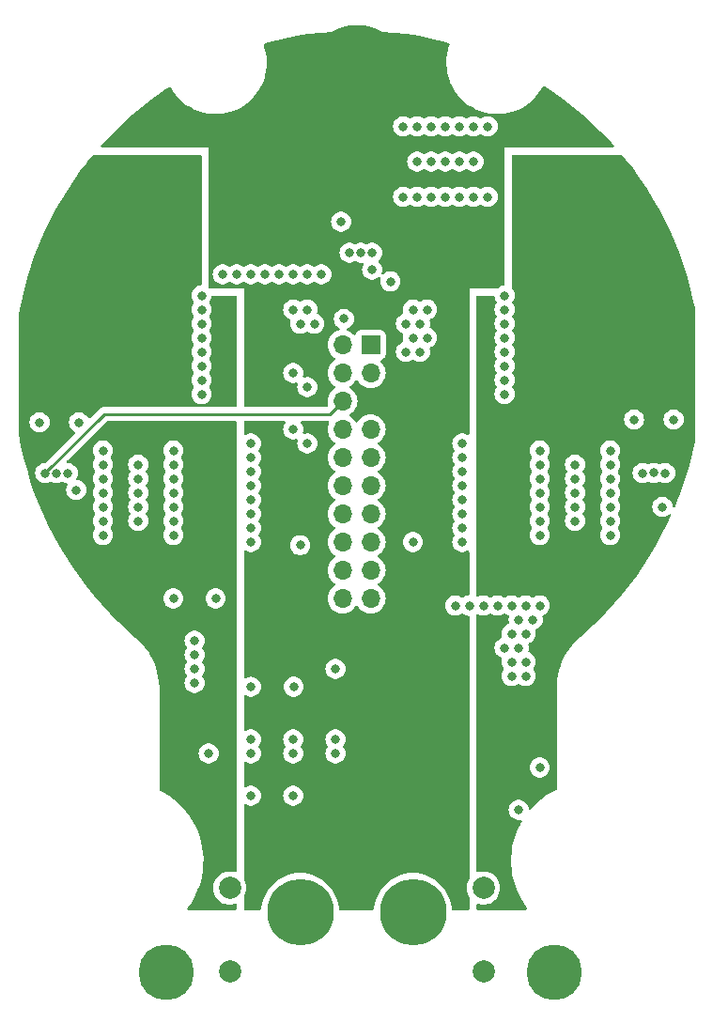
<source format=gbr>
%TF.GenerationSoftware,KiCad,Pcbnew,7.0.6*%
%TF.CreationDate,2023-12-21T21:59:25+03:00*%
%TF.ProjectId,_______ _____,21383b3e-3230-44f2-903f-3b3042302e6b,rev?*%
%TF.SameCoordinates,Original*%
%TF.FileFunction,Copper,L5,Inr*%
%TF.FilePolarity,Positive*%
%FSLAX46Y46*%
G04 Gerber Fmt 4.6, Leading zero omitted, Abs format (unit mm)*
G04 Created by KiCad (PCBNEW 7.0.6) date 2023-12-21 21:59:25*
%MOMM*%
%LPD*%
G01*
G04 APERTURE LIST*
%TA.AperFunction,ComponentPad*%
%ADD10C,5.000000*%
%TD*%
%TA.AperFunction,ComponentPad*%
%ADD11C,8.200000*%
%TD*%
%TA.AperFunction,ComponentPad*%
%ADD12C,6.000000*%
%TD*%
%TA.AperFunction,ComponentPad*%
%ADD13R,1.700000X1.700000*%
%TD*%
%TA.AperFunction,ComponentPad*%
%ADD14O,1.700000X1.700000*%
%TD*%
%TA.AperFunction,ComponentPad*%
%ADD15C,2.000000*%
%TD*%
%TA.AperFunction,ViaPad*%
%ADD16C,0.800000*%
%TD*%
%TA.AperFunction,Conductor*%
%ADD17C,0.250000*%
%TD*%
G04 APERTURE END LIST*
D10*
%TO.N,Earth_Protective*%
%TO.C,J8*%
X132222240Y-124898250D03*
%TD*%
%TO.N,Earth_Protective*%
%TO.C,J2*%
X167147240Y-124898250D03*
%TD*%
D11*
%TO.N,C*%
%TO.C,J4*%
X127142240Y-58223250D03*
%TD*%
%TO.N,A*%
%TO.C,J1*%
X171592240Y-58223250D03*
%TD*%
D12*
%TO.N,Shunt_1*%
%TO.C,J6*%
X144287240Y-119483250D03*
%TD*%
D13*
%TO.N,+3.3V*%
%TO.C,J7*%
X150637240Y-68383250D03*
D14*
%TO.N,~{OS}_MCU*%
X148097240Y-68383250D03*
%TO.N,G3*%
X150637240Y-70923250D03*
%TO.N,SCL_MCU*%
X148097240Y-70923250D03*
%TO.N,B*%
X150637240Y-73463250D03*
%TO.N,SDA_MCU*%
X148097240Y-73463250D03*
%TO.N,G2*%
X150637240Y-76003250D03*
%TO.N,G4*%
X148097240Y-76003250D03*
%TO.N,GND*%
X150637240Y-78543250D03*
X148097240Y-78543250D03*
%TO.N,G1*%
X150637240Y-81083250D03*
%TO.N,G6*%
X148097240Y-81083250D03*
%TO.N,A*%
X150637240Y-83623250D03*
%TO.N,C*%
X148097240Y-83623250D03*
%TO.N,GND*%
X150637240Y-86163250D03*
%TO.N,G5*%
X148097240Y-86163250D03*
%TO.N,Shunt_1*%
X150637240Y-88703250D03*
%TO.N,GND*%
X148097240Y-88703250D03*
%TO.N,Shunt_1*%
X150637240Y-91243250D03*
%TO.N,Shunt_2*%
X148097240Y-91243250D03*
%TD*%
D11*
%TO.N,B*%
%TO.C,J3*%
X149367240Y-43618250D03*
%TD*%
D15*
%TO.N,Earth_Protective*%
%TO.C,C44*%
X160797240Y-124838250D03*
%TO.N,Net-(J5-Pin_1)*%
X160797240Y-117338250D03*
%TD*%
D12*
%TO.N,Net-(J5-Pin_1)*%
%TO.C,J5*%
X154447240Y-119483250D03*
%TD*%
D15*
%TO.N,Shunt_1*%
%TO.C,C45*%
X137937240Y-117338250D03*
%TO.N,Earth_Protective*%
X137937240Y-124838250D03*
%TD*%
D16*
%TO.N,SDA_MCU*%
X175148240Y-79940250D03*
%TO.N,G1*%
X158892240Y-77273250D03*
%TO.N,A*%
X176672240Y-69653250D03*
X158892240Y-79813250D03*
X170322240Y-65843250D03*
X173497240Y-67113250D03*
X158892240Y-81083250D03*
X173497240Y-70923250D03*
X158892240Y-82353250D03*
X173497240Y-65843250D03*
X170322240Y-70923250D03*
X173497240Y-69653250D03*
X170322240Y-68383250D03*
X173497240Y-68383250D03*
X170322240Y-72193250D03*
X176672240Y-64573250D03*
X170322240Y-64573250D03*
X176672240Y-68383250D03*
X176672240Y-67113250D03*
X158892240Y-78543250D03*
X158892240Y-86163250D03*
X176672240Y-70923250D03*
X158892240Y-84893250D03*
X176672240Y-72193250D03*
X176672240Y-65843250D03*
X158892240Y-83623250D03*
X170322240Y-69653250D03*
X170322240Y-67113250D03*
%TO.N,G2*%
X162702240Y-63938250D03*
%TO.N,GND*%
X144922240Y-62033250D03*
X162702240Y-95688250D03*
X162702240Y-72828250D03*
X162702240Y-65208250D03*
X163972240Y-93148250D03*
X176926240Y-82988250D03*
X135397240Y-66478250D03*
X162702240Y-70288250D03*
X159527240Y-91878250D03*
X135397240Y-65208250D03*
X164607240Y-94418250D03*
X160797240Y-91878250D03*
X164607240Y-91878250D03*
X124348240Y-75368250D03*
X163337240Y-94418250D03*
X146192240Y-62033250D03*
X124094240Y-81464250D03*
X147970240Y-57287750D03*
X164607240Y-98228250D03*
X139842240Y-109023250D03*
X165242240Y-93148250D03*
X158257240Y-91878250D03*
X163337240Y-96958250D03*
X135397240Y-69018250D03*
X177942240Y-75114250D03*
X165877240Y-91878250D03*
X162702240Y-69018250D03*
X139842240Y-99205750D03*
X135397240Y-67748250D03*
X135397240Y-70288250D03*
X142382240Y-62033250D03*
X143703040Y-99193450D03*
X135397240Y-63938250D03*
X141112240Y-62033250D03*
X163972240Y-110293250D03*
X143652240Y-109023250D03*
X162067240Y-91878250D03*
X162702240Y-66478250D03*
X143652240Y-62033250D03*
X163337240Y-98228250D03*
X164607240Y-96958250D03*
X135397240Y-71558250D03*
X138572240Y-62033250D03*
X163337240Y-91878250D03*
X162702240Y-71558250D03*
X163972240Y-95688250D03*
X162702240Y-67748250D03*
X139842240Y-62033250D03*
%TO.N,G3*%
X152415240Y-62668250D03*
%TO.N,B*%
X138572240Y-51873250D03*
X143652240Y-55048250D03*
X142382240Y-51873250D03*
X141112240Y-48698250D03*
X139842240Y-48698250D03*
X137302240Y-55048250D03*
X137302240Y-48698250D03*
X139842240Y-51873250D03*
X143652240Y-48698250D03*
X157622240Y-62668250D03*
X139842240Y-55048250D03*
X153812240Y-62668250D03*
X155082240Y-62668250D03*
X143652240Y-51873250D03*
X142382240Y-48698250D03*
X161432240Y-62668250D03*
X138572240Y-55048250D03*
X141112240Y-55048250D03*
X142382240Y-55048250D03*
X158892240Y-62668250D03*
X138572240Y-48698250D03*
X141112240Y-51873250D03*
X144922240Y-55048250D03*
X160162240Y-62668250D03*
X144922240Y-48698250D03*
X156352240Y-62668250D03*
%TO.N,G4*%
X137302240Y-62033250D03*
%TO.N,G5*%
X139842240Y-86163250D03*
%TO.N,C*%
X139842240Y-82353250D03*
X128412240Y-69653250D03*
X139842240Y-84893250D03*
X128412240Y-68383250D03*
X128412240Y-67113250D03*
X125237240Y-69653250D03*
X125237240Y-67113250D03*
X122062240Y-68383250D03*
X122062240Y-67113250D03*
X139842240Y-79813250D03*
X122062240Y-70923250D03*
X128412240Y-64573250D03*
X122062240Y-64573250D03*
X122062240Y-65843250D03*
X128412240Y-65843250D03*
X128412240Y-70923250D03*
X125237240Y-68383250D03*
X139842240Y-77273250D03*
X125237240Y-70923250D03*
X122062240Y-72193250D03*
X128412240Y-72193250D03*
X125237240Y-65843250D03*
X139842240Y-78543250D03*
X139842240Y-81083250D03*
X139842240Y-83623250D03*
X122062240Y-69653250D03*
%TO.N,G6*%
X135397240Y-72828250D03*
%TO.N,Shunt_1*%
X134762240Y-97593250D03*
X143652240Y-105213250D03*
X136032240Y-105213250D03*
X165877240Y-106483250D03*
X143652240Y-103943250D03*
X134762240Y-95053250D03*
X147462240Y-97593250D03*
X139842240Y-105213250D03*
X134762240Y-96323250D03*
X147462240Y-103943250D03*
X144287240Y-86442750D03*
X134762240Y-98863250D03*
X154447240Y-86163250D03*
X147462240Y-105213250D03*
X136667240Y-91243250D03*
X139842240Y-103943250D03*
X132857240Y-91243250D03*
%TO.N,Shunt_2*%
X144922240Y-77273250D03*
X153812240Y-69018250D03*
X157368240Y-51873250D03*
X126507240Y-85528250D03*
X169052240Y-81718250D03*
X153558240Y-55048250D03*
X126507240Y-79178250D03*
X172227240Y-77908250D03*
X159908240Y-51873250D03*
X158638240Y-55048250D03*
X165877240Y-77908250D03*
X143652240Y-76003250D03*
X157368240Y-48698250D03*
X129682240Y-81718250D03*
X169052240Y-84258250D03*
X154447240Y-67748250D03*
X155082240Y-66478250D03*
X126507240Y-77908250D03*
X172227240Y-79178250D03*
X132857240Y-77908250D03*
X143652240Y-65208250D03*
X129682240Y-79178250D03*
X165877240Y-84258250D03*
X172227240Y-84258250D03*
X126507240Y-82988250D03*
X156098240Y-55048250D03*
X132857240Y-85528250D03*
X169052240Y-82988250D03*
X154828240Y-51873250D03*
X132857240Y-81718250D03*
X159908240Y-55048250D03*
X129682240Y-84258250D03*
X154828240Y-48698250D03*
X156098240Y-51873250D03*
X159908240Y-48698250D03*
X172227240Y-82988250D03*
X165877240Y-79178250D03*
X153558240Y-48698250D03*
X126507240Y-84258250D03*
X155082240Y-69018250D03*
X129682240Y-82988250D03*
X132857240Y-82988250D03*
X165877240Y-81718250D03*
X161178240Y-55048250D03*
X158638240Y-51873250D03*
X143652240Y-70923250D03*
X155717240Y-67748250D03*
X153812240Y-66478250D03*
X144287240Y-66478250D03*
X165877240Y-85528250D03*
X154828240Y-55048250D03*
X155717240Y-65208250D03*
X144922240Y-65208250D03*
X126507240Y-81718250D03*
X154447240Y-65208250D03*
X161178240Y-48698250D03*
X172227240Y-85528250D03*
X165877240Y-80448250D03*
X132857240Y-79178250D03*
X158638240Y-48698250D03*
X132857240Y-84258250D03*
X129682240Y-80448250D03*
X169052240Y-80448250D03*
X165877240Y-82988250D03*
X169052240Y-79178250D03*
X156098240Y-48698250D03*
X126507240Y-80448250D03*
X145557240Y-66478250D03*
X144922240Y-72193250D03*
X172227240Y-80448250D03*
X172227240Y-81718250D03*
X132857240Y-80448250D03*
X157368240Y-55048250D03*
%TO.N,+3.3V*%
X120792240Y-75368250D03*
X150764240Y-61605750D03*
X174384056Y-75115342D03*
X148224240Y-66050750D03*
%TO.N,SDA_MCU*%
X121300240Y-79940250D03*
X150764240Y-60081750D03*
%TO.N,SCL_MCU*%
X176159941Y-79935951D03*
X149748240Y-60081750D03*
X122316240Y-79940250D03*
%TO.N,~{OS}_MCU*%
X148732240Y-60081750D03*
X177180240Y-79940250D03*
X123332240Y-79940250D03*
%TD*%
D17*
%TO.N,SDA_MCU*%
X121300240Y-79930945D02*
X126624935Y-74606250D01*
X146954240Y-74606250D02*
X148097240Y-73463250D01*
X126624935Y-74606250D02*
X146954240Y-74606250D01*
X121300240Y-79940250D02*
X121300240Y-79930945D01*
%TD*%
%TA.AperFunction,Conductor*%
%TO.N,C*%
G36*
X135340279Y-51257935D02*
G01*
X135386034Y-51310739D01*
X135397240Y-51362250D01*
X135397240Y-62917219D01*
X135377555Y-62984258D01*
X135324751Y-63030013D01*
X135299021Y-63038509D01*
X135117437Y-63077105D01*
X135117432Y-63077107D01*
X134944510Y-63154098D01*
X134944505Y-63154101D01*
X134791369Y-63265361D01*
X134664706Y-63406035D01*
X134570061Y-63569965D01*
X134570058Y-63569972D01*
X134528352Y-63698332D01*
X134511566Y-63749994D01*
X134491780Y-63938250D01*
X134511566Y-64126506D01*
X134511567Y-64126509D01*
X134570058Y-64306527D01*
X134570061Y-64306534D01*
X134664707Y-64470466D01*
X134675046Y-64481949D01*
X134682547Y-64490280D01*
X134712775Y-64553272D01*
X134704149Y-64622607D01*
X134682547Y-64656220D01*
X134664706Y-64676035D01*
X134570061Y-64839965D01*
X134570058Y-64839972D01*
X134511754Y-65019415D01*
X134511566Y-65019994D01*
X134491780Y-65208250D01*
X134511566Y-65396506D01*
X134511567Y-65396509D01*
X134570058Y-65576527D01*
X134570061Y-65576534D01*
X134664707Y-65740466D01*
X134675046Y-65751949D01*
X134682547Y-65760280D01*
X134712775Y-65823272D01*
X134704149Y-65892607D01*
X134682547Y-65926220D01*
X134664706Y-65946035D01*
X134570061Y-66109965D01*
X134570058Y-66109972D01*
X134513447Y-66284205D01*
X134511566Y-66289994D01*
X134491780Y-66478250D01*
X134511566Y-66666506D01*
X134511567Y-66666509D01*
X134570058Y-66846527D01*
X134570061Y-66846534D01*
X134664707Y-67010466D01*
X134675046Y-67021949D01*
X134682547Y-67030280D01*
X134712775Y-67093272D01*
X134704149Y-67162607D01*
X134682547Y-67196220D01*
X134664706Y-67216035D01*
X134570061Y-67379965D01*
X134570058Y-67379972D01*
X134511567Y-67559990D01*
X134511566Y-67559994D01*
X134491780Y-67748250D01*
X134511566Y-67936506D01*
X134511567Y-67936509D01*
X134570058Y-68116527D01*
X134570061Y-68116534D01*
X134664707Y-68280466D01*
X134675046Y-68291949D01*
X134682547Y-68300280D01*
X134712775Y-68363272D01*
X134704149Y-68432607D01*
X134682547Y-68466220D01*
X134664706Y-68486035D01*
X134570061Y-68649965D01*
X134570058Y-68649972D01*
X134513947Y-68822665D01*
X134511566Y-68829994D01*
X134491780Y-69018250D01*
X134511566Y-69206506D01*
X134511567Y-69206509D01*
X134570058Y-69386527D01*
X134570061Y-69386534D01*
X134664707Y-69550466D01*
X134668073Y-69554204D01*
X134682547Y-69570280D01*
X134712775Y-69633272D01*
X134704149Y-69702607D01*
X134682547Y-69736220D01*
X134664706Y-69756035D01*
X134570061Y-69919965D01*
X134570058Y-69919972D01*
X134511567Y-70099990D01*
X134511566Y-70099994D01*
X134491780Y-70288250D01*
X134511566Y-70476506D01*
X134511567Y-70476509D01*
X134570058Y-70656527D01*
X134570061Y-70656534D01*
X134664707Y-70820466D01*
X134675046Y-70831949D01*
X134682547Y-70840280D01*
X134712775Y-70903272D01*
X134704149Y-70972607D01*
X134682547Y-71006220D01*
X134664706Y-71026035D01*
X134570061Y-71189965D01*
X134570058Y-71189972D01*
X134511567Y-71369990D01*
X134511566Y-71369994D01*
X134491780Y-71558250D01*
X134511566Y-71746506D01*
X134511567Y-71746509D01*
X134570058Y-71926527D01*
X134570061Y-71926534D01*
X134664707Y-72090466D01*
X134668073Y-72094204D01*
X134682547Y-72110280D01*
X134712775Y-72173272D01*
X134704149Y-72242607D01*
X134682547Y-72276220D01*
X134664706Y-72296035D01*
X134570061Y-72459965D01*
X134570058Y-72459972D01*
X134511567Y-72639990D01*
X134511566Y-72639994D01*
X134491780Y-72828250D01*
X134511566Y-73016506D01*
X134511567Y-73016509D01*
X134570058Y-73196527D01*
X134570061Y-73196534D01*
X134664707Y-73360466D01*
X134759676Y-73465939D01*
X134791369Y-73501138D01*
X134944505Y-73612398D01*
X134944510Y-73612401D01*
X135117432Y-73689392D01*
X135117437Y-73689394D01*
X135302594Y-73728750D01*
X135302595Y-73728750D01*
X135491884Y-73728750D01*
X135491886Y-73728750D01*
X135677043Y-73689394D01*
X135849970Y-73612401D01*
X136003111Y-73501138D01*
X136129773Y-73360466D01*
X136224419Y-73196534D01*
X136282914Y-73016506D01*
X136302700Y-72828250D01*
X136282914Y-72639994D01*
X136224419Y-72459966D01*
X136129773Y-72296034D01*
X136111933Y-72276221D01*
X136081704Y-72213231D01*
X136090329Y-72143896D01*
X136111934Y-72110278D01*
X136119019Y-72102409D01*
X136129773Y-72090466D01*
X136224419Y-71926534D01*
X136282914Y-71746506D01*
X136302700Y-71558250D01*
X136282914Y-71369994D01*
X136224419Y-71189966D01*
X136129773Y-71026034D01*
X136111933Y-71006221D01*
X136081704Y-70943231D01*
X136090329Y-70873896D01*
X136111934Y-70840278D01*
X136129773Y-70820466D01*
X136224419Y-70656534D01*
X136282914Y-70476506D01*
X136302700Y-70288250D01*
X136282914Y-70099994D01*
X136224419Y-69919966D01*
X136129773Y-69756034D01*
X136111933Y-69736221D01*
X136081704Y-69673231D01*
X136090329Y-69603896D01*
X136111934Y-69570278D01*
X136129773Y-69550466D01*
X136224419Y-69386534D01*
X136282914Y-69206506D01*
X136302700Y-69018250D01*
X136282914Y-68829994D01*
X136224419Y-68649966D01*
X136129773Y-68486034D01*
X136111933Y-68466221D01*
X136081704Y-68403231D01*
X136090329Y-68333896D01*
X136111934Y-68300278D01*
X136129773Y-68280466D01*
X136224419Y-68116534D01*
X136282914Y-67936506D01*
X136302700Y-67748250D01*
X136282914Y-67559994D01*
X136224419Y-67379966D01*
X136129773Y-67216034D01*
X136111933Y-67196221D01*
X136081704Y-67133231D01*
X136090329Y-67063896D01*
X136111934Y-67030278D01*
X136129773Y-67010466D01*
X136224419Y-66846534D01*
X136282914Y-66666506D01*
X136302700Y-66478250D01*
X136282914Y-66289994D01*
X136224419Y-66109966D01*
X136129773Y-65946034D01*
X136111933Y-65926221D01*
X136081704Y-65863231D01*
X136090329Y-65793896D01*
X136111934Y-65760278D01*
X136116155Y-65755590D01*
X136129773Y-65740466D01*
X136224419Y-65576534D01*
X136282914Y-65396506D01*
X136302700Y-65208250D01*
X136282914Y-65019994D01*
X136224419Y-64839966D01*
X136129773Y-64676034D01*
X136111933Y-64656221D01*
X136081704Y-64593231D01*
X136090329Y-64523896D01*
X136111934Y-64490278D01*
X136116796Y-64484878D01*
X136129773Y-64470466D01*
X136224419Y-64306534D01*
X136282914Y-64126506D01*
X136291029Y-64049286D01*
X136317613Y-63984674D01*
X136374911Y-63944689D01*
X136414350Y-63938250D01*
X138448240Y-63938250D01*
X138515279Y-63957935D01*
X138561034Y-64010739D01*
X138572240Y-64062250D01*
X138572240Y-73856750D01*
X138552555Y-73923789D01*
X138499751Y-73969544D01*
X138448240Y-73980750D01*
X126707678Y-73980750D01*
X126692057Y-73979025D01*
X126692031Y-73979311D01*
X126684269Y-73978577D01*
X126684268Y-73978577D01*
X126615121Y-73980750D01*
X126585584Y-73980750D01*
X126578701Y-73981619D01*
X126572884Y-73982076D01*
X126526308Y-73983540D01*
X126507064Y-73989131D01*
X126488014Y-73993075D01*
X126468146Y-73995584D01*
X126424819Y-74012738D01*
X126419293Y-74014629D01*
X126374549Y-74027629D01*
X126374545Y-74027631D01*
X126357301Y-74037829D01*
X126339840Y-74046383D01*
X126321209Y-74053760D01*
X126321197Y-74053767D01*
X126283505Y-74081152D01*
X126278622Y-74084359D01*
X126238515Y-74108079D01*
X126224349Y-74122245D01*
X126209559Y-74134877D01*
X126193349Y-74146654D01*
X126193346Y-74146657D01*
X126163645Y-74182559D01*
X126159712Y-74186881D01*
X125352354Y-74994239D01*
X125291031Y-75027724D01*
X125221339Y-75022740D01*
X125165406Y-74980868D01*
X125157286Y-74968558D01*
X125080774Y-74836035D01*
X124954110Y-74695361D01*
X124800974Y-74584101D01*
X124800969Y-74584098D01*
X124628047Y-74507107D01*
X124628042Y-74507105D01*
X124482240Y-74476115D01*
X124442886Y-74467750D01*
X124253594Y-74467750D01*
X124221137Y-74474648D01*
X124068437Y-74507105D01*
X124068432Y-74507107D01*
X123895510Y-74584098D01*
X123895505Y-74584101D01*
X123742369Y-74695361D01*
X123615706Y-74836035D01*
X123521061Y-74999965D01*
X123521058Y-74999972D01*
X123462567Y-75179990D01*
X123462566Y-75179994D01*
X123442780Y-75368250D01*
X123462566Y-75556506D01*
X123462567Y-75556509D01*
X123521058Y-75736527D01*
X123521061Y-75736534D01*
X123615707Y-75900466D01*
X123742368Y-76041138D01*
X123742369Y-76041138D01*
X123892948Y-76150540D01*
X123895510Y-76152401D01*
X123937359Y-76171033D01*
X123990593Y-76216282D01*
X124010914Y-76283131D01*
X123991869Y-76350355D01*
X123974601Y-76371992D01*
X121343163Y-79003431D01*
X121281840Y-79036916D01*
X121255482Y-79039750D01*
X121205594Y-79039750D01*
X121173137Y-79046648D01*
X121020437Y-79079105D01*
X121020432Y-79079107D01*
X120847510Y-79156098D01*
X120847505Y-79156101D01*
X120694369Y-79267361D01*
X120567706Y-79408035D01*
X120473061Y-79571965D01*
X120473058Y-79571972D01*
X120421622Y-79730278D01*
X120414566Y-79751994D01*
X120394780Y-79940250D01*
X120414566Y-80128506D01*
X120414567Y-80128509D01*
X120473058Y-80308527D01*
X120473061Y-80308534D01*
X120567707Y-80472466D01*
X120685335Y-80603105D01*
X120694369Y-80613138D01*
X120847505Y-80724398D01*
X120847510Y-80724401D01*
X121020432Y-80801392D01*
X121020437Y-80801394D01*
X121205594Y-80840750D01*
X121205595Y-80840750D01*
X121394884Y-80840750D01*
X121394886Y-80840750D01*
X121580043Y-80801394D01*
X121752970Y-80724401D01*
X121752974Y-80724398D01*
X121757803Y-80722248D01*
X121827053Y-80712962D01*
X121858677Y-80722248D01*
X121863505Y-80724398D01*
X121863510Y-80724401D01*
X122036437Y-80801394D01*
X122221594Y-80840750D01*
X122221595Y-80840750D01*
X122410884Y-80840750D01*
X122410886Y-80840750D01*
X122596043Y-80801394D01*
X122768970Y-80724401D01*
X122768974Y-80724398D01*
X122773803Y-80722248D01*
X122843053Y-80712962D01*
X122874677Y-80722248D01*
X122879505Y-80724397D01*
X122879510Y-80724401D01*
X123052437Y-80801394D01*
X123228141Y-80838740D01*
X123289622Y-80871932D01*
X123323399Y-80933095D01*
X123318747Y-81002809D01*
X123309748Y-81022029D01*
X123267060Y-81095967D01*
X123267058Y-81095972D01*
X123208567Y-81275990D01*
X123208566Y-81275994D01*
X123188780Y-81464250D01*
X123208566Y-81652506D01*
X123208567Y-81652509D01*
X123267058Y-81832527D01*
X123267061Y-81832534D01*
X123361707Y-81996466D01*
X123459735Y-82105337D01*
X123488369Y-82137138D01*
X123641505Y-82248398D01*
X123641510Y-82248401D01*
X123814432Y-82325392D01*
X123814437Y-82325394D01*
X123999594Y-82364750D01*
X123999595Y-82364750D01*
X124188884Y-82364750D01*
X124188886Y-82364750D01*
X124374043Y-82325394D01*
X124546970Y-82248401D01*
X124700111Y-82137138D01*
X124826773Y-81996466D01*
X124921419Y-81832534D01*
X124979914Y-81652506D01*
X124999700Y-81464250D01*
X124979914Y-81275994D01*
X124921419Y-81095966D01*
X124826773Y-80932034D01*
X124700111Y-80791362D01*
X124691780Y-80785309D01*
X124546974Y-80680101D01*
X124546969Y-80680098D01*
X124374047Y-80603107D01*
X124374042Y-80603105D01*
X124198338Y-80565759D01*
X124136856Y-80532567D01*
X124103080Y-80471404D01*
X124107732Y-80401689D01*
X124116729Y-80382475D01*
X124159419Y-80308534D01*
X124217914Y-80128506D01*
X124237700Y-79940250D01*
X124217914Y-79751994D01*
X124159419Y-79571966D01*
X124064773Y-79408034D01*
X123938111Y-79267362D01*
X123938110Y-79267361D01*
X123784974Y-79156101D01*
X123784969Y-79156098D01*
X123612047Y-79079107D01*
X123612042Y-79079105D01*
X123466240Y-79048115D01*
X123426886Y-79039750D01*
X123375386Y-79039750D01*
X123308347Y-79020065D01*
X123262592Y-78967261D01*
X123252648Y-78898103D01*
X123281673Y-78834547D01*
X123287705Y-78828069D01*
X123996643Y-78119132D01*
X126847706Y-75268069D01*
X126909030Y-75234584D01*
X126935388Y-75231750D01*
X138448240Y-75231750D01*
X138515279Y-75251435D01*
X138561034Y-75304239D01*
X138572240Y-75355750D01*
X138572240Y-115796113D01*
X138552555Y-115863152D01*
X138499751Y-115908907D01*
X138430593Y-115918851D01*
X138407977Y-115913394D01*
X138306856Y-115878679D01*
X138061575Y-115837750D01*
X137812905Y-115837750D01*
X137567623Y-115878679D01*
X137332437Y-115959419D01*
X137332428Y-115959422D01*
X137113733Y-116077774D01*
X136917497Y-116230511D01*
X136749073Y-116413467D01*
X136613066Y-116621643D01*
X136513176Y-116849368D01*
X136452132Y-117090425D01*
X136452130Y-117090437D01*
X136431597Y-117338244D01*
X136431597Y-117338255D01*
X136452130Y-117586062D01*
X136452132Y-117586074D01*
X136513176Y-117827131D01*
X136613066Y-118054856D01*
X136749073Y-118263032D01*
X136750810Y-118264919D01*
X136917496Y-118445988D01*
X137113731Y-118598724D01*
X137332430Y-118717078D01*
X137567626Y-118797821D01*
X137812905Y-118838750D01*
X138061575Y-118838750D01*
X138306854Y-118797821D01*
X138314955Y-118795040D01*
X138407978Y-118763104D01*
X138477775Y-118759955D01*
X138538196Y-118795040D01*
X138570057Y-118857223D01*
X138572240Y-118880386D01*
X138572240Y-119186250D01*
X138552555Y-119253289D01*
X138499751Y-119299044D01*
X138448240Y-119310250D01*
X134242624Y-119310250D01*
X134175585Y-119290565D01*
X134129830Y-119237761D01*
X134119886Y-119168603D01*
X134146085Y-119108429D01*
X134173645Y-119074240D01*
X134466989Y-118650105D01*
X134728443Y-118205608D01*
X134728443Y-118205609D01*
X134956609Y-117743131D01*
X135120643Y-117338250D01*
X135150251Y-117265170D01*
X135308328Y-116774302D01*
X135308329Y-116774302D01*
X135429991Y-116273168D01*
X135514584Y-115764455D01*
X135561652Y-115250907D01*
X135561652Y-115250906D01*
X135570941Y-114735297D01*
X135542401Y-114220388D01*
X135476186Y-113708961D01*
X135372655Y-113203777D01*
X135269774Y-112839870D01*
X135232359Y-112707525D01*
X135056058Y-112222902D01*
X134996821Y-112091064D01*
X134844703Y-111752511D01*
X134844703Y-111752512D01*
X134599423Y-111298877D01*
X134321551Y-110864458D01*
X134293351Y-110826775D01*
X134012568Y-110451568D01*
X134012566Y-110451565D01*
X133674145Y-110062446D01*
X133308113Y-109699193D01*
X133308112Y-109699192D01*
X132916421Y-109363743D01*
X132501196Y-109057921D01*
X132501190Y-109057917D01*
X132501187Y-109057915D01*
X132314775Y-108940671D01*
X132064665Y-108783363D01*
X131950558Y-108722785D01*
X131656215Y-108566522D01*
X131606232Y-108517700D01*
X131590359Y-108456999D01*
X131590359Y-105213250D01*
X135126780Y-105213250D01*
X135146566Y-105401506D01*
X135146567Y-105401509D01*
X135205058Y-105581527D01*
X135205061Y-105581534D01*
X135299707Y-105745466D01*
X135318741Y-105766605D01*
X135426369Y-105886138D01*
X135579505Y-105997398D01*
X135579510Y-105997401D01*
X135752432Y-106074392D01*
X135752437Y-106074394D01*
X135937594Y-106113750D01*
X135937595Y-106113750D01*
X136126884Y-106113750D01*
X136126886Y-106113750D01*
X136312043Y-106074394D01*
X136484970Y-105997401D01*
X136638111Y-105886138D01*
X136764773Y-105745466D01*
X136859419Y-105581534D01*
X136917914Y-105401506D01*
X136937700Y-105213250D01*
X136917914Y-105024994D01*
X136859419Y-104844966D01*
X136764773Y-104681034D01*
X136638111Y-104540362D01*
X136631872Y-104535829D01*
X136484974Y-104429101D01*
X136484969Y-104429098D01*
X136312047Y-104352107D01*
X136312042Y-104352105D01*
X136166240Y-104321115D01*
X136126886Y-104312750D01*
X135937594Y-104312750D01*
X135905137Y-104319648D01*
X135752437Y-104352105D01*
X135752432Y-104352107D01*
X135579510Y-104429098D01*
X135579505Y-104429101D01*
X135426369Y-104540361D01*
X135299706Y-104681035D01*
X135205061Y-104844965D01*
X135205058Y-104844972D01*
X135146567Y-105024990D01*
X135146566Y-105024994D01*
X135126780Y-105213250D01*
X131590359Y-105213250D01*
X131590359Y-99391222D01*
X131590443Y-99140078D01*
X131588336Y-99110871D01*
X131570476Y-98863250D01*
X133856780Y-98863250D01*
X133876566Y-99051506D01*
X133876567Y-99051509D01*
X133935058Y-99231527D01*
X133935061Y-99231534D01*
X134029707Y-99395466D01*
X134113571Y-99488606D01*
X134156369Y-99536138D01*
X134309505Y-99647398D01*
X134309510Y-99647401D01*
X134482432Y-99724392D01*
X134482437Y-99724394D01*
X134667594Y-99763750D01*
X134667595Y-99763750D01*
X134856884Y-99763750D01*
X134856886Y-99763750D01*
X135042043Y-99724394D01*
X135214970Y-99647401D01*
X135368111Y-99536138D01*
X135494773Y-99395466D01*
X135589419Y-99231534D01*
X135647914Y-99051506D01*
X135667700Y-98863250D01*
X135647914Y-98674994D01*
X135589419Y-98494966D01*
X135494773Y-98331034D01*
X135476933Y-98311221D01*
X135446704Y-98248231D01*
X135455329Y-98178896D01*
X135476934Y-98145278D01*
X135494773Y-98125466D01*
X135589419Y-97961534D01*
X135647914Y-97781506D01*
X135667700Y-97593250D01*
X135647914Y-97404994D01*
X135589419Y-97224966D01*
X135494773Y-97061034D01*
X135476933Y-97041221D01*
X135446704Y-96978231D01*
X135455329Y-96908896D01*
X135476934Y-96875278D01*
X135494773Y-96855466D01*
X135589419Y-96691534D01*
X135647914Y-96511506D01*
X135667700Y-96323250D01*
X135647914Y-96134994D01*
X135589419Y-95954966D01*
X135494773Y-95791034D01*
X135476933Y-95771221D01*
X135446704Y-95708231D01*
X135455329Y-95638896D01*
X135476934Y-95605278D01*
X135494773Y-95585466D01*
X135589419Y-95421534D01*
X135647914Y-95241506D01*
X135667700Y-95053250D01*
X135647914Y-94864994D01*
X135589419Y-94684966D01*
X135494773Y-94521034D01*
X135368111Y-94380362D01*
X135368110Y-94380361D01*
X135214974Y-94269101D01*
X135214969Y-94269098D01*
X135042047Y-94192107D01*
X135042042Y-94192105D01*
X134896241Y-94161115D01*
X134856886Y-94152750D01*
X134667594Y-94152750D01*
X134635137Y-94159648D01*
X134482437Y-94192105D01*
X134482432Y-94192107D01*
X134309510Y-94269098D01*
X134309505Y-94269101D01*
X134156369Y-94380361D01*
X134029706Y-94521035D01*
X133935061Y-94684965D01*
X133935058Y-94684972D01*
X133876658Y-94864710D01*
X133876566Y-94864994D01*
X133856780Y-95053250D01*
X133876566Y-95241506D01*
X133876567Y-95241509D01*
X133935058Y-95421527D01*
X133935061Y-95421534D01*
X134029707Y-95585466D01*
X134040046Y-95596949D01*
X134047547Y-95605280D01*
X134077775Y-95668272D01*
X134069149Y-95737607D01*
X134047547Y-95771220D01*
X134029706Y-95791035D01*
X133935061Y-95954965D01*
X133935058Y-95954972D01*
X133876567Y-96134990D01*
X133876566Y-96134994D01*
X133856780Y-96323250D01*
X133876566Y-96511506D01*
X133876567Y-96511509D01*
X133935058Y-96691527D01*
X133935061Y-96691534D01*
X134029707Y-96855466D01*
X134040046Y-96866949D01*
X134047547Y-96875280D01*
X134077775Y-96938272D01*
X134069149Y-97007607D01*
X134047547Y-97041220D01*
X134029706Y-97061035D01*
X133935061Y-97224965D01*
X133935058Y-97224972D01*
X133891252Y-97359794D01*
X133876566Y-97404994D01*
X133856780Y-97593250D01*
X133876566Y-97781506D01*
X133876567Y-97781509D01*
X133935058Y-97961527D01*
X133935061Y-97961534D01*
X134029707Y-98125466D01*
X134040046Y-98136949D01*
X134047547Y-98145280D01*
X134077775Y-98208272D01*
X134069149Y-98277607D01*
X134047547Y-98311220D01*
X134029706Y-98331035D01*
X133935061Y-98494965D01*
X133935058Y-98494972D01*
X133904847Y-98587954D01*
X133876566Y-98674994D01*
X133856780Y-98863250D01*
X131570476Y-98863250D01*
X131559126Y-98705877D01*
X131559126Y-98705872D01*
X131559125Y-98705872D01*
X131496824Y-98277607D01*
X131496458Y-98275087D01*
X131490539Y-98248231D01*
X131402769Y-97849973D01*
X131402768Y-97849972D01*
X131402767Y-97849964D01*
X131278545Y-97432740D01*
X131278154Y-97431706D01*
X131124448Y-97025610D01*
X131124448Y-97025611D01*
X131124445Y-97025603D01*
X130941275Y-96630690D01*
X130729995Y-96250074D01*
X130654726Y-96134990D01*
X130491720Y-95885757D01*
X130277761Y-95605278D01*
X130227687Y-95539636D01*
X130227685Y-95539633D01*
X129939295Y-95213544D01*
X129939294Y-95213543D01*
X129628050Y-94909183D01*
X129578960Y-94867677D01*
X129576237Y-94865232D01*
X129575695Y-94864715D01*
X129575690Y-94864710D01*
X129575682Y-94864703D01*
X129460030Y-94767121D01*
X129178455Y-94521035D01*
X128647890Y-94057340D01*
X127860879Y-93319680D01*
X127100008Y-92555086D01*
X126366198Y-91764484D01*
X125915127Y-91243250D01*
X131951780Y-91243250D01*
X131971566Y-91431506D01*
X131971567Y-91431509D01*
X132030058Y-91611527D01*
X132030061Y-91611534D01*
X132124707Y-91775466D01*
X132142900Y-91795671D01*
X132251369Y-91916138D01*
X132404505Y-92027398D01*
X132404510Y-92027401D01*
X132577432Y-92104392D01*
X132577437Y-92104394D01*
X132762594Y-92143750D01*
X132762595Y-92143750D01*
X132951884Y-92143750D01*
X132951886Y-92143750D01*
X133137043Y-92104394D01*
X133309970Y-92027401D01*
X133463111Y-91916138D01*
X133589773Y-91775466D01*
X133684419Y-91611534D01*
X133742914Y-91431506D01*
X133762700Y-91243250D01*
X135761780Y-91243250D01*
X135781566Y-91431506D01*
X135781567Y-91431509D01*
X135840058Y-91611527D01*
X135840061Y-91611534D01*
X135934707Y-91775466D01*
X135952900Y-91795671D01*
X136061369Y-91916138D01*
X136214505Y-92027398D01*
X136214510Y-92027401D01*
X136387432Y-92104392D01*
X136387437Y-92104394D01*
X136572594Y-92143750D01*
X136572595Y-92143750D01*
X136761884Y-92143750D01*
X136761886Y-92143750D01*
X136947043Y-92104394D01*
X137119970Y-92027401D01*
X137273111Y-91916138D01*
X137399773Y-91775466D01*
X137494419Y-91611534D01*
X137552914Y-91431506D01*
X137572700Y-91243250D01*
X137552914Y-91054994D01*
X137494419Y-90874966D01*
X137399773Y-90711034D01*
X137273111Y-90570362D01*
X137273110Y-90570361D01*
X137119974Y-90459101D01*
X137119969Y-90459098D01*
X136947047Y-90382107D01*
X136947042Y-90382105D01*
X136801241Y-90351115D01*
X136761886Y-90342750D01*
X136572594Y-90342750D01*
X136540137Y-90349648D01*
X136387437Y-90382105D01*
X136387432Y-90382107D01*
X136214510Y-90459098D01*
X136214505Y-90459101D01*
X136061369Y-90570361D01*
X135934706Y-90711035D01*
X135840061Y-90874965D01*
X135840058Y-90874972D01*
X135781567Y-91054990D01*
X135781566Y-91054994D01*
X135761780Y-91243250D01*
X133762700Y-91243250D01*
X133742914Y-91054994D01*
X133684419Y-90874966D01*
X133589773Y-90711034D01*
X133463111Y-90570362D01*
X133463110Y-90570361D01*
X133309974Y-90459101D01*
X133309969Y-90459098D01*
X133137047Y-90382107D01*
X133137042Y-90382105D01*
X132991240Y-90351115D01*
X132951886Y-90342750D01*
X132762594Y-90342750D01*
X132730137Y-90349648D01*
X132577437Y-90382105D01*
X132577432Y-90382107D01*
X132404510Y-90459098D01*
X132404505Y-90459101D01*
X132251369Y-90570361D01*
X132124706Y-90711035D01*
X132030061Y-90874965D01*
X132030058Y-90874972D01*
X131971567Y-91054990D01*
X131971566Y-91054994D01*
X131951780Y-91243250D01*
X125915127Y-91243250D01*
X125660339Y-90948830D01*
X124983285Y-90109112D01*
X124335855Y-89246347D01*
X123718833Y-88361579D01*
X123132968Y-87455881D01*
X122578967Y-86530347D01*
X122057502Y-85586100D01*
X122028133Y-85528250D01*
X125601780Y-85528250D01*
X125621566Y-85716506D01*
X125621567Y-85716509D01*
X125680058Y-85896527D01*
X125680061Y-85896534D01*
X125774707Y-86060466D01*
X125901368Y-86201138D01*
X125901369Y-86201138D01*
X126054505Y-86312398D01*
X126054510Y-86312401D01*
X126227432Y-86389392D01*
X126227437Y-86389394D01*
X126412594Y-86428750D01*
X126412595Y-86428750D01*
X126601884Y-86428750D01*
X126601886Y-86428750D01*
X126787043Y-86389394D01*
X126959970Y-86312401D01*
X127113111Y-86201138D01*
X127239773Y-86060466D01*
X127334419Y-85896534D01*
X127392914Y-85716506D01*
X127412700Y-85528250D01*
X131951780Y-85528250D01*
X131971566Y-85716506D01*
X131971567Y-85716509D01*
X132030058Y-85896527D01*
X132030061Y-85896534D01*
X132124707Y-86060466D01*
X132251368Y-86201138D01*
X132251369Y-86201138D01*
X132404505Y-86312398D01*
X132404510Y-86312401D01*
X132577432Y-86389392D01*
X132577437Y-86389394D01*
X132762594Y-86428750D01*
X132762595Y-86428750D01*
X132951884Y-86428750D01*
X132951886Y-86428750D01*
X133137043Y-86389394D01*
X133309970Y-86312401D01*
X133463111Y-86201138D01*
X133589773Y-86060466D01*
X133684419Y-85896534D01*
X133742914Y-85716506D01*
X133762700Y-85528250D01*
X133742914Y-85339994D01*
X133684419Y-85159966D01*
X133589773Y-84996034D01*
X133571933Y-84976221D01*
X133541704Y-84913231D01*
X133550329Y-84843896D01*
X133571934Y-84810278D01*
X133589773Y-84790466D01*
X133684419Y-84626534D01*
X133742914Y-84446506D01*
X133762700Y-84258250D01*
X133742914Y-84069994D01*
X133684419Y-83889966D01*
X133589773Y-83726034D01*
X133571933Y-83706221D01*
X133541704Y-83643231D01*
X133550329Y-83573896D01*
X133571934Y-83540278D01*
X133589773Y-83520466D01*
X133684419Y-83356534D01*
X133742914Y-83176506D01*
X133762700Y-82988250D01*
X133742914Y-82799994D01*
X133684419Y-82619966D01*
X133589773Y-82456034D01*
X133571933Y-82436221D01*
X133541704Y-82373231D01*
X133550329Y-82303896D01*
X133571934Y-82270278D01*
X133571935Y-82270277D01*
X133589773Y-82250466D01*
X133684419Y-82086534D01*
X133742914Y-81906506D01*
X133762700Y-81718250D01*
X133742914Y-81529994D01*
X133684419Y-81349966D01*
X133589773Y-81186034D01*
X133571933Y-81166221D01*
X133541704Y-81103231D01*
X133550329Y-81033896D01*
X133571934Y-81000278D01*
X133571935Y-81000277D01*
X133589773Y-80980466D01*
X133684419Y-80816534D01*
X133742914Y-80636506D01*
X133762700Y-80448250D01*
X133742914Y-80259994D01*
X133684419Y-80079966D01*
X133589773Y-79916034D01*
X133571933Y-79896221D01*
X133541704Y-79833231D01*
X133550329Y-79763896D01*
X133571934Y-79730278D01*
X133589773Y-79710466D01*
X133684419Y-79546534D01*
X133742914Y-79366506D01*
X133762700Y-79178250D01*
X133742914Y-78989994D01*
X133684419Y-78809966D01*
X133589773Y-78646034D01*
X133571933Y-78626221D01*
X133541704Y-78563231D01*
X133550329Y-78493896D01*
X133571934Y-78460278D01*
X133589773Y-78440466D01*
X133684419Y-78276534D01*
X133742914Y-78096506D01*
X133762700Y-77908250D01*
X133742914Y-77719994D01*
X133684419Y-77539966D01*
X133589773Y-77376034D01*
X133463111Y-77235362D01*
X133463110Y-77235361D01*
X133309974Y-77124101D01*
X133309969Y-77124098D01*
X133137047Y-77047107D01*
X133137042Y-77047105D01*
X132991240Y-77016115D01*
X132951886Y-77007750D01*
X132762594Y-77007750D01*
X132730137Y-77014648D01*
X132577437Y-77047105D01*
X132577432Y-77047107D01*
X132404510Y-77124098D01*
X132404505Y-77124101D01*
X132251369Y-77235361D01*
X132124706Y-77376035D01*
X132030061Y-77539965D01*
X132030058Y-77539972D01*
X131971567Y-77719990D01*
X131971566Y-77719994D01*
X131951780Y-77908250D01*
X131971566Y-78096506D01*
X131971567Y-78096509D01*
X132030058Y-78276527D01*
X132030061Y-78276534D01*
X132124707Y-78440466D01*
X132135046Y-78451949D01*
X132142547Y-78460280D01*
X132172775Y-78523272D01*
X132164149Y-78592607D01*
X132142547Y-78626220D01*
X132124706Y-78646035D01*
X132030061Y-78809965D01*
X132030058Y-78809972D01*
X131971567Y-78989990D01*
X131971566Y-78989994D01*
X131951780Y-79178250D01*
X131971566Y-79366506D01*
X131971567Y-79366509D01*
X132030058Y-79546527D01*
X132030061Y-79546534D01*
X132124707Y-79710466D01*
X132128073Y-79714204D01*
X132142547Y-79730280D01*
X132172775Y-79793272D01*
X132164149Y-79862607D01*
X132142547Y-79896220D01*
X132124706Y-79916035D01*
X132030061Y-80079965D01*
X132030058Y-80079972D01*
X131971567Y-80259990D01*
X131971566Y-80259994D01*
X131951780Y-80448250D01*
X131971566Y-80636506D01*
X131971567Y-80636509D01*
X132030058Y-80816527D01*
X132030061Y-80816534D01*
X132124707Y-80980466D01*
X132135046Y-80991949D01*
X132142547Y-81000280D01*
X132172775Y-81063272D01*
X132164149Y-81132607D01*
X132142547Y-81166220D01*
X132124706Y-81186035D01*
X132030061Y-81349965D01*
X132030058Y-81349972D01*
X131971567Y-81529990D01*
X131971566Y-81529994D01*
X131951780Y-81718250D01*
X131971566Y-81906506D01*
X131971567Y-81906509D01*
X132030058Y-82086527D01*
X132030061Y-82086534D01*
X132124707Y-82250466D01*
X132128073Y-82254204D01*
X132142545Y-82270277D01*
X132172775Y-82333268D01*
X132164150Y-82402604D01*
X132142548Y-82436218D01*
X132124706Y-82456034D01*
X132030061Y-82619965D01*
X132030058Y-82619972D01*
X131971567Y-82799990D01*
X131971566Y-82799994D01*
X131951780Y-82988250D01*
X131971566Y-83176506D01*
X131971567Y-83176509D01*
X132030058Y-83356527D01*
X132030061Y-83356534D01*
X132124707Y-83520466D01*
X132135046Y-83531949D01*
X132142547Y-83540280D01*
X132172775Y-83603272D01*
X132164149Y-83672607D01*
X132142547Y-83706220D01*
X132124706Y-83726035D01*
X132030061Y-83889965D01*
X132030058Y-83889972D01*
X131971567Y-84069990D01*
X131971566Y-84069994D01*
X131951780Y-84258250D01*
X131971566Y-84446506D01*
X131971567Y-84446509D01*
X132030058Y-84626527D01*
X132030061Y-84626534D01*
X132124707Y-84790466D01*
X132128073Y-84794204D01*
X132142547Y-84810280D01*
X132172775Y-84873272D01*
X132164149Y-84942607D01*
X132142547Y-84976220D01*
X132124706Y-84996035D01*
X132030061Y-85159965D01*
X132030058Y-85159972D01*
X131971567Y-85339990D01*
X131971566Y-85339994D01*
X131951780Y-85528250D01*
X127412700Y-85528250D01*
X127392914Y-85339994D01*
X127334419Y-85159966D01*
X127239773Y-84996034D01*
X127221933Y-84976221D01*
X127191704Y-84913231D01*
X127200329Y-84843896D01*
X127221934Y-84810278D01*
X127239773Y-84790466D01*
X127334419Y-84626534D01*
X127392914Y-84446506D01*
X127412700Y-84258250D01*
X128776780Y-84258250D01*
X128796566Y-84446506D01*
X128796567Y-84446509D01*
X128855058Y-84626527D01*
X128855061Y-84626534D01*
X128949707Y-84790466D01*
X129068860Y-84922798D01*
X129076369Y-84931138D01*
X129229505Y-85042398D01*
X129229510Y-85042401D01*
X129402432Y-85119392D01*
X129402437Y-85119394D01*
X129587594Y-85158750D01*
X129587595Y-85158750D01*
X129776884Y-85158750D01*
X129776886Y-85158750D01*
X129962043Y-85119394D01*
X130134970Y-85042401D01*
X130288111Y-84931138D01*
X130414773Y-84790466D01*
X130509419Y-84626534D01*
X130567914Y-84446506D01*
X130587700Y-84258250D01*
X130567914Y-84069994D01*
X130509419Y-83889966D01*
X130414773Y-83726034D01*
X130396933Y-83706221D01*
X130366704Y-83643231D01*
X130375329Y-83573896D01*
X130396934Y-83540278D01*
X130414773Y-83520466D01*
X130509419Y-83356534D01*
X130567914Y-83176506D01*
X130587700Y-82988250D01*
X130567914Y-82799994D01*
X130509419Y-82619966D01*
X130414773Y-82456034D01*
X130396933Y-82436221D01*
X130366704Y-82373231D01*
X130375329Y-82303896D01*
X130396934Y-82270278D01*
X130396935Y-82270277D01*
X130414773Y-82250466D01*
X130509419Y-82086534D01*
X130567914Y-81906506D01*
X130587700Y-81718250D01*
X130567914Y-81529994D01*
X130509419Y-81349966D01*
X130414773Y-81186034D01*
X130396933Y-81166221D01*
X130366704Y-81103231D01*
X130375329Y-81033896D01*
X130396934Y-81000278D01*
X130396935Y-81000277D01*
X130414773Y-80980466D01*
X130509419Y-80816534D01*
X130567914Y-80636506D01*
X130587700Y-80448250D01*
X130567914Y-80259994D01*
X130509419Y-80079966D01*
X130414773Y-79916034D01*
X130396933Y-79896221D01*
X130366704Y-79833231D01*
X130375329Y-79763896D01*
X130396934Y-79730278D01*
X130414773Y-79710466D01*
X130509419Y-79546534D01*
X130567914Y-79366506D01*
X130587700Y-79178250D01*
X130567914Y-78989994D01*
X130509419Y-78809966D01*
X130414773Y-78646034D01*
X130288111Y-78505362D01*
X130288110Y-78505361D01*
X130134974Y-78394101D01*
X130134969Y-78394098D01*
X129962047Y-78317107D01*
X129962042Y-78317105D01*
X129816241Y-78286115D01*
X129776886Y-78277750D01*
X129587594Y-78277750D01*
X129555137Y-78284648D01*
X129402437Y-78317105D01*
X129402432Y-78317107D01*
X129229510Y-78394098D01*
X129229505Y-78394101D01*
X129076369Y-78505361D01*
X128949706Y-78646035D01*
X128855061Y-78809965D01*
X128855058Y-78809972D01*
X128796567Y-78989990D01*
X128796566Y-78989994D01*
X128776780Y-79178250D01*
X128796566Y-79366506D01*
X128796567Y-79366509D01*
X128855058Y-79546527D01*
X128855061Y-79546534D01*
X128949707Y-79710466D01*
X128953073Y-79714204D01*
X128967547Y-79730280D01*
X128997775Y-79793272D01*
X128989149Y-79862607D01*
X128967547Y-79896220D01*
X128949706Y-79916035D01*
X128855061Y-80079965D01*
X128855058Y-80079972D01*
X128796567Y-80259990D01*
X128796566Y-80259994D01*
X128776780Y-80448250D01*
X128796566Y-80636506D01*
X128796567Y-80636509D01*
X128855058Y-80816527D01*
X128855061Y-80816534D01*
X128949707Y-80980466D01*
X128967545Y-81000277D01*
X128997775Y-81063268D01*
X128989150Y-81132604D01*
X128967548Y-81166218D01*
X128949706Y-81186034D01*
X128855061Y-81349965D01*
X128855058Y-81349972D01*
X128796567Y-81529990D01*
X128796566Y-81529994D01*
X128776780Y-81718250D01*
X128796566Y-81906506D01*
X128796567Y-81906509D01*
X128855058Y-82086527D01*
X128855061Y-82086534D01*
X128949707Y-82250466D01*
X128953073Y-82254204D01*
X128967547Y-82270280D01*
X128997775Y-82333272D01*
X128989149Y-82402607D01*
X128967547Y-82436220D01*
X128949706Y-82456035D01*
X128855061Y-82619965D01*
X128855058Y-82619972D01*
X128796567Y-82799990D01*
X128796566Y-82799994D01*
X128776780Y-82988250D01*
X128796566Y-83176506D01*
X128796567Y-83176509D01*
X128855058Y-83356527D01*
X128855061Y-83356534D01*
X128949707Y-83520466D01*
X128960046Y-83531949D01*
X128967547Y-83540280D01*
X128997775Y-83603272D01*
X128989149Y-83672607D01*
X128967547Y-83706220D01*
X128949706Y-83726035D01*
X128855061Y-83889965D01*
X128855058Y-83889972D01*
X128796567Y-84069990D01*
X128796566Y-84069994D01*
X128776780Y-84258250D01*
X127412700Y-84258250D01*
X127392914Y-84069994D01*
X127334419Y-83889966D01*
X127239773Y-83726034D01*
X127221933Y-83706221D01*
X127191704Y-83643231D01*
X127200329Y-83573896D01*
X127221934Y-83540278D01*
X127239773Y-83520466D01*
X127334419Y-83356534D01*
X127392914Y-83176506D01*
X127412700Y-82988250D01*
X127392914Y-82799994D01*
X127334419Y-82619966D01*
X127239773Y-82456034D01*
X127221933Y-82436221D01*
X127191704Y-82373231D01*
X127200329Y-82303896D01*
X127221934Y-82270278D01*
X127221935Y-82270277D01*
X127239773Y-82250466D01*
X127334419Y-82086534D01*
X127392914Y-81906506D01*
X127412700Y-81718250D01*
X127392914Y-81529994D01*
X127334419Y-81349966D01*
X127239773Y-81186034D01*
X127221933Y-81166221D01*
X127191704Y-81103231D01*
X127200329Y-81033896D01*
X127221934Y-81000278D01*
X127221935Y-81000277D01*
X127239773Y-80980466D01*
X127334419Y-80816534D01*
X127392914Y-80636506D01*
X127412700Y-80448250D01*
X127392914Y-80259994D01*
X127334419Y-80079966D01*
X127239773Y-79916034D01*
X127221933Y-79896221D01*
X127191704Y-79833231D01*
X127200329Y-79763896D01*
X127221934Y-79730278D01*
X127239773Y-79710466D01*
X127334419Y-79546534D01*
X127392914Y-79366506D01*
X127412700Y-79178250D01*
X127392914Y-78989994D01*
X127334419Y-78809966D01*
X127239773Y-78646034D01*
X127221933Y-78626221D01*
X127191704Y-78563231D01*
X127200329Y-78493896D01*
X127221934Y-78460278D01*
X127239773Y-78440466D01*
X127334419Y-78276534D01*
X127392914Y-78096506D01*
X127412700Y-77908250D01*
X127392914Y-77719994D01*
X127334419Y-77539966D01*
X127239773Y-77376034D01*
X127113111Y-77235362D01*
X127113110Y-77235361D01*
X126959974Y-77124101D01*
X126959969Y-77124098D01*
X126787047Y-77047107D01*
X126787042Y-77047105D01*
X126641241Y-77016115D01*
X126601886Y-77007750D01*
X126412594Y-77007750D01*
X126380137Y-77014648D01*
X126227437Y-77047105D01*
X126227432Y-77047107D01*
X126054510Y-77124098D01*
X126054505Y-77124101D01*
X125901369Y-77235361D01*
X125774706Y-77376035D01*
X125680061Y-77539965D01*
X125680058Y-77539972D01*
X125621567Y-77719990D01*
X125621566Y-77719994D01*
X125601780Y-77908250D01*
X125621566Y-78096506D01*
X125621567Y-78096509D01*
X125680058Y-78276527D01*
X125680061Y-78276534D01*
X125774707Y-78440466D01*
X125785046Y-78451949D01*
X125792547Y-78460280D01*
X125822775Y-78523272D01*
X125814149Y-78592607D01*
X125792547Y-78626220D01*
X125774706Y-78646035D01*
X125680061Y-78809965D01*
X125680058Y-78809972D01*
X125621567Y-78989990D01*
X125621566Y-78989994D01*
X125601780Y-79178250D01*
X125621566Y-79366506D01*
X125621567Y-79366509D01*
X125680058Y-79546527D01*
X125680061Y-79546534D01*
X125774707Y-79710466D01*
X125778073Y-79714204D01*
X125792547Y-79730280D01*
X125822775Y-79793272D01*
X125814149Y-79862607D01*
X125792547Y-79896220D01*
X125774706Y-79916035D01*
X125680061Y-80079965D01*
X125680058Y-80079972D01*
X125621567Y-80259990D01*
X125621566Y-80259994D01*
X125601780Y-80448250D01*
X125621566Y-80636506D01*
X125621567Y-80636509D01*
X125680058Y-80816527D01*
X125680061Y-80816534D01*
X125774707Y-80980466D01*
X125785046Y-80991949D01*
X125792547Y-81000280D01*
X125822775Y-81063272D01*
X125814149Y-81132607D01*
X125792547Y-81166220D01*
X125774706Y-81186035D01*
X125680061Y-81349965D01*
X125680058Y-81349972D01*
X125621567Y-81529990D01*
X125621566Y-81529994D01*
X125601780Y-81718250D01*
X125621566Y-81906506D01*
X125621567Y-81906509D01*
X125680058Y-82086527D01*
X125680061Y-82086534D01*
X125774707Y-82250466D01*
X125778073Y-82254204D01*
X125792545Y-82270277D01*
X125822775Y-82333268D01*
X125814150Y-82402604D01*
X125792548Y-82436218D01*
X125774706Y-82456034D01*
X125680061Y-82619965D01*
X125680058Y-82619972D01*
X125621567Y-82799990D01*
X125621566Y-82799994D01*
X125601780Y-82988250D01*
X125621566Y-83176506D01*
X125621567Y-83176509D01*
X125680058Y-83356527D01*
X125680061Y-83356534D01*
X125774707Y-83520466D01*
X125785046Y-83531949D01*
X125792547Y-83540280D01*
X125822775Y-83603272D01*
X125814149Y-83672607D01*
X125792547Y-83706220D01*
X125774706Y-83726035D01*
X125680061Y-83889965D01*
X125680058Y-83889972D01*
X125621567Y-84069990D01*
X125621566Y-84069994D01*
X125601780Y-84258250D01*
X125621566Y-84446506D01*
X125621567Y-84446509D01*
X125680058Y-84626527D01*
X125680061Y-84626534D01*
X125774707Y-84790466D01*
X125778073Y-84794204D01*
X125792547Y-84810280D01*
X125822775Y-84873272D01*
X125814149Y-84942607D01*
X125792547Y-84976220D01*
X125774706Y-84996035D01*
X125680061Y-85159965D01*
X125680058Y-85159972D01*
X125621567Y-85339990D01*
X125621566Y-85339994D01*
X125601780Y-85528250D01*
X122028133Y-85528250D01*
X121569204Y-84624282D01*
X121114664Y-83646058D01*
X120694433Y-82652612D01*
X120309020Y-81645148D01*
X119958890Y-80624884D01*
X119644469Y-79593056D01*
X119366137Y-78550914D01*
X119124230Y-77499720D01*
X118919042Y-76440746D01*
X118916929Y-76427363D01*
X118888757Y-76248927D01*
X118887240Y-76229589D01*
X118887240Y-75368250D01*
X119886780Y-75368250D01*
X119906566Y-75556506D01*
X119906567Y-75556509D01*
X119965058Y-75736527D01*
X119965061Y-75736534D01*
X120059707Y-75900466D01*
X120186368Y-76041138D01*
X120186369Y-76041138D01*
X120339505Y-76152398D01*
X120339510Y-76152401D01*
X120512432Y-76229392D01*
X120512437Y-76229394D01*
X120697594Y-76268750D01*
X120697595Y-76268750D01*
X120886884Y-76268750D01*
X120886886Y-76268750D01*
X121072043Y-76229394D01*
X121244970Y-76152401D01*
X121398111Y-76041138D01*
X121524773Y-75900466D01*
X121619419Y-75736534D01*
X121677914Y-75556506D01*
X121697700Y-75368250D01*
X121677914Y-75179994D01*
X121619419Y-74999966D01*
X121524773Y-74836034D01*
X121398111Y-74695362D01*
X121398110Y-74695361D01*
X121244974Y-74584101D01*
X121244969Y-74584098D01*
X121072047Y-74507107D01*
X121072042Y-74507105D01*
X120926241Y-74476115D01*
X120886886Y-74467750D01*
X120697594Y-74467750D01*
X120665137Y-74474648D01*
X120512437Y-74507105D01*
X120512432Y-74507107D01*
X120339510Y-74584098D01*
X120339505Y-74584101D01*
X120186369Y-74695361D01*
X120059706Y-74836035D01*
X119965061Y-74999965D01*
X119965058Y-74999972D01*
X119906567Y-75179990D01*
X119906566Y-75179994D01*
X119886780Y-75368250D01*
X118887240Y-75368250D01*
X118887240Y-65927689D01*
X118888837Y-65907854D01*
X118902413Y-65824079D01*
X118943547Y-65570236D01*
X119159438Y-64484878D01*
X119413930Y-63407918D01*
X119706700Y-62340728D01*
X120037373Y-61284667D01*
X120405529Y-60241081D01*
X120810698Y-59211301D01*
X121252365Y-58196638D01*
X121729966Y-57198386D01*
X122242892Y-56217817D01*
X122790491Y-55256180D01*
X123372063Y-54314701D01*
X123986869Y-53394579D01*
X124634124Y-52496988D01*
X124811813Y-52268250D01*
X125313004Y-51623072D01*
X125574027Y-51310739D01*
X125597433Y-51282732D01*
X125655527Y-51243915D01*
X125692580Y-51238250D01*
X135273240Y-51238250D01*
X135340279Y-51257935D01*
G37*
%TD.AperFunction*%
%TD*%
%TA.AperFunction,Conductor*%
%TO.N,A*%
G36*
X173275463Y-51257935D02*
G01*
X173303568Y-51282729D01*
X173385860Y-51381197D01*
X173588000Y-51623072D01*
X173636103Y-51684994D01*
X174266880Y-52496988D01*
X174914135Y-53394579D01*
X175528941Y-54314701D01*
X176110513Y-55256180D01*
X176658112Y-56217817D01*
X177171038Y-57198386D01*
X177648639Y-58196638D01*
X178090306Y-59211301D01*
X178495475Y-60241081D01*
X178863631Y-61284667D01*
X179194304Y-62340728D01*
X179487074Y-63407918D01*
X179741566Y-64484878D01*
X179812197Y-64839966D01*
X179844857Y-65004156D01*
X179847240Y-65028347D01*
X179847240Y-77125336D01*
X179844997Y-77148813D01*
X179783157Y-77469537D01*
X179543531Y-78515981D01*
X179267815Y-79553500D01*
X178956341Y-80580850D01*
X178609480Y-81596799D01*
X178227651Y-82600129D01*
X178065368Y-82985820D01*
X178021224Y-83039979D01*
X177954808Y-83061674D01*
X177887206Y-83044017D01*
X177839881Y-82992616D01*
X177827752Y-82950691D01*
X177811914Y-82799994D01*
X177753419Y-82619966D01*
X177658773Y-82456034D01*
X177532111Y-82315362D01*
X177470057Y-82270277D01*
X177378974Y-82204101D01*
X177378969Y-82204098D01*
X177206047Y-82127107D01*
X177206042Y-82127105D01*
X177060240Y-82096115D01*
X177020886Y-82087750D01*
X176831594Y-82087750D01*
X176799137Y-82094648D01*
X176646437Y-82127105D01*
X176646432Y-82127107D01*
X176473510Y-82204098D01*
X176473505Y-82204101D01*
X176320369Y-82315361D01*
X176193706Y-82456035D01*
X176099061Y-82619965D01*
X176099058Y-82619972D01*
X176040567Y-82799990D01*
X176040566Y-82799994D01*
X176020780Y-82988250D01*
X176040566Y-83176506D01*
X176040567Y-83176509D01*
X176099058Y-83356527D01*
X176099061Y-83356534D01*
X176193707Y-83520466D01*
X176304245Y-83643230D01*
X176320369Y-83661138D01*
X176473505Y-83772398D01*
X176473510Y-83772401D01*
X176646432Y-83849392D01*
X176646437Y-83849394D01*
X176831594Y-83888750D01*
X176831595Y-83888750D01*
X177020884Y-83888750D01*
X177020886Y-83888750D01*
X177206043Y-83849394D01*
X177378970Y-83772401D01*
X177517520Y-83671738D01*
X177583324Y-83648260D01*
X177651378Y-83664085D01*
X177700073Y-83714191D01*
X177713948Y-83782669D01*
X177702964Y-83824077D01*
X177360955Y-84564134D01*
X176877129Y-85522453D01*
X176360411Y-86463446D01*
X175811421Y-87385983D01*
X175230816Y-88288957D01*
X174619294Y-89171287D01*
X173977588Y-90031913D01*
X173306467Y-90869804D01*
X172606736Y-91683955D01*
X171879234Y-92473389D01*
X171124835Y-93237160D01*
X170344441Y-93974351D01*
X169539926Y-94683253D01*
X169418545Y-94786527D01*
X169374004Y-94824423D01*
X169374000Y-94824426D01*
X169374001Y-94824426D01*
X169065197Y-95128175D01*
X169065198Y-95128175D01*
X168779096Y-95453395D01*
X168779095Y-95453396D01*
X168779093Y-95453399D01*
X168517177Y-95798400D01*
X168517174Y-95798405D01*
X168517174Y-95798404D01*
X168280816Y-96161378D01*
X168280812Y-96161383D01*
X168280812Y-96161385D01*
X168071228Y-96540464D01*
X167889517Y-96933666D01*
X167736623Y-97338943D01*
X167700204Y-97461611D01*
X167613345Y-97754178D01*
X167613346Y-97754178D01*
X167613343Y-97754188D01*
X167533157Y-98118848D01*
X167520316Y-98177245D01*
X167458029Y-98605894D01*
X167426805Y-99037924D01*
X167426813Y-99254501D01*
X167426813Y-108415610D01*
X167407128Y-108482649D01*
X167357587Y-108526856D01*
X166984126Y-108710738D01*
X166984120Y-108710741D01*
X166535075Y-108974897D01*
X166535075Y-108974896D01*
X166106852Y-109271623D01*
X166106850Y-109271625D01*
X165957120Y-109392750D01*
X165701807Y-109599287D01*
X165355277Y-109924972D01*
X165322177Y-109956081D01*
X165217167Y-110070582D01*
X165077557Y-110222812D01*
X165017738Y-110258914D01*
X164947896Y-110256945D01*
X164890206Y-110217529D01*
X164862984Y-110153181D01*
X164862873Y-110152179D01*
X164857914Y-110104994D01*
X164799419Y-109924966D01*
X164704773Y-109761034D01*
X164578111Y-109620362D01*
X164549104Y-109599287D01*
X164424974Y-109509101D01*
X164424969Y-109509098D01*
X164252047Y-109432107D01*
X164252042Y-109432105D01*
X164106240Y-109401115D01*
X164066886Y-109392750D01*
X163877594Y-109392750D01*
X163845137Y-109399648D01*
X163692437Y-109432105D01*
X163692432Y-109432107D01*
X163519510Y-109509098D01*
X163519505Y-109509101D01*
X163366369Y-109620361D01*
X163239706Y-109761035D01*
X163145061Y-109924965D01*
X163145058Y-109924972D01*
X163086567Y-110104990D01*
X163086566Y-110104994D01*
X163066780Y-110293250D01*
X163086566Y-110481506D01*
X163086567Y-110481509D01*
X163145058Y-110661527D01*
X163145061Y-110661534D01*
X163239707Y-110825466D01*
X163366368Y-110966138D01*
X163366369Y-110966138D01*
X163519505Y-111077398D01*
X163519510Y-111077401D01*
X163692432Y-111154392D01*
X163692437Y-111154394D01*
X163877594Y-111193750D01*
X163877595Y-111193750D01*
X164066884Y-111193750D01*
X164066886Y-111193750D01*
X164116562Y-111183191D01*
X164186228Y-111188507D01*
X164241962Y-111230644D01*
X164266067Y-111296224D01*
X164250890Y-111364425D01*
X164249995Y-111366016D01*
X164148103Y-111544173D01*
X164097235Y-111633113D01*
X164097234Y-111633113D01*
X164097234Y-111633114D01*
X163872828Y-112103288D01*
X163683904Y-112588808D01*
X163683903Y-112588812D01*
X163683902Y-112588812D01*
X163531500Y-113087001D01*
X163531501Y-113087000D01*
X163416458Y-113595120D01*
X163339410Y-114110368D01*
X163339410Y-114110369D01*
X163300779Y-114629923D01*
X163300779Y-115150898D01*
X163339410Y-115670453D01*
X163382622Y-115959422D01*
X163416459Y-116185701D01*
X163453582Y-116349669D01*
X163531501Y-116693821D01*
X163531500Y-116693820D01*
X163683902Y-117192010D01*
X163848804Y-117615792D01*
X163872829Y-117677533D01*
X164097234Y-118147707D01*
X164355886Y-118599948D01*
X164355888Y-118599951D01*
X164355887Y-118599950D01*
X164647364Y-119031773D01*
X164708644Y-119109446D01*
X164734714Y-119174270D01*
X164721599Y-119242897D01*
X164673462Y-119293540D01*
X164611294Y-119310250D01*
X160286240Y-119310250D01*
X160219201Y-119290565D01*
X160173446Y-119237761D01*
X160162240Y-119186250D01*
X160162240Y-118880386D01*
X160181925Y-118813347D01*
X160234729Y-118767592D01*
X160303887Y-118757648D01*
X160326496Y-118763103D01*
X160395151Y-118786672D01*
X160427625Y-118797821D01*
X160672905Y-118838750D01*
X160921575Y-118838750D01*
X161166854Y-118797821D01*
X161402050Y-118717078D01*
X161620749Y-118598724D01*
X161816984Y-118445988D01*
X161985404Y-118263035D01*
X162121413Y-118054857D01*
X162221303Y-117827131D01*
X162282348Y-117586071D01*
X162284653Y-117558253D01*
X162302883Y-117338255D01*
X162302883Y-117338244D01*
X162282349Y-117090437D01*
X162282347Y-117090425D01*
X162221303Y-116849368D01*
X162121413Y-116621643D01*
X161985406Y-116413467D01*
X161963797Y-116389994D01*
X161816984Y-116230512D01*
X161620749Y-116077776D01*
X161620747Y-116077775D01*
X161620746Y-116077774D01*
X161402051Y-115959422D01*
X161402042Y-115959419D01*
X161166856Y-115878679D01*
X160921575Y-115837750D01*
X160672905Y-115837750D01*
X160427623Y-115878679D01*
X160326503Y-115913394D01*
X160256704Y-115916544D01*
X160196283Y-115881458D01*
X160164422Y-115819275D01*
X160162240Y-115796113D01*
X160162240Y-106483250D01*
X164971780Y-106483250D01*
X164991566Y-106671506D01*
X164991567Y-106671509D01*
X165050058Y-106851527D01*
X165050061Y-106851534D01*
X165144707Y-107015466D01*
X165271369Y-107156138D01*
X165424505Y-107267398D01*
X165424510Y-107267401D01*
X165597432Y-107344392D01*
X165597437Y-107344394D01*
X165782594Y-107383750D01*
X165782595Y-107383750D01*
X165971884Y-107383750D01*
X165971886Y-107383750D01*
X166157043Y-107344394D01*
X166329970Y-107267401D01*
X166483111Y-107156138D01*
X166609773Y-107015466D01*
X166704419Y-106851534D01*
X166762914Y-106671506D01*
X166782700Y-106483250D01*
X166762914Y-106294994D01*
X166704419Y-106114966D01*
X166609773Y-105951034D01*
X166483111Y-105810362D01*
X166483110Y-105810361D01*
X166329974Y-105699101D01*
X166329969Y-105699098D01*
X166157047Y-105622107D01*
X166157042Y-105622105D01*
X166011240Y-105591115D01*
X165971886Y-105582750D01*
X165782594Y-105582750D01*
X165750137Y-105589648D01*
X165597437Y-105622105D01*
X165597432Y-105622107D01*
X165424510Y-105699098D01*
X165424505Y-105699101D01*
X165271369Y-105810361D01*
X165144706Y-105951035D01*
X165050061Y-106114965D01*
X165050058Y-106114972D01*
X164991567Y-106294990D01*
X164991566Y-106294994D01*
X164971780Y-106483250D01*
X160162240Y-106483250D01*
X160162240Y-92771941D01*
X160181925Y-92704902D01*
X160234729Y-92659147D01*
X160303887Y-92649203D01*
X160338014Y-92661015D01*
X160338574Y-92659758D01*
X160517432Y-92739392D01*
X160517437Y-92739394D01*
X160702594Y-92778750D01*
X160702595Y-92778750D01*
X160891884Y-92778750D01*
X160891886Y-92778750D01*
X161077043Y-92739394D01*
X161249970Y-92662401D01*
X161359357Y-92582926D01*
X161425160Y-92559448D01*
X161493214Y-92575273D01*
X161505111Y-92582918D01*
X161610031Y-92659147D01*
X161614510Y-92662401D01*
X161787432Y-92739392D01*
X161787437Y-92739394D01*
X161972594Y-92778750D01*
X161972595Y-92778750D01*
X162161884Y-92778750D01*
X162161886Y-92778750D01*
X162347043Y-92739394D01*
X162519970Y-92662401D01*
X162629357Y-92582926D01*
X162695160Y-92559448D01*
X162763214Y-92575273D01*
X162775111Y-92582918D01*
X162880031Y-92659147D01*
X162884510Y-92662401D01*
X163043506Y-92733192D01*
X163096743Y-92778442D01*
X163117064Y-92845292D01*
X163111001Y-92884788D01*
X163086567Y-92959989D01*
X163086566Y-92959991D01*
X163086566Y-92959994D01*
X163066780Y-93148250D01*
X163086566Y-93336506D01*
X163086567Y-93336509D01*
X163111001Y-93411710D01*
X163112996Y-93481551D01*
X163076915Y-93541384D01*
X163043507Y-93563307D01*
X162884507Y-93634100D01*
X162884505Y-93634101D01*
X162731369Y-93745361D01*
X162604706Y-93886035D01*
X162510061Y-94049965D01*
X162510058Y-94049972D01*
X162476001Y-94154790D01*
X162451566Y-94229994D01*
X162431780Y-94418250D01*
X162451566Y-94606506D01*
X162451567Y-94606509D01*
X162476001Y-94681710D01*
X162477996Y-94751551D01*
X162441915Y-94811384D01*
X162408507Y-94833307D01*
X162249507Y-94904100D01*
X162249505Y-94904101D01*
X162096369Y-95015361D01*
X161969706Y-95156035D01*
X161875061Y-95319965D01*
X161875058Y-95319972D01*
X161816567Y-95499990D01*
X161816566Y-95499994D01*
X161796780Y-95688250D01*
X161816566Y-95876506D01*
X161816567Y-95876509D01*
X161875058Y-96056527D01*
X161875061Y-96056534D01*
X161969707Y-96220466D01*
X162028139Y-96285361D01*
X162096369Y-96361138D01*
X162249505Y-96472398D01*
X162249510Y-96472401D01*
X162408506Y-96543192D01*
X162461743Y-96588442D01*
X162482064Y-96655292D01*
X162476001Y-96694788D01*
X162451567Y-96769989D01*
X162451567Y-96769990D01*
X162451566Y-96769994D01*
X162431780Y-96958250D01*
X162451566Y-97146506D01*
X162451567Y-97146509D01*
X162510058Y-97326527D01*
X162510061Y-97326534D01*
X162604707Y-97490466D01*
X162621434Y-97509043D01*
X162622545Y-97510277D01*
X162652775Y-97573268D01*
X162644150Y-97642604D01*
X162622548Y-97676218D01*
X162604708Y-97696032D01*
X162604704Y-97696037D01*
X162510061Y-97859965D01*
X162510058Y-97859972D01*
X162451567Y-98039990D01*
X162451566Y-98039994D01*
X162431780Y-98228250D01*
X162451566Y-98416506D01*
X162451567Y-98416509D01*
X162510058Y-98596527D01*
X162510061Y-98596534D01*
X162604707Y-98760466D01*
X162702240Y-98868787D01*
X162731369Y-98901138D01*
X162884505Y-99012398D01*
X162884510Y-99012401D01*
X163057432Y-99089392D01*
X163057437Y-99089394D01*
X163242594Y-99128750D01*
X163242595Y-99128750D01*
X163431884Y-99128750D01*
X163431886Y-99128750D01*
X163617043Y-99089394D01*
X163789970Y-99012401D01*
X163899357Y-98932926D01*
X163965160Y-98909448D01*
X164033214Y-98925273D01*
X164045111Y-98932918D01*
X164154506Y-99012398D01*
X164154510Y-99012401D01*
X164327432Y-99089392D01*
X164327437Y-99089394D01*
X164512594Y-99128750D01*
X164512595Y-99128750D01*
X164701884Y-99128750D01*
X164701886Y-99128750D01*
X164887043Y-99089394D01*
X165059970Y-99012401D01*
X165213111Y-98901138D01*
X165339773Y-98760466D01*
X165434419Y-98596534D01*
X165492914Y-98416506D01*
X165512700Y-98228250D01*
X165492914Y-98039994D01*
X165434419Y-97859966D01*
X165339773Y-97696034D01*
X165321931Y-97676218D01*
X165291703Y-97613230D01*
X165300328Y-97543895D01*
X165321933Y-97510278D01*
X165339773Y-97490466D01*
X165434419Y-97326534D01*
X165492914Y-97146506D01*
X165512700Y-96958250D01*
X165492914Y-96769994D01*
X165434419Y-96589966D01*
X165339773Y-96426034D01*
X165213111Y-96285362D01*
X165213110Y-96285361D01*
X165059974Y-96174101D01*
X165059972Y-96174100D01*
X164900972Y-96103307D01*
X164847736Y-96058056D01*
X164827415Y-95991207D01*
X164833477Y-95951714D01*
X164857914Y-95876506D01*
X164877700Y-95688250D01*
X164857914Y-95499994D01*
X164833477Y-95424788D01*
X164831483Y-95354948D01*
X164867563Y-95295115D01*
X164900973Y-95273192D01*
X164932756Y-95259041D01*
X165059970Y-95202401D01*
X165213111Y-95091138D01*
X165339773Y-94950466D01*
X165434419Y-94786534D01*
X165492914Y-94606506D01*
X165512700Y-94418250D01*
X165492914Y-94229994D01*
X165468477Y-94154788D01*
X165466483Y-94084948D01*
X165502563Y-94025115D01*
X165535973Y-94003192D01*
X165600750Y-93974351D01*
X165694970Y-93932401D01*
X165848111Y-93821138D01*
X165974773Y-93680466D01*
X166069419Y-93516534D01*
X166127914Y-93336506D01*
X166147700Y-93148250D01*
X166127914Y-92959994D01*
X166103477Y-92884788D01*
X166101483Y-92814948D01*
X166137563Y-92755115D01*
X166170973Y-92733192D01*
X166234512Y-92704902D01*
X166329970Y-92662401D01*
X166483111Y-92551138D01*
X166609773Y-92410466D01*
X166704419Y-92246534D01*
X166762914Y-92066506D01*
X166782700Y-91878250D01*
X166762914Y-91689994D01*
X166704419Y-91509966D01*
X166609773Y-91346034D01*
X166483111Y-91205362D01*
X166471672Y-91197051D01*
X166329974Y-91094101D01*
X166329969Y-91094098D01*
X166157047Y-91017107D01*
X166157042Y-91017105D01*
X166003915Y-90984558D01*
X165971886Y-90977750D01*
X165782594Y-90977750D01*
X165750565Y-90984558D01*
X165597437Y-91017105D01*
X165597432Y-91017107D01*
X165424510Y-91094098D01*
X165424505Y-91094101D01*
X165315125Y-91173571D01*
X165249319Y-91197051D01*
X165181265Y-91181225D01*
X165169355Y-91173571D01*
X165059974Y-91094101D01*
X165059969Y-91094098D01*
X164887047Y-91017107D01*
X164887042Y-91017105D01*
X164733915Y-90984558D01*
X164701886Y-90977750D01*
X164512594Y-90977750D01*
X164480565Y-90984558D01*
X164327437Y-91017105D01*
X164327432Y-91017107D01*
X164154510Y-91094098D01*
X164154505Y-91094101D01*
X164045125Y-91173571D01*
X163979319Y-91197051D01*
X163911265Y-91181225D01*
X163899355Y-91173571D01*
X163789974Y-91094101D01*
X163789969Y-91094098D01*
X163617047Y-91017107D01*
X163617042Y-91017105D01*
X163463915Y-90984558D01*
X163431886Y-90977750D01*
X163242594Y-90977750D01*
X163210565Y-90984558D01*
X163057437Y-91017105D01*
X163057432Y-91017107D01*
X162884510Y-91094098D01*
X162884505Y-91094101D01*
X162775125Y-91173571D01*
X162709319Y-91197051D01*
X162641265Y-91181225D01*
X162629355Y-91173571D01*
X162519974Y-91094101D01*
X162519969Y-91094098D01*
X162347047Y-91017107D01*
X162347042Y-91017105D01*
X162193915Y-90984558D01*
X162161886Y-90977750D01*
X161972594Y-90977750D01*
X161940565Y-90984558D01*
X161787437Y-91017105D01*
X161787432Y-91017107D01*
X161614510Y-91094098D01*
X161614505Y-91094101D01*
X161505125Y-91173571D01*
X161439319Y-91197051D01*
X161371265Y-91181225D01*
X161359355Y-91173571D01*
X161249974Y-91094101D01*
X161249969Y-91094098D01*
X161077047Y-91017107D01*
X161077042Y-91017105D01*
X160923915Y-90984558D01*
X160891886Y-90977750D01*
X160702594Y-90977750D01*
X160670565Y-90984558D01*
X160517437Y-91017105D01*
X160517432Y-91017107D01*
X160338574Y-91096742D01*
X160337591Y-91094536D01*
X160280300Y-91108416D01*
X160214281Y-91085542D01*
X160171108Y-91030607D01*
X160162240Y-90984558D01*
X160162240Y-85528250D01*
X164971780Y-85528250D01*
X164991566Y-85716506D01*
X164991567Y-85716509D01*
X165050058Y-85896527D01*
X165050061Y-85896534D01*
X165144707Y-86060466D01*
X165271368Y-86201137D01*
X165271369Y-86201138D01*
X165424505Y-86312398D01*
X165424510Y-86312401D01*
X165597432Y-86389392D01*
X165597437Y-86389394D01*
X165782594Y-86428750D01*
X165782595Y-86428750D01*
X165971884Y-86428750D01*
X165971886Y-86428750D01*
X166157043Y-86389394D01*
X166329970Y-86312401D01*
X166483111Y-86201138D01*
X166609773Y-86060466D01*
X166704419Y-85896534D01*
X166762914Y-85716506D01*
X166782700Y-85528250D01*
X171321780Y-85528250D01*
X171341566Y-85716506D01*
X171341567Y-85716509D01*
X171400058Y-85896527D01*
X171400061Y-85896534D01*
X171494707Y-86060466D01*
X171621368Y-86201137D01*
X171621369Y-86201138D01*
X171774505Y-86312398D01*
X171774510Y-86312401D01*
X171947432Y-86389392D01*
X171947437Y-86389394D01*
X172132594Y-86428750D01*
X172132595Y-86428750D01*
X172321884Y-86428750D01*
X172321886Y-86428750D01*
X172507043Y-86389394D01*
X172679970Y-86312401D01*
X172833111Y-86201138D01*
X172959773Y-86060466D01*
X173054419Y-85896534D01*
X173112914Y-85716506D01*
X173132700Y-85528250D01*
X173112914Y-85339994D01*
X173054419Y-85159966D01*
X172959773Y-84996034D01*
X172941931Y-84976218D01*
X172911703Y-84913230D01*
X172920328Y-84843895D01*
X172941933Y-84810278D01*
X172959773Y-84790466D01*
X173054419Y-84626534D01*
X173112914Y-84446506D01*
X173132700Y-84258250D01*
X173112914Y-84069994D01*
X173054419Y-83889966D01*
X172959773Y-83726034D01*
X172941931Y-83706218D01*
X172911703Y-83643230D01*
X172920328Y-83573895D01*
X172941933Y-83540278D01*
X172959773Y-83520466D01*
X173054419Y-83356534D01*
X173112914Y-83176506D01*
X173132700Y-82988250D01*
X173112914Y-82799994D01*
X173054419Y-82619966D01*
X172959773Y-82456034D01*
X172941931Y-82436218D01*
X172911703Y-82373230D01*
X172920328Y-82303895D01*
X172941933Y-82270278D01*
X172959773Y-82250466D01*
X173054419Y-82086534D01*
X173112914Y-81906506D01*
X173132700Y-81718250D01*
X173112914Y-81529994D01*
X173054419Y-81349966D01*
X172959773Y-81186034D01*
X172941931Y-81166218D01*
X172911703Y-81103230D01*
X172920328Y-81033895D01*
X172941933Y-81000278D01*
X172959773Y-80980466D01*
X173054419Y-80816534D01*
X173112914Y-80636506D01*
X173132700Y-80448250D01*
X173112914Y-80259994D01*
X173054419Y-80079966D01*
X172973754Y-79940250D01*
X174242780Y-79940250D01*
X174262566Y-80128506D01*
X174262567Y-80128509D01*
X174321058Y-80308527D01*
X174321061Y-80308534D01*
X174415707Y-80472466D01*
X174513297Y-80580850D01*
X174542369Y-80613138D01*
X174695505Y-80724398D01*
X174695510Y-80724401D01*
X174868432Y-80801392D01*
X174868437Y-80801394D01*
X175053594Y-80840750D01*
X175053595Y-80840750D01*
X175242884Y-80840750D01*
X175242886Y-80840750D01*
X175428043Y-80801394D01*
X175505072Y-80767098D01*
X175606907Y-80721758D01*
X175607964Y-80724134D01*
X175664583Y-80710384D01*
X175709150Y-80720966D01*
X175880133Y-80797093D01*
X175880138Y-80797095D01*
X176065295Y-80836451D01*
X176065296Y-80836451D01*
X176254585Y-80836451D01*
X176254587Y-80836451D01*
X176439744Y-80797095D01*
X176612671Y-80720102D01*
X176612673Y-80720100D01*
X176615585Y-80718804D01*
X176684834Y-80709519D01*
X176721315Y-80722338D01*
X176721574Y-80721758D01*
X176900432Y-80801392D01*
X176900437Y-80801394D01*
X177085594Y-80840750D01*
X177085595Y-80840750D01*
X177274884Y-80840750D01*
X177274886Y-80840750D01*
X177460043Y-80801394D01*
X177632970Y-80724401D01*
X177786111Y-80613138D01*
X177912773Y-80472466D01*
X178007419Y-80308534D01*
X178065914Y-80128506D01*
X178085700Y-79940250D01*
X178065914Y-79751994D01*
X178007419Y-79571966D01*
X177912773Y-79408034D01*
X177786111Y-79267362D01*
X177786110Y-79267361D01*
X177632974Y-79156101D01*
X177632969Y-79156098D01*
X177460047Y-79079107D01*
X177460042Y-79079105D01*
X177314240Y-79048115D01*
X177274886Y-79039750D01*
X177085594Y-79039750D01*
X177053137Y-79046648D01*
X176900437Y-79079105D01*
X176900432Y-79079107D01*
X176724595Y-79157396D01*
X176655345Y-79166681D01*
X176618865Y-79153863D01*
X176618607Y-79154443D01*
X176439748Y-79074808D01*
X176439743Y-79074806D01*
X176274812Y-79039750D01*
X176254587Y-79035451D01*
X176065295Y-79035451D01*
X176045070Y-79039750D01*
X175880138Y-79074806D01*
X175880133Y-79074808D01*
X175701275Y-79154443D01*
X175700222Y-79152079D01*
X175643518Y-79165813D01*
X175599030Y-79155235D01*
X175428047Y-79079107D01*
X175428042Y-79079105D01*
X175282240Y-79048115D01*
X175242886Y-79039750D01*
X175053594Y-79039750D01*
X175021137Y-79046648D01*
X174868437Y-79079105D01*
X174868432Y-79079107D01*
X174695510Y-79156098D01*
X174695505Y-79156101D01*
X174542369Y-79267361D01*
X174415706Y-79408035D01*
X174321061Y-79571965D01*
X174321058Y-79571972D01*
X174269622Y-79730277D01*
X174262566Y-79751994D01*
X174242780Y-79940250D01*
X172973754Y-79940250D01*
X172959773Y-79916034D01*
X172941931Y-79896218D01*
X172911703Y-79833230D01*
X172920328Y-79763895D01*
X172941933Y-79730278D01*
X172959773Y-79710466D01*
X173054419Y-79546534D01*
X173112914Y-79366506D01*
X173132700Y-79178250D01*
X173112914Y-78989994D01*
X173054419Y-78809966D01*
X172959773Y-78646034D01*
X172941931Y-78626218D01*
X172911703Y-78563230D01*
X172920328Y-78493895D01*
X172941933Y-78460278D01*
X172959773Y-78440466D01*
X173054419Y-78276534D01*
X173112914Y-78096506D01*
X173132700Y-77908250D01*
X173112914Y-77719994D01*
X173054419Y-77539966D01*
X172959773Y-77376034D01*
X172833111Y-77235362D01*
X172833110Y-77235361D01*
X172679974Y-77124101D01*
X172679969Y-77124098D01*
X172507047Y-77047107D01*
X172507042Y-77047105D01*
X172361241Y-77016115D01*
X172321886Y-77007750D01*
X172132594Y-77007750D01*
X172100137Y-77014648D01*
X171947437Y-77047105D01*
X171947432Y-77047107D01*
X171774510Y-77124098D01*
X171774505Y-77124101D01*
X171621369Y-77235361D01*
X171494706Y-77376035D01*
X171400061Y-77539965D01*
X171400058Y-77539972D01*
X171367059Y-77641534D01*
X171341566Y-77719994D01*
X171321780Y-77908250D01*
X171341566Y-78096506D01*
X171341567Y-78096509D01*
X171400058Y-78276527D01*
X171400061Y-78276534D01*
X171494707Y-78440466D01*
X171511434Y-78459043D01*
X171512545Y-78460277D01*
X171542775Y-78523268D01*
X171534150Y-78592604D01*
X171512548Y-78626218D01*
X171494708Y-78646032D01*
X171494704Y-78646037D01*
X171400061Y-78809965D01*
X171400058Y-78809972D01*
X171341567Y-78989990D01*
X171341566Y-78989994D01*
X171321780Y-79178250D01*
X171341566Y-79366506D01*
X171341567Y-79366509D01*
X171400058Y-79546527D01*
X171400061Y-79546534D01*
X171494707Y-79710466D01*
X171511434Y-79729043D01*
X171512545Y-79730277D01*
X171542775Y-79793268D01*
X171534150Y-79862604D01*
X171512548Y-79896218D01*
X171494708Y-79916032D01*
X171494704Y-79916037D01*
X171400061Y-80079965D01*
X171400058Y-80079972D01*
X171341567Y-80259990D01*
X171341566Y-80259994D01*
X171321780Y-80448250D01*
X171341566Y-80636506D01*
X171341567Y-80636509D01*
X171400058Y-80816527D01*
X171400061Y-80816534D01*
X171494707Y-80980466D01*
X171511434Y-80999043D01*
X171512545Y-81000277D01*
X171542775Y-81063268D01*
X171534150Y-81132604D01*
X171512548Y-81166218D01*
X171494708Y-81186032D01*
X171494704Y-81186037D01*
X171400061Y-81349965D01*
X171400058Y-81349972D01*
X171341567Y-81529990D01*
X171341566Y-81529994D01*
X171321780Y-81718250D01*
X171341566Y-81906506D01*
X171341567Y-81906509D01*
X171400058Y-82086527D01*
X171400061Y-82086534D01*
X171494707Y-82250466D01*
X171511434Y-82269043D01*
X171512545Y-82270277D01*
X171542775Y-82333268D01*
X171534150Y-82402604D01*
X171512548Y-82436218D01*
X171494708Y-82456032D01*
X171494704Y-82456037D01*
X171400061Y-82619965D01*
X171400058Y-82619972D01*
X171341567Y-82799990D01*
X171341566Y-82799994D01*
X171321780Y-82988250D01*
X171341566Y-83176506D01*
X171341567Y-83176509D01*
X171400058Y-83356527D01*
X171400061Y-83356534D01*
X171494707Y-83520466D01*
X171511434Y-83539043D01*
X171512545Y-83540277D01*
X171542775Y-83603268D01*
X171534150Y-83672604D01*
X171512548Y-83706218D01*
X171494708Y-83726032D01*
X171494704Y-83726037D01*
X171400061Y-83889965D01*
X171400058Y-83889972D01*
X171347092Y-84052986D01*
X171341566Y-84069994D01*
X171321780Y-84258250D01*
X171341566Y-84446506D01*
X171341567Y-84446509D01*
X171400058Y-84626527D01*
X171400061Y-84626534D01*
X171494707Y-84790466D01*
X171511434Y-84809043D01*
X171512545Y-84810277D01*
X171542775Y-84873268D01*
X171534150Y-84942604D01*
X171512548Y-84976218D01*
X171494708Y-84996032D01*
X171494704Y-84996037D01*
X171400061Y-85159965D01*
X171400058Y-85159972D01*
X171341567Y-85339990D01*
X171341566Y-85339994D01*
X171321780Y-85528250D01*
X166782700Y-85528250D01*
X166762914Y-85339994D01*
X166704419Y-85159966D01*
X166609773Y-84996034D01*
X166591931Y-84976218D01*
X166561703Y-84913230D01*
X166570328Y-84843895D01*
X166591933Y-84810278D01*
X166609773Y-84790466D01*
X166704419Y-84626534D01*
X166762914Y-84446506D01*
X166782700Y-84258250D01*
X168146780Y-84258250D01*
X168166566Y-84446506D01*
X168166567Y-84446509D01*
X168225058Y-84626527D01*
X168225061Y-84626534D01*
X168319707Y-84790466D01*
X168430245Y-84913230D01*
X168446369Y-84931138D01*
X168599505Y-85042398D01*
X168599510Y-85042401D01*
X168772432Y-85119392D01*
X168772437Y-85119394D01*
X168957594Y-85158750D01*
X168957595Y-85158750D01*
X169146884Y-85158750D01*
X169146886Y-85158750D01*
X169332043Y-85119394D01*
X169504970Y-85042401D01*
X169658111Y-84931138D01*
X169784773Y-84790466D01*
X169879419Y-84626534D01*
X169937914Y-84446506D01*
X169957700Y-84258250D01*
X169937914Y-84069994D01*
X169879419Y-83889966D01*
X169784773Y-83726034D01*
X169766931Y-83706218D01*
X169736703Y-83643230D01*
X169745328Y-83573895D01*
X169766933Y-83540278D01*
X169784773Y-83520466D01*
X169879419Y-83356534D01*
X169937914Y-83176506D01*
X169957700Y-82988250D01*
X169937914Y-82799994D01*
X169879419Y-82619966D01*
X169784773Y-82456034D01*
X169766931Y-82436218D01*
X169736703Y-82373230D01*
X169745328Y-82303895D01*
X169766933Y-82270278D01*
X169784773Y-82250466D01*
X169879419Y-82086534D01*
X169937914Y-81906506D01*
X169957700Y-81718250D01*
X169937914Y-81529994D01*
X169879419Y-81349966D01*
X169784773Y-81186034D01*
X169766931Y-81166218D01*
X169736703Y-81103230D01*
X169745328Y-81033895D01*
X169766933Y-81000278D01*
X169784773Y-80980466D01*
X169879419Y-80816534D01*
X169937914Y-80636506D01*
X169957700Y-80448250D01*
X169937914Y-80259994D01*
X169879419Y-80079966D01*
X169784773Y-79916034D01*
X169766931Y-79896218D01*
X169736703Y-79833230D01*
X169745328Y-79763895D01*
X169766933Y-79730278D01*
X169784773Y-79710466D01*
X169879419Y-79546534D01*
X169937914Y-79366506D01*
X169957700Y-79178250D01*
X169937914Y-78989994D01*
X169879419Y-78809966D01*
X169784773Y-78646034D01*
X169658111Y-78505362D01*
X169596057Y-78460277D01*
X169504974Y-78394101D01*
X169504969Y-78394098D01*
X169332047Y-78317107D01*
X169332042Y-78317105D01*
X169186241Y-78286115D01*
X169146886Y-78277750D01*
X168957594Y-78277750D01*
X168925137Y-78284648D01*
X168772437Y-78317105D01*
X168772432Y-78317107D01*
X168599510Y-78394098D01*
X168599505Y-78394101D01*
X168446369Y-78505361D01*
X168319706Y-78646035D01*
X168225061Y-78809965D01*
X168225058Y-78809972D01*
X168166567Y-78989990D01*
X168166566Y-78989994D01*
X168146780Y-79178250D01*
X168166566Y-79366506D01*
X168166567Y-79366509D01*
X168225058Y-79546527D01*
X168225061Y-79546534D01*
X168319707Y-79710466D01*
X168336434Y-79729043D01*
X168337545Y-79730277D01*
X168367775Y-79793268D01*
X168359150Y-79862604D01*
X168337548Y-79896218D01*
X168319708Y-79916032D01*
X168319704Y-79916037D01*
X168225061Y-80079965D01*
X168225058Y-80079972D01*
X168166567Y-80259990D01*
X168166566Y-80259994D01*
X168146780Y-80448250D01*
X168166566Y-80636506D01*
X168166567Y-80636509D01*
X168225058Y-80816527D01*
X168225061Y-80816534D01*
X168319707Y-80980466D01*
X168336434Y-80999043D01*
X168337545Y-81000277D01*
X168367775Y-81063268D01*
X168359150Y-81132604D01*
X168337548Y-81166218D01*
X168319708Y-81186032D01*
X168319704Y-81186037D01*
X168225061Y-81349965D01*
X168225058Y-81349972D01*
X168166567Y-81529990D01*
X168166566Y-81529994D01*
X168146780Y-81718250D01*
X168166566Y-81906506D01*
X168166567Y-81906509D01*
X168225058Y-82086527D01*
X168225061Y-82086534D01*
X168319707Y-82250466D01*
X168336434Y-82269043D01*
X168337545Y-82270277D01*
X168367775Y-82333268D01*
X168359150Y-82402604D01*
X168337548Y-82436218D01*
X168319708Y-82456032D01*
X168319704Y-82456037D01*
X168225061Y-82619965D01*
X168225058Y-82619972D01*
X168166567Y-82799990D01*
X168166566Y-82799994D01*
X168146780Y-82988250D01*
X168166566Y-83176506D01*
X168166567Y-83176509D01*
X168225058Y-83356527D01*
X168225061Y-83356534D01*
X168319707Y-83520466D01*
X168336434Y-83539043D01*
X168337545Y-83540277D01*
X168367775Y-83603268D01*
X168359150Y-83672604D01*
X168337548Y-83706218D01*
X168319708Y-83726032D01*
X168319704Y-83726037D01*
X168225061Y-83889965D01*
X168225058Y-83889972D01*
X168172092Y-84052986D01*
X168166566Y-84069994D01*
X168146780Y-84258250D01*
X166782700Y-84258250D01*
X166762914Y-84069994D01*
X166704419Y-83889966D01*
X166609773Y-83726034D01*
X166591931Y-83706218D01*
X166561703Y-83643230D01*
X166570328Y-83573895D01*
X166591933Y-83540278D01*
X166609773Y-83520466D01*
X166704419Y-83356534D01*
X166762914Y-83176506D01*
X166782700Y-82988250D01*
X166762914Y-82799994D01*
X166704419Y-82619966D01*
X166609773Y-82456034D01*
X166591931Y-82436218D01*
X166561703Y-82373230D01*
X166570328Y-82303895D01*
X166591933Y-82270278D01*
X166609773Y-82250466D01*
X166704419Y-82086534D01*
X166762914Y-81906506D01*
X166782700Y-81718250D01*
X166762914Y-81529994D01*
X166704419Y-81349966D01*
X166609773Y-81186034D01*
X166591931Y-81166218D01*
X166561703Y-81103230D01*
X166570328Y-81033895D01*
X166591933Y-81000278D01*
X166609773Y-80980466D01*
X166704419Y-80816534D01*
X166762914Y-80636506D01*
X166782700Y-80448250D01*
X166762914Y-80259994D01*
X166704419Y-80079966D01*
X166609773Y-79916034D01*
X166591931Y-79896218D01*
X166561703Y-79833230D01*
X166570328Y-79763895D01*
X166591933Y-79730278D01*
X166609773Y-79710466D01*
X166704419Y-79546534D01*
X166762914Y-79366506D01*
X166782700Y-79178250D01*
X166762914Y-78989994D01*
X166704419Y-78809966D01*
X166609773Y-78646034D01*
X166591931Y-78626218D01*
X166561703Y-78563230D01*
X166570328Y-78493895D01*
X166591933Y-78460278D01*
X166609773Y-78440466D01*
X166704419Y-78276534D01*
X166762914Y-78096506D01*
X166782700Y-77908250D01*
X166762914Y-77719994D01*
X166704419Y-77539966D01*
X166609773Y-77376034D01*
X166483111Y-77235362D01*
X166483110Y-77235361D01*
X166329974Y-77124101D01*
X166329969Y-77124098D01*
X166157047Y-77047107D01*
X166157042Y-77047105D01*
X166011240Y-77016115D01*
X165971886Y-77007750D01*
X165782594Y-77007750D01*
X165750137Y-77014648D01*
X165597437Y-77047105D01*
X165597432Y-77047107D01*
X165424510Y-77124098D01*
X165424505Y-77124101D01*
X165271369Y-77235361D01*
X165144706Y-77376035D01*
X165050061Y-77539965D01*
X165050058Y-77539972D01*
X165017059Y-77641534D01*
X164991566Y-77719994D01*
X164971780Y-77908250D01*
X164991566Y-78096506D01*
X164991567Y-78096509D01*
X165050058Y-78276527D01*
X165050061Y-78276534D01*
X165144707Y-78440466D01*
X165161434Y-78459043D01*
X165162545Y-78460277D01*
X165192775Y-78523268D01*
X165184150Y-78592604D01*
X165162548Y-78626218D01*
X165144708Y-78646032D01*
X165144704Y-78646037D01*
X165050061Y-78809965D01*
X165050058Y-78809972D01*
X164991567Y-78989990D01*
X164991566Y-78989994D01*
X164971780Y-79178250D01*
X164991566Y-79366506D01*
X164991567Y-79366509D01*
X165050058Y-79546527D01*
X165050061Y-79546534D01*
X165144707Y-79710466D01*
X165161434Y-79729043D01*
X165162545Y-79730277D01*
X165192775Y-79793268D01*
X165184150Y-79862604D01*
X165162548Y-79896218D01*
X165144708Y-79916032D01*
X165144704Y-79916037D01*
X165050061Y-80079965D01*
X165050058Y-80079972D01*
X164991567Y-80259990D01*
X164991566Y-80259994D01*
X164971780Y-80448250D01*
X164991566Y-80636506D01*
X164991567Y-80636509D01*
X165050058Y-80816527D01*
X165050061Y-80816534D01*
X165144707Y-80980466D01*
X165161434Y-80999043D01*
X165162545Y-81000277D01*
X165192775Y-81063268D01*
X165184150Y-81132604D01*
X165162548Y-81166218D01*
X165144708Y-81186032D01*
X165144704Y-81186037D01*
X165050061Y-81349965D01*
X165050058Y-81349972D01*
X164991567Y-81529990D01*
X164991566Y-81529994D01*
X164971780Y-81718250D01*
X164991566Y-81906506D01*
X164991567Y-81906509D01*
X165050058Y-82086527D01*
X165050061Y-82086534D01*
X165144707Y-82250466D01*
X165161434Y-82269043D01*
X165162545Y-82270277D01*
X165192775Y-82333268D01*
X165184150Y-82402604D01*
X165162548Y-82436218D01*
X165144708Y-82456032D01*
X165144704Y-82456037D01*
X165050061Y-82619965D01*
X165050058Y-82619972D01*
X164991567Y-82799990D01*
X164991566Y-82799994D01*
X164971780Y-82988250D01*
X164991566Y-83176506D01*
X164991567Y-83176509D01*
X165050058Y-83356527D01*
X165050061Y-83356534D01*
X165144707Y-83520466D01*
X165161434Y-83539043D01*
X165162545Y-83540277D01*
X165192775Y-83603268D01*
X165184150Y-83672604D01*
X165162548Y-83706218D01*
X165144708Y-83726032D01*
X165144704Y-83726037D01*
X165050061Y-83889965D01*
X165050058Y-83889972D01*
X164997092Y-84052986D01*
X164991566Y-84069994D01*
X164971780Y-84258250D01*
X164991566Y-84446506D01*
X164991567Y-84446509D01*
X165050058Y-84626527D01*
X165050061Y-84626534D01*
X165144707Y-84790466D01*
X165161434Y-84809043D01*
X165162545Y-84810277D01*
X165192775Y-84873268D01*
X165184150Y-84942604D01*
X165162548Y-84976218D01*
X165144708Y-84996032D01*
X165144704Y-84996037D01*
X165050061Y-85159965D01*
X165050058Y-85159972D01*
X164991567Y-85339990D01*
X164991566Y-85339994D01*
X164971780Y-85528250D01*
X160162240Y-85528250D01*
X160162240Y-75115342D01*
X173478596Y-75115342D01*
X173498382Y-75303598D01*
X173498383Y-75303601D01*
X173556874Y-75483619D01*
X173556877Y-75483626D01*
X173651523Y-75647558D01*
X173777202Y-75787138D01*
X173778185Y-75788230D01*
X173931321Y-75899490D01*
X173931326Y-75899493D01*
X174104248Y-75976484D01*
X174104253Y-75976486D01*
X174289410Y-76015842D01*
X174289411Y-76015842D01*
X174478700Y-76015842D01*
X174478702Y-76015842D01*
X174663859Y-75976486D01*
X174836786Y-75899493D01*
X174989927Y-75788230D01*
X175116589Y-75647558D01*
X175211235Y-75483626D01*
X175269730Y-75303598D01*
X175289516Y-75115342D01*
X175289401Y-75114250D01*
X177036780Y-75114250D01*
X177056566Y-75302506D01*
X177056567Y-75302509D01*
X177115058Y-75482527D01*
X177115061Y-75482534D01*
X177209707Y-75646466D01*
X177336368Y-75787137D01*
X177336369Y-75787138D01*
X177489505Y-75898398D01*
X177489510Y-75898401D01*
X177662432Y-75975392D01*
X177662437Y-75975394D01*
X177847594Y-76014750D01*
X177847595Y-76014750D01*
X178036884Y-76014750D01*
X178036886Y-76014750D01*
X178222043Y-75975394D01*
X178394970Y-75898401D01*
X178548111Y-75787138D01*
X178674773Y-75646466D01*
X178769419Y-75482534D01*
X178827914Y-75302506D01*
X178847700Y-75114250D01*
X178827914Y-74925994D01*
X178769774Y-74747058D01*
X178769421Y-74745972D01*
X178769420Y-74745971D01*
X178769419Y-74745966D01*
X178674773Y-74582034D01*
X178548111Y-74441362D01*
X178548110Y-74441361D01*
X178394974Y-74330101D01*
X178394969Y-74330098D01*
X178222047Y-74253107D01*
X178222042Y-74253105D01*
X178042023Y-74214842D01*
X178036886Y-74213750D01*
X177847594Y-74213750D01*
X177842457Y-74214842D01*
X177662437Y-74253105D01*
X177662432Y-74253107D01*
X177489510Y-74330098D01*
X177489505Y-74330101D01*
X177336369Y-74441361D01*
X177209706Y-74582035D01*
X177115061Y-74745965D01*
X177115058Y-74745972D01*
X177056567Y-74925990D01*
X177056566Y-74925994D01*
X177036780Y-75114250D01*
X175289401Y-75114250D01*
X175269730Y-74927086D01*
X175211235Y-74747058D01*
X175116589Y-74583126D01*
X174989927Y-74442454D01*
X174988423Y-74441361D01*
X174836790Y-74331193D01*
X174836785Y-74331190D01*
X174663863Y-74254199D01*
X174663858Y-74254197D01*
X174518056Y-74223207D01*
X174478702Y-74214842D01*
X174289410Y-74214842D01*
X174256953Y-74221740D01*
X174104253Y-74254197D01*
X174104248Y-74254199D01*
X173931326Y-74331190D01*
X173931321Y-74331193D01*
X173778185Y-74442453D01*
X173651522Y-74583127D01*
X173556877Y-74747057D01*
X173556874Y-74747064D01*
X173498738Y-74925990D01*
X173498382Y-74927086D01*
X173478596Y-75115342D01*
X160162240Y-75115342D01*
X160162240Y-64062250D01*
X160181925Y-63995211D01*
X160234729Y-63949456D01*
X160286240Y-63938250D01*
X161685130Y-63938250D01*
X161752169Y-63957935D01*
X161797924Y-64010739D01*
X161808449Y-64049285D01*
X161816566Y-64126506D01*
X161816567Y-64126509D01*
X161875058Y-64306527D01*
X161875061Y-64306534D01*
X161969707Y-64470466D01*
X161980046Y-64481949D01*
X161987547Y-64490280D01*
X162017775Y-64553272D01*
X162009149Y-64622607D01*
X161987547Y-64656220D01*
X161969706Y-64676035D01*
X161875061Y-64839965D01*
X161875058Y-64839972D01*
X161821712Y-65004156D01*
X161816566Y-65019994D01*
X161796780Y-65208250D01*
X161816566Y-65396506D01*
X161816567Y-65396509D01*
X161875058Y-65576527D01*
X161875061Y-65576534D01*
X161969707Y-65740466D01*
X161987543Y-65760275D01*
X161987545Y-65760277D01*
X162017775Y-65823268D01*
X162009150Y-65892604D01*
X161987548Y-65926218D01*
X161969706Y-65946034D01*
X161875061Y-66109965D01*
X161875058Y-66109972D01*
X161816567Y-66289990D01*
X161816566Y-66289994D01*
X161796780Y-66478250D01*
X161816566Y-66666506D01*
X161816567Y-66666509D01*
X161875058Y-66846527D01*
X161875061Y-66846534D01*
X161969707Y-67010466D01*
X161980046Y-67021949D01*
X161987547Y-67030280D01*
X162017775Y-67093272D01*
X162009149Y-67162607D01*
X161987547Y-67196220D01*
X161969706Y-67216035D01*
X161875061Y-67379965D01*
X161875058Y-67379972D01*
X161816567Y-67559990D01*
X161816566Y-67559994D01*
X161796780Y-67748250D01*
X161816566Y-67936506D01*
X161816567Y-67936509D01*
X161875058Y-68116527D01*
X161875061Y-68116534D01*
X161969707Y-68280466D01*
X161980046Y-68291949D01*
X161987547Y-68300280D01*
X162017775Y-68363272D01*
X162009149Y-68432607D01*
X161987547Y-68466220D01*
X161969706Y-68486035D01*
X161875061Y-68649965D01*
X161875058Y-68649972D01*
X161816567Y-68829990D01*
X161816566Y-68829994D01*
X161796780Y-69018250D01*
X161816566Y-69206506D01*
X161816567Y-69206509D01*
X161875058Y-69386527D01*
X161875061Y-69386534D01*
X161969707Y-69550466D01*
X161980046Y-69561949D01*
X161987547Y-69570280D01*
X162017775Y-69633272D01*
X162009149Y-69702607D01*
X161987547Y-69736220D01*
X161969706Y-69756035D01*
X161875061Y-69919965D01*
X161875058Y-69919972D01*
X161816567Y-70099990D01*
X161816566Y-70099994D01*
X161796780Y-70288250D01*
X161816566Y-70476506D01*
X161816567Y-70476509D01*
X161875058Y-70656527D01*
X161875061Y-70656534D01*
X161969707Y-70820466D01*
X161980046Y-70831949D01*
X161987547Y-70840280D01*
X162017775Y-70903272D01*
X162009149Y-70972607D01*
X161987547Y-71006220D01*
X161969706Y-71026035D01*
X161875061Y-71189965D01*
X161875058Y-71189972D01*
X161816567Y-71369990D01*
X161816566Y-71369994D01*
X161796780Y-71558250D01*
X161816566Y-71746506D01*
X161816567Y-71746509D01*
X161875058Y-71926527D01*
X161875061Y-71926534D01*
X161969707Y-72090466D01*
X161980046Y-72101949D01*
X161987547Y-72110280D01*
X162017775Y-72173272D01*
X162009149Y-72242607D01*
X161987547Y-72276220D01*
X161969706Y-72296035D01*
X161875061Y-72459965D01*
X161875058Y-72459972D01*
X161823316Y-72619220D01*
X161816566Y-72639994D01*
X161796780Y-72828250D01*
X161816566Y-73016506D01*
X161816567Y-73016509D01*
X161875058Y-73196527D01*
X161875061Y-73196534D01*
X161969707Y-73360466D01*
X162064676Y-73465939D01*
X162096369Y-73501138D01*
X162249505Y-73612398D01*
X162249510Y-73612401D01*
X162422432Y-73689392D01*
X162422437Y-73689394D01*
X162607594Y-73728750D01*
X162607595Y-73728750D01*
X162796884Y-73728750D01*
X162796886Y-73728750D01*
X162982043Y-73689394D01*
X163154970Y-73612401D01*
X163308111Y-73501138D01*
X163434773Y-73360466D01*
X163529419Y-73196534D01*
X163587914Y-73016506D01*
X163607700Y-72828250D01*
X163587914Y-72639994D01*
X163529419Y-72459966D01*
X163434773Y-72296034D01*
X163416933Y-72276221D01*
X163386704Y-72213231D01*
X163395329Y-72143896D01*
X163416934Y-72110278D01*
X163424019Y-72102409D01*
X163434773Y-72090466D01*
X163529419Y-71926534D01*
X163587914Y-71746506D01*
X163607700Y-71558250D01*
X163587914Y-71369994D01*
X163529419Y-71189966D01*
X163434773Y-71026034D01*
X163416933Y-71006220D01*
X163386704Y-70943228D01*
X163395330Y-70873892D01*
X163416934Y-70840277D01*
X163434773Y-70820466D01*
X163529419Y-70656534D01*
X163587914Y-70476506D01*
X163607700Y-70288250D01*
X163587914Y-70099994D01*
X163529419Y-69919966D01*
X163434773Y-69756034D01*
X163416933Y-69736220D01*
X163386704Y-69673228D01*
X163395330Y-69603892D01*
X163416934Y-69570277D01*
X163434773Y-69550466D01*
X163529419Y-69386534D01*
X163587914Y-69206506D01*
X163607700Y-69018250D01*
X163587914Y-68829994D01*
X163529419Y-68649966D01*
X163434773Y-68486034D01*
X163416933Y-68466220D01*
X163386704Y-68403228D01*
X163395330Y-68333892D01*
X163416934Y-68300277D01*
X163434773Y-68280466D01*
X163529419Y-68116534D01*
X163587914Y-67936506D01*
X163607700Y-67748250D01*
X163587914Y-67559994D01*
X163529419Y-67379966D01*
X163434773Y-67216034D01*
X163416933Y-67196220D01*
X163386704Y-67133228D01*
X163395330Y-67063892D01*
X163416934Y-67030277D01*
X163434773Y-67010466D01*
X163529419Y-66846534D01*
X163587914Y-66666506D01*
X163607700Y-66478250D01*
X163587914Y-66289994D01*
X163529419Y-66109966D01*
X163434773Y-65946034D01*
X163416933Y-65926220D01*
X163386704Y-65863228D01*
X163395330Y-65793892D01*
X163416934Y-65760277D01*
X163434773Y-65740466D01*
X163529419Y-65576534D01*
X163587914Y-65396506D01*
X163607700Y-65208250D01*
X163587914Y-65019994D01*
X163529419Y-64839966D01*
X163434773Y-64676034D01*
X163416933Y-64656220D01*
X163386704Y-64593228D01*
X163395330Y-64523892D01*
X163416934Y-64490277D01*
X163434773Y-64470466D01*
X163529419Y-64306534D01*
X163587914Y-64126506D01*
X163607700Y-63938250D01*
X163587914Y-63749994D01*
X163529419Y-63569966D01*
X163434773Y-63406034D01*
X163434769Y-63406028D01*
X163369090Y-63333084D01*
X163338860Y-63270092D01*
X163337240Y-63250112D01*
X163337240Y-51362250D01*
X163356925Y-51295211D01*
X163409729Y-51249456D01*
X163461240Y-51238250D01*
X173208424Y-51238250D01*
X173275463Y-51257935D01*
G37*
%TD.AperFunction*%
%TD*%
%TA.AperFunction,Conductor*%
%TO.N,B*%
G36*
X150556947Y-40094548D02*
G01*
X151661981Y-40153779D01*
X152764197Y-40252414D01*
X153862191Y-40390326D01*
X154954562Y-40567341D01*
X156039920Y-40783232D01*
X157116880Y-41037724D01*
X157677848Y-41191618D01*
X157737289Y-41228337D01*
X157767443Y-41291364D01*
X157759322Y-41359320D01*
X157743540Y-41396799D01*
X157613986Y-41808627D01*
X157523559Y-42230807D01*
X157473064Y-42659589D01*
X157473064Y-42659591D01*
X157462944Y-43091216D01*
X157462944Y-43091227D01*
X157493284Y-43521889D01*
X157563824Y-43947846D01*
X157673933Y-44365300D01*
X157673935Y-44365307D01*
X157748937Y-44569713D01*
X157822659Y-44770631D01*
X157956137Y-45050191D01*
X158008682Y-45160244D01*
X158008685Y-45160250D01*
X158230371Y-45530728D01*
X158230375Y-45530734D01*
X158485782Y-45878826D01*
X158632214Y-46043515D01*
X158772665Y-46201476D01*
X159088501Y-46495844D01*
X159088510Y-46495852D01*
X159430504Y-46759336D01*
X159430511Y-46759341D01*
X159430514Y-46759343D01*
X159795699Y-46989658D01*
X160180846Y-47184764D01*
X160570420Y-47338162D01*
X160582576Y-47342949D01*
X160717113Y-47381830D01*
X160997343Y-47462817D01*
X160997347Y-47462817D01*
X160997347Y-47462818D01*
X161421512Y-47543320D01*
X161421513Y-47543320D01*
X161421518Y-47543321D01*
X161851367Y-47583750D01*
X161851369Y-47583750D01*
X162175120Y-47583750D01*
X162202356Y-47582471D01*
X162498512Y-47568575D01*
X162780669Y-47528620D01*
X162925981Y-47508044D01*
X162925984Y-47508043D01*
X162925993Y-47508042D01*
X163345928Y-47407745D01*
X163754626Y-47268566D01*
X164148495Y-47091727D01*
X164524074Y-46878782D01*
X164878062Y-46631603D01*
X165207348Y-46352363D01*
X165509039Y-46043515D01*
X165780484Y-45707773D01*
X166019296Y-45348087D01*
X166144150Y-45115321D01*
X166193182Y-45065552D01*
X166261343Y-45050191D01*
X166322311Y-45070836D01*
X167130219Y-45610663D01*
X168027810Y-46257918D01*
X168901727Y-46936798D01*
X169750857Y-47646437D01*
X170574117Y-48385932D01*
X171370459Y-49154339D01*
X172138866Y-49950681D01*
X172539223Y-50396388D01*
X172569377Y-50459415D01*
X172560670Y-50528740D01*
X172515865Y-50582352D01*
X172449187Y-50603230D01*
X172446974Y-50603250D01*
X162702240Y-50603250D01*
X162702240Y-62917219D01*
X162682555Y-62984258D01*
X162629751Y-63030013D01*
X162604021Y-63038509D01*
X162422437Y-63077105D01*
X162422432Y-63077107D01*
X162249510Y-63154098D01*
X162249505Y-63154101D01*
X162096375Y-63265356D01*
X162091545Y-63269706D01*
X162089942Y-63267926D01*
X162039697Y-63298874D01*
X162007046Y-63303250D01*
X159527240Y-63303250D01*
X159527240Y-76379558D01*
X159507555Y-76446597D01*
X159454751Y-76492352D01*
X159385593Y-76502296D01*
X159351463Y-76490489D01*
X159350906Y-76491742D01*
X159172047Y-76412107D01*
X159172042Y-76412105D01*
X159018915Y-76379558D01*
X158986886Y-76372750D01*
X158797594Y-76372750D01*
X158765565Y-76379558D01*
X158612437Y-76412105D01*
X158612432Y-76412107D01*
X158439510Y-76489098D01*
X158439505Y-76489101D01*
X158286369Y-76600361D01*
X158159706Y-76741035D01*
X158065061Y-76904965D01*
X158065058Y-76904972D01*
X158006567Y-77084990D01*
X158006566Y-77084994D01*
X157986780Y-77273250D01*
X158006566Y-77461506D01*
X158006567Y-77461509D01*
X158065058Y-77641527D01*
X158065061Y-77641534D01*
X158159707Y-77805466D01*
X158177545Y-77825277D01*
X158207775Y-77888268D01*
X158199150Y-77957604D01*
X158177548Y-77991218D01*
X158159706Y-78011034D01*
X158065061Y-78174965D01*
X158065058Y-78174972D01*
X158006567Y-78354990D01*
X158006566Y-78354994D01*
X157986780Y-78543250D01*
X158006566Y-78731506D01*
X158006567Y-78731509D01*
X158065058Y-78911527D01*
X158065061Y-78911534D01*
X158159707Y-79075466D01*
X158170046Y-79086949D01*
X158177547Y-79095280D01*
X158207775Y-79158272D01*
X158199149Y-79227607D01*
X158177547Y-79261220D01*
X158159706Y-79281035D01*
X158065061Y-79444965D01*
X158065058Y-79444972D01*
X158016943Y-79593056D01*
X158006566Y-79624994D01*
X157986780Y-79813250D01*
X158006566Y-80001506D01*
X158006567Y-80001509D01*
X158065058Y-80181527D01*
X158065061Y-80181534D01*
X158159707Y-80345466D01*
X158170046Y-80356949D01*
X158177547Y-80365280D01*
X158207775Y-80428272D01*
X158199149Y-80497607D01*
X158177547Y-80531220D01*
X158159706Y-80551035D01*
X158065061Y-80714965D01*
X158065058Y-80714972D01*
X158021885Y-80847846D01*
X158006566Y-80894994D01*
X157986780Y-81083250D01*
X158006566Y-81271506D01*
X158006567Y-81271509D01*
X158065058Y-81451527D01*
X158065061Y-81451534D01*
X158159707Y-81615466D01*
X158170046Y-81626949D01*
X158177547Y-81635280D01*
X158207775Y-81698272D01*
X158199149Y-81767607D01*
X158177547Y-81801220D01*
X158159706Y-81821035D01*
X158065061Y-81984965D01*
X158065058Y-81984972D01*
X158015617Y-82137138D01*
X158006566Y-82164994D01*
X157986780Y-82353250D01*
X158006566Y-82541506D01*
X158006567Y-82541509D01*
X158065058Y-82721527D01*
X158065061Y-82721534D01*
X158159707Y-82885466D01*
X158170046Y-82896949D01*
X158177547Y-82905280D01*
X158207775Y-82968272D01*
X158199149Y-83037607D01*
X158177547Y-83071220D01*
X158159706Y-83091035D01*
X158065061Y-83254965D01*
X158065058Y-83254972D01*
X158021885Y-83387846D01*
X158006566Y-83434994D01*
X157986780Y-83623250D01*
X158006566Y-83811506D01*
X158006567Y-83811509D01*
X158065058Y-83991527D01*
X158065061Y-83991534D01*
X158159707Y-84155466D01*
X158176434Y-84174043D01*
X158177545Y-84175277D01*
X158207775Y-84238268D01*
X158199150Y-84307604D01*
X158177548Y-84341218D01*
X158159708Y-84361032D01*
X158159704Y-84361037D01*
X158065061Y-84524965D01*
X158065058Y-84524972D01*
X158006567Y-84704990D01*
X158006566Y-84704994D01*
X157986780Y-84893250D01*
X158006566Y-85081506D01*
X158006567Y-85081509D01*
X158065058Y-85261527D01*
X158065061Y-85261534D01*
X158159707Y-85425466D01*
X158176434Y-85444043D01*
X158177545Y-85445277D01*
X158207775Y-85508268D01*
X158199150Y-85577604D01*
X158177548Y-85611218D01*
X158159708Y-85631032D01*
X158159704Y-85631037D01*
X158065061Y-85794965D01*
X158065058Y-85794972D01*
X158021885Y-85927846D01*
X158006566Y-85974994D01*
X157986780Y-86163250D01*
X158006566Y-86351506D01*
X158006567Y-86351509D01*
X158065058Y-86531527D01*
X158065061Y-86531534D01*
X158159707Y-86695466D01*
X158252275Y-86798273D01*
X158286369Y-86836138D01*
X158439505Y-86947398D01*
X158439510Y-86947401D01*
X158612432Y-87024392D01*
X158612437Y-87024394D01*
X158797594Y-87063750D01*
X158797595Y-87063750D01*
X158986884Y-87063750D01*
X158986886Y-87063750D01*
X159172043Y-87024394D01*
X159344970Y-86947401D01*
X159344970Y-86947400D01*
X159350906Y-86944758D01*
X159351891Y-86946971D01*
X159409131Y-86933081D01*
X159475160Y-86955928D01*
X159518354Y-87010846D01*
X159527240Y-87056941D01*
X159527240Y-90857219D01*
X159507555Y-90924258D01*
X159454751Y-90970013D01*
X159429021Y-90978509D01*
X159247437Y-91017105D01*
X159247432Y-91017107D01*
X159074510Y-91094098D01*
X159074505Y-91094101D01*
X158965125Y-91173571D01*
X158899319Y-91197051D01*
X158831265Y-91181225D01*
X158819355Y-91173571D01*
X158709974Y-91094101D01*
X158709969Y-91094098D01*
X158537047Y-91017107D01*
X158537042Y-91017105D01*
X158383915Y-90984558D01*
X158351886Y-90977750D01*
X158162594Y-90977750D01*
X158130565Y-90984558D01*
X157977437Y-91017105D01*
X157977432Y-91017107D01*
X157804510Y-91094098D01*
X157804505Y-91094101D01*
X157651369Y-91205361D01*
X157524706Y-91346035D01*
X157430061Y-91509965D01*
X157430058Y-91509972D01*
X157397059Y-91611534D01*
X157371566Y-91689994D01*
X157351780Y-91878250D01*
X157371566Y-92066506D01*
X157371567Y-92066509D01*
X157430058Y-92246527D01*
X157430061Y-92246534D01*
X157524707Y-92410466D01*
X157622240Y-92518787D01*
X157651369Y-92551138D01*
X157804505Y-92662398D01*
X157804510Y-92662401D01*
X157977432Y-92739392D01*
X157977437Y-92739394D01*
X158162594Y-92778750D01*
X158162595Y-92778750D01*
X158351884Y-92778750D01*
X158351886Y-92778750D01*
X158537043Y-92739394D01*
X158709970Y-92662401D01*
X158819358Y-92582926D01*
X158885159Y-92559448D01*
X158953213Y-92575273D01*
X158965124Y-92582928D01*
X159074505Y-92662398D01*
X159074510Y-92662401D01*
X159247432Y-92739392D01*
X159247433Y-92739392D01*
X159247437Y-92739394D01*
X159429021Y-92777990D01*
X159490502Y-92811182D01*
X159524279Y-92872345D01*
X159527240Y-92899280D01*
X159527240Y-116501807D01*
X159507555Y-116568846D01*
X159507049Y-116569627D01*
X159473068Y-116621639D01*
X159373176Y-116849368D01*
X159312132Y-117090425D01*
X159312130Y-117090437D01*
X159291597Y-117338244D01*
X159291597Y-117338255D01*
X159312130Y-117586062D01*
X159312132Y-117586074D01*
X159373176Y-117827131D01*
X159473066Y-118054856D01*
X159507049Y-118106871D01*
X159527237Y-118173760D01*
X159527240Y-118174692D01*
X159527240Y-119186250D01*
X159507555Y-119253289D01*
X159454751Y-119299044D01*
X159403240Y-119310250D01*
X158061149Y-119310250D01*
X157994110Y-119290565D01*
X157948355Y-119237761D01*
X157937319Y-119192739D01*
X157936979Y-119186250D01*
X157933342Y-119116846D01*
X157875945Y-118754456D01*
X157780982Y-118400051D01*
X157649495Y-118057514D01*
X157482922Y-117730598D01*
X157482919Y-117730593D01*
X157283092Y-117422885D01*
X157052192Y-117137748D01*
X157052189Y-117137744D01*
X156792746Y-116878301D01*
X156532409Y-116667484D01*
X156507604Y-116647397D01*
X156199896Y-116447570D01*
X155872979Y-116280996D01*
X155530446Y-116149510D01*
X155529976Y-116149384D01*
X155176034Y-116054545D01*
X155176030Y-116054544D01*
X155176029Y-116054544D01*
X154813645Y-115997148D01*
X154447241Y-115977946D01*
X154447239Y-115977946D01*
X154080834Y-115997148D01*
X153718451Y-116054544D01*
X153718449Y-116054544D01*
X153364033Y-116149510D01*
X153021500Y-116280996D01*
X152694583Y-116447570D01*
X152386875Y-116647397D01*
X152101738Y-116878297D01*
X152101730Y-116878304D01*
X151842294Y-117137740D01*
X151842287Y-117137748D01*
X151611387Y-117422885D01*
X151411560Y-117730593D01*
X151244986Y-118057510D01*
X151113500Y-118400043D01*
X151018534Y-118754459D01*
X151018534Y-118754461D01*
X150961138Y-119116844D01*
X150957161Y-119192739D01*
X150933995Y-119258657D01*
X150878869Y-119301585D01*
X150833331Y-119310250D01*
X147901149Y-119310250D01*
X147834110Y-119290565D01*
X147788355Y-119237761D01*
X147777319Y-119192739D01*
X147776979Y-119186250D01*
X147773342Y-119116846D01*
X147715945Y-118754456D01*
X147620982Y-118400051D01*
X147489495Y-118057514D01*
X147322922Y-117730598D01*
X147322919Y-117730593D01*
X147123092Y-117422885D01*
X146892192Y-117137748D01*
X146892189Y-117137744D01*
X146632746Y-116878301D01*
X146372409Y-116667484D01*
X146347604Y-116647397D01*
X146039896Y-116447570D01*
X145712979Y-116280996D01*
X145370446Y-116149510D01*
X145369976Y-116149384D01*
X145016034Y-116054545D01*
X145016030Y-116054544D01*
X145016029Y-116054544D01*
X144653645Y-115997148D01*
X144287241Y-115977946D01*
X144287239Y-115977946D01*
X143920834Y-115997148D01*
X143558451Y-116054544D01*
X143558449Y-116054544D01*
X143204033Y-116149510D01*
X142861500Y-116280996D01*
X142534583Y-116447570D01*
X142226875Y-116647397D01*
X141941738Y-116878297D01*
X141941730Y-116878304D01*
X141682294Y-117137740D01*
X141682287Y-117137748D01*
X141451387Y-117422885D01*
X141251560Y-117730593D01*
X141084986Y-118057510D01*
X140953500Y-118400043D01*
X140858534Y-118754459D01*
X140858534Y-118754461D01*
X140801138Y-119116844D01*
X140797161Y-119192739D01*
X140773995Y-119258657D01*
X140718869Y-119301585D01*
X140673331Y-119310250D01*
X139331240Y-119310250D01*
X139264201Y-119290565D01*
X139218446Y-119237761D01*
X139207240Y-119186250D01*
X139207240Y-118174692D01*
X139226925Y-118107653D01*
X139227431Y-118106871D01*
X139242925Y-118083155D01*
X139261413Y-118054857D01*
X139361303Y-117827131D01*
X139422348Y-117586071D01*
X139426126Y-117540477D01*
X139442883Y-117338255D01*
X139442883Y-117338244D01*
X139422349Y-117090437D01*
X139422347Y-117090425D01*
X139361303Y-116849368D01*
X139276547Y-116656145D01*
X139261413Y-116621643D01*
X139261412Y-116621641D01*
X139261411Y-116621639D01*
X139227431Y-116569627D01*
X139207243Y-116502738D01*
X139207240Y-116501807D01*
X139207240Y-109916941D01*
X139226925Y-109849902D01*
X139279729Y-109804147D01*
X139348887Y-109794203D01*
X139383014Y-109806015D01*
X139383574Y-109804758D01*
X139562432Y-109884392D01*
X139562437Y-109884394D01*
X139747594Y-109923750D01*
X139747595Y-109923750D01*
X139936884Y-109923750D01*
X139936886Y-109923750D01*
X140122043Y-109884394D01*
X140294970Y-109807401D01*
X140448111Y-109696138D01*
X140574773Y-109555466D01*
X140669419Y-109391534D01*
X140727914Y-109211506D01*
X140747700Y-109023250D01*
X142746780Y-109023250D01*
X142766566Y-109211506D01*
X142766567Y-109211509D01*
X142825058Y-109391527D01*
X142825061Y-109391534D01*
X142919707Y-109555466D01*
X143046368Y-109696138D01*
X143046369Y-109696138D01*
X143199505Y-109807398D01*
X143199510Y-109807401D01*
X143372432Y-109884392D01*
X143372437Y-109884394D01*
X143557594Y-109923750D01*
X143557595Y-109923750D01*
X143746884Y-109923750D01*
X143746886Y-109923750D01*
X143932043Y-109884394D01*
X144104970Y-109807401D01*
X144258111Y-109696138D01*
X144384773Y-109555466D01*
X144479419Y-109391534D01*
X144537914Y-109211506D01*
X144557700Y-109023250D01*
X144537914Y-108834994D01*
X144479419Y-108654966D01*
X144384773Y-108491034D01*
X144258111Y-108350362D01*
X144258110Y-108350361D01*
X144104974Y-108239101D01*
X144104969Y-108239098D01*
X143932047Y-108162107D01*
X143932042Y-108162105D01*
X143778915Y-108129558D01*
X143746886Y-108122750D01*
X143557594Y-108122750D01*
X143525565Y-108129558D01*
X143372437Y-108162105D01*
X143372432Y-108162107D01*
X143199510Y-108239098D01*
X143199505Y-108239101D01*
X143046369Y-108350361D01*
X142919706Y-108491035D01*
X142825061Y-108654965D01*
X142825058Y-108654972D01*
X142783342Y-108783363D01*
X142766566Y-108834994D01*
X142746780Y-109023250D01*
X140747700Y-109023250D01*
X140727914Y-108834994D01*
X140669419Y-108654966D01*
X140574773Y-108491034D01*
X140448111Y-108350362D01*
X140448110Y-108350361D01*
X140294974Y-108239101D01*
X140294969Y-108239098D01*
X140122047Y-108162107D01*
X140122042Y-108162105D01*
X139968915Y-108129558D01*
X139936886Y-108122750D01*
X139747594Y-108122750D01*
X139715565Y-108129558D01*
X139562437Y-108162105D01*
X139562432Y-108162107D01*
X139383574Y-108241742D01*
X139382591Y-108239536D01*
X139325300Y-108253416D01*
X139259281Y-108230542D01*
X139216108Y-108175607D01*
X139207240Y-108129558D01*
X139207240Y-106106941D01*
X139226925Y-106039902D01*
X139279729Y-105994147D01*
X139348887Y-105984203D01*
X139383014Y-105996015D01*
X139383574Y-105994758D01*
X139562432Y-106074392D01*
X139562437Y-106074394D01*
X139747594Y-106113750D01*
X139747595Y-106113750D01*
X139936884Y-106113750D01*
X139936886Y-106113750D01*
X140122043Y-106074394D01*
X140294970Y-105997401D01*
X140448111Y-105886138D01*
X140574773Y-105745466D01*
X140669419Y-105581534D01*
X140727914Y-105401506D01*
X140747700Y-105213250D01*
X142746780Y-105213250D01*
X142766566Y-105401506D01*
X142766567Y-105401509D01*
X142825058Y-105581527D01*
X142825061Y-105581534D01*
X142919707Y-105745466D01*
X143046368Y-105886137D01*
X143046369Y-105886138D01*
X143199505Y-105997398D01*
X143199510Y-105997401D01*
X143372432Y-106074392D01*
X143372437Y-106074394D01*
X143557594Y-106113750D01*
X143557595Y-106113750D01*
X143746884Y-106113750D01*
X143746886Y-106113750D01*
X143932043Y-106074394D01*
X144104970Y-105997401D01*
X144258111Y-105886138D01*
X144384773Y-105745466D01*
X144479419Y-105581534D01*
X144537914Y-105401506D01*
X144557700Y-105213250D01*
X146556780Y-105213250D01*
X146576566Y-105401506D01*
X146576567Y-105401509D01*
X146635058Y-105581527D01*
X146635061Y-105581534D01*
X146729707Y-105745466D01*
X146856369Y-105886137D01*
X146856369Y-105886138D01*
X147009505Y-105997398D01*
X147009510Y-105997401D01*
X147182432Y-106074392D01*
X147182437Y-106074394D01*
X147367594Y-106113750D01*
X147367595Y-106113750D01*
X147556884Y-106113750D01*
X147556886Y-106113750D01*
X147742043Y-106074394D01*
X147914970Y-105997401D01*
X148068111Y-105886138D01*
X148194773Y-105745466D01*
X148289419Y-105581534D01*
X148347914Y-105401506D01*
X148367700Y-105213250D01*
X148347914Y-105024994D01*
X148289419Y-104844966D01*
X148194773Y-104681034D01*
X148176931Y-104661218D01*
X148146703Y-104598230D01*
X148155328Y-104528895D01*
X148176933Y-104495278D01*
X148194773Y-104475466D01*
X148289419Y-104311534D01*
X148347914Y-104131506D01*
X148367700Y-103943250D01*
X148347914Y-103754994D01*
X148289419Y-103574966D01*
X148194773Y-103411034D01*
X148068111Y-103270362D01*
X148068110Y-103270361D01*
X147914974Y-103159101D01*
X147914969Y-103159098D01*
X147742047Y-103082107D01*
X147742042Y-103082105D01*
X147588915Y-103049558D01*
X147556886Y-103042750D01*
X147367594Y-103042750D01*
X147335565Y-103049558D01*
X147182437Y-103082105D01*
X147182432Y-103082107D01*
X147009510Y-103159098D01*
X147009505Y-103159101D01*
X146856369Y-103270361D01*
X146729706Y-103411035D01*
X146635061Y-103574965D01*
X146635058Y-103574972D01*
X146576567Y-103754990D01*
X146576566Y-103754994D01*
X146556780Y-103943250D01*
X146576566Y-104131506D01*
X146576567Y-104131509D01*
X146635058Y-104311527D01*
X146635061Y-104311534D01*
X146729707Y-104475466D01*
X146746434Y-104494043D01*
X146747545Y-104495277D01*
X146777775Y-104558268D01*
X146769150Y-104627604D01*
X146747548Y-104661218D01*
X146729708Y-104681032D01*
X146729704Y-104681037D01*
X146635061Y-104844965D01*
X146635058Y-104844972D01*
X146576567Y-105024990D01*
X146576566Y-105024994D01*
X146556780Y-105213250D01*
X144557700Y-105213250D01*
X144537914Y-105024994D01*
X144479419Y-104844966D01*
X144384773Y-104681034D01*
X144366931Y-104661218D01*
X144336703Y-104598230D01*
X144345328Y-104528895D01*
X144366933Y-104495278D01*
X144384773Y-104475466D01*
X144479419Y-104311534D01*
X144537914Y-104131506D01*
X144557700Y-103943250D01*
X144537914Y-103754994D01*
X144479419Y-103574966D01*
X144384773Y-103411034D01*
X144258111Y-103270362D01*
X144258110Y-103270361D01*
X144104974Y-103159101D01*
X144104969Y-103159098D01*
X143932047Y-103082107D01*
X143932042Y-103082105D01*
X143778915Y-103049558D01*
X143746886Y-103042750D01*
X143557594Y-103042750D01*
X143525565Y-103049558D01*
X143372437Y-103082105D01*
X143372432Y-103082107D01*
X143199510Y-103159098D01*
X143199505Y-103159101D01*
X143046369Y-103270361D01*
X142919706Y-103411035D01*
X142825061Y-103574965D01*
X142825058Y-103574972D01*
X142766567Y-103754990D01*
X142766566Y-103754994D01*
X142746780Y-103943250D01*
X142766566Y-104131506D01*
X142766567Y-104131509D01*
X142825058Y-104311527D01*
X142825061Y-104311534D01*
X142919707Y-104475466D01*
X142936434Y-104494043D01*
X142937545Y-104495277D01*
X142967775Y-104558268D01*
X142959150Y-104627604D01*
X142937548Y-104661218D01*
X142919708Y-104681032D01*
X142919704Y-104681037D01*
X142825061Y-104844965D01*
X142825058Y-104844972D01*
X142766567Y-105024990D01*
X142766566Y-105024994D01*
X142746780Y-105213250D01*
X140747700Y-105213250D01*
X140727914Y-105024994D01*
X140669419Y-104844966D01*
X140574773Y-104681034D01*
X140556931Y-104661218D01*
X140526703Y-104598230D01*
X140535328Y-104528895D01*
X140556933Y-104495278D01*
X140574773Y-104475466D01*
X140669419Y-104311534D01*
X140727914Y-104131506D01*
X140747700Y-103943250D01*
X140727914Y-103754994D01*
X140669419Y-103574966D01*
X140574773Y-103411034D01*
X140448111Y-103270362D01*
X140448110Y-103270361D01*
X140294974Y-103159101D01*
X140294969Y-103159098D01*
X140122047Y-103082107D01*
X140122042Y-103082105D01*
X139968915Y-103049558D01*
X139936886Y-103042750D01*
X139747594Y-103042750D01*
X139715565Y-103049558D01*
X139562437Y-103082105D01*
X139562432Y-103082107D01*
X139383574Y-103161742D01*
X139382591Y-103159536D01*
X139325300Y-103173416D01*
X139259281Y-103150542D01*
X139216108Y-103095607D01*
X139207240Y-103049558D01*
X139207240Y-100099441D01*
X139226925Y-100032402D01*
X139279729Y-99986647D01*
X139348887Y-99976703D01*
X139383014Y-99988515D01*
X139383574Y-99987258D01*
X139562432Y-100066892D01*
X139562437Y-100066894D01*
X139747594Y-100106250D01*
X139747595Y-100106250D01*
X139936884Y-100106250D01*
X139936886Y-100106250D01*
X140122043Y-100066894D01*
X140294970Y-99989901D01*
X140448111Y-99878638D01*
X140574773Y-99737966D01*
X140669419Y-99574034D01*
X140727914Y-99394006D01*
X140747700Y-99205750D01*
X140746407Y-99193450D01*
X142797580Y-99193450D01*
X142817366Y-99381706D01*
X142817367Y-99381709D01*
X142875858Y-99561727D01*
X142875861Y-99561734D01*
X142970507Y-99725666D01*
X143097168Y-99866337D01*
X143097169Y-99866338D01*
X143250305Y-99977598D01*
X143250310Y-99977601D01*
X143423232Y-100054592D01*
X143423237Y-100054594D01*
X143608394Y-100093950D01*
X143608395Y-100093950D01*
X143797684Y-100093950D01*
X143797686Y-100093950D01*
X143982843Y-100054594D01*
X144155770Y-99977601D01*
X144308911Y-99866338D01*
X144435573Y-99725666D01*
X144530219Y-99561734D01*
X144588714Y-99381706D01*
X144608500Y-99193450D01*
X144588714Y-99005194D01*
X144530219Y-98825166D01*
X144435573Y-98661234D01*
X144308911Y-98520562D01*
X144308910Y-98520561D01*
X144155774Y-98409301D01*
X144155769Y-98409298D01*
X143982847Y-98332307D01*
X143982842Y-98332305D01*
X143837040Y-98301315D01*
X143797686Y-98292950D01*
X143608394Y-98292950D01*
X143575937Y-98299848D01*
X143423237Y-98332305D01*
X143423232Y-98332307D01*
X143250310Y-98409298D01*
X143250305Y-98409301D01*
X143097169Y-98520561D01*
X142970506Y-98661235D01*
X142875861Y-98825165D01*
X142875858Y-98825172D01*
X142817367Y-99005190D01*
X142817366Y-99005194D01*
X142797580Y-99193450D01*
X140746407Y-99193450D01*
X140727914Y-99017494D01*
X140669419Y-98837466D01*
X140574773Y-98673534D01*
X140448111Y-98532862D01*
X140448110Y-98532861D01*
X140294974Y-98421601D01*
X140294969Y-98421598D01*
X140122047Y-98344607D01*
X140122042Y-98344605D01*
X139968915Y-98312058D01*
X139936886Y-98305250D01*
X139747594Y-98305250D01*
X139715565Y-98312058D01*
X139562437Y-98344605D01*
X139562432Y-98344607D01*
X139383574Y-98424242D01*
X139382591Y-98422036D01*
X139325300Y-98435916D01*
X139259281Y-98413042D01*
X139216108Y-98358107D01*
X139207240Y-98312058D01*
X139207240Y-97593250D01*
X146556780Y-97593250D01*
X146576566Y-97781506D01*
X146576567Y-97781509D01*
X146635058Y-97961527D01*
X146635061Y-97961534D01*
X146729707Y-98125466D01*
X146856369Y-98266137D01*
X146856369Y-98266138D01*
X147009505Y-98377398D01*
X147009510Y-98377401D01*
X147182432Y-98454392D01*
X147182437Y-98454394D01*
X147367594Y-98493750D01*
X147367595Y-98493750D01*
X147556884Y-98493750D01*
X147556886Y-98493750D01*
X147742043Y-98454394D01*
X147914970Y-98377401D01*
X148068111Y-98266138D01*
X148194773Y-98125466D01*
X148289419Y-97961534D01*
X148347914Y-97781506D01*
X148367700Y-97593250D01*
X148347914Y-97404994D01*
X148289419Y-97224966D01*
X148194773Y-97061034D01*
X148068111Y-96920362D01*
X148068110Y-96920361D01*
X147914974Y-96809101D01*
X147914969Y-96809098D01*
X147742047Y-96732107D01*
X147742042Y-96732105D01*
X147596240Y-96701115D01*
X147556886Y-96692750D01*
X147367594Y-96692750D01*
X147335137Y-96699648D01*
X147182437Y-96732105D01*
X147182432Y-96732107D01*
X147009510Y-96809098D01*
X147009505Y-96809101D01*
X146856369Y-96920361D01*
X146729706Y-97061035D01*
X146635061Y-97224965D01*
X146635058Y-97224972D01*
X146576567Y-97404990D01*
X146576566Y-97404994D01*
X146556780Y-97593250D01*
X139207240Y-97593250D01*
X139207240Y-87056941D01*
X139226925Y-86989902D01*
X139279729Y-86944147D01*
X139348887Y-86934203D01*
X139383014Y-86946015D01*
X139383574Y-86944758D01*
X139562432Y-87024392D01*
X139562437Y-87024394D01*
X139747594Y-87063750D01*
X139747595Y-87063750D01*
X139936884Y-87063750D01*
X139936886Y-87063750D01*
X140122043Y-87024394D01*
X140294970Y-86947401D01*
X140448111Y-86836138D01*
X140574773Y-86695466D01*
X140669419Y-86531534D01*
X140698267Y-86442750D01*
X143381780Y-86442750D01*
X143401566Y-86631006D01*
X143401567Y-86631009D01*
X143460058Y-86811027D01*
X143460061Y-86811034D01*
X143554707Y-86974966D01*
X143608448Y-87034651D01*
X143681369Y-87115638D01*
X143834505Y-87226898D01*
X143834510Y-87226901D01*
X144007432Y-87303892D01*
X144007437Y-87303894D01*
X144192594Y-87343250D01*
X144192595Y-87343250D01*
X144381884Y-87343250D01*
X144381886Y-87343250D01*
X144567043Y-87303894D01*
X144739970Y-87226901D01*
X144893111Y-87115638D01*
X145019773Y-86974966D01*
X145114419Y-86811034D01*
X145172914Y-86631006D01*
X145192700Y-86442750D01*
X145172914Y-86254494D01*
X145114419Y-86074466D01*
X145019773Y-85910534D01*
X144893111Y-85769862D01*
X144893110Y-85769861D01*
X144739974Y-85658601D01*
X144739969Y-85658598D01*
X144567047Y-85581607D01*
X144567042Y-85581605D01*
X144421240Y-85550615D01*
X144381886Y-85542250D01*
X144192594Y-85542250D01*
X144160137Y-85549148D01*
X144007437Y-85581605D01*
X144007432Y-85581607D01*
X143834510Y-85658598D01*
X143834505Y-85658601D01*
X143681369Y-85769861D01*
X143554706Y-85910535D01*
X143460061Y-86074465D01*
X143460058Y-86074472D01*
X143404169Y-86246483D01*
X143401566Y-86254494D01*
X143381780Y-86442750D01*
X140698267Y-86442750D01*
X140727914Y-86351506D01*
X140747700Y-86163250D01*
X140727914Y-85974994D01*
X140669419Y-85794966D01*
X140574773Y-85631034D01*
X140556933Y-85611221D01*
X140526704Y-85548231D01*
X140535329Y-85478896D01*
X140556934Y-85445278D01*
X140556935Y-85445277D01*
X140574773Y-85425466D01*
X140669419Y-85261534D01*
X140727914Y-85081506D01*
X140747700Y-84893250D01*
X140727914Y-84704994D01*
X140669419Y-84524966D01*
X140574773Y-84361034D01*
X140556933Y-84341221D01*
X140526704Y-84278231D01*
X140535329Y-84208896D01*
X140556934Y-84175278D01*
X140556935Y-84175277D01*
X140574773Y-84155466D01*
X140669419Y-83991534D01*
X140727914Y-83811506D01*
X140747700Y-83623250D01*
X140727914Y-83434994D01*
X140669419Y-83254966D01*
X140574773Y-83091034D01*
X140556933Y-83071221D01*
X140526704Y-83008231D01*
X140535329Y-82938896D01*
X140556934Y-82905278D01*
X140574773Y-82885466D01*
X140669419Y-82721534D01*
X140727914Y-82541506D01*
X140747700Y-82353250D01*
X140727914Y-82164994D01*
X140669419Y-81984966D01*
X140574773Y-81821034D01*
X140556933Y-81801221D01*
X140526704Y-81738231D01*
X140535329Y-81668896D01*
X140556934Y-81635278D01*
X140574773Y-81615466D01*
X140669419Y-81451534D01*
X140727914Y-81271506D01*
X140747700Y-81083250D01*
X140727914Y-80894994D01*
X140669419Y-80714966D01*
X140574773Y-80551034D01*
X140556933Y-80531221D01*
X140526704Y-80468231D01*
X140535329Y-80398896D01*
X140556934Y-80365278D01*
X140574773Y-80345466D01*
X140669419Y-80181534D01*
X140727914Y-80001506D01*
X140747700Y-79813250D01*
X140727914Y-79624994D01*
X140669419Y-79444966D01*
X140574773Y-79281034D01*
X140556933Y-79261221D01*
X140526704Y-79198231D01*
X140535329Y-79128896D01*
X140556934Y-79095278D01*
X140574773Y-79075466D01*
X140669419Y-78911534D01*
X140727914Y-78731506D01*
X140747700Y-78543250D01*
X140727914Y-78354994D01*
X140669419Y-78174966D01*
X140574773Y-78011034D01*
X140556933Y-77991221D01*
X140526704Y-77928231D01*
X140535329Y-77858896D01*
X140556934Y-77825278D01*
X140556935Y-77825277D01*
X140574773Y-77805466D01*
X140669419Y-77641534D01*
X140727914Y-77461506D01*
X140747700Y-77273250D01*
X140727914Y-77084994D01*
X140669419Y-76904966D01*
X140574773Y-76741034D01*
X140448111Y-76600362D01*
X140448110Y-76600361D01*
X140294974Y-76489101D01*
X140294969Y-76489098D01*
X140122047Y-76412107D01*
X140122042Y-76412105D01*
X139968915Y-76379558D01*
X139936886Y-76372750D01*
X139747594Y-76372750D01*
X139715565Y-76379558D01*
X139562437Y-76412105D01*
X139562432Y-76412107D01*
X139383574Y-76491742D01*
X139382591Y-76489536D01*
X139325300Y-76503416D01*
X139259281Y-76480542D01*
X139216108Y-76425607D01*
X139207240Y-76379558D01*
X139207240Y-75355750D01*
X139226925Y-75288711D01*
X139279729Y-75242956D01*
X139331240Y-75231750D01*
X142856651Y-75231750D01*
X142923690Y-75251435D01*
X142969445Y-75304239D01*
X142979389Y-75373397D01*
X142950364Y-75436953D01*
X142948801Y-75438722D01*
X142919706Y-75471035D01*
X142825061Y-75634965D01*
X142825058Y-75634972D01*
X142781885Y-75767846D01*
X142766566Y-75814994D01*
X142746780Y-76003250D01*
X142766566Y-76191506D01*
X142766567Y-76191509D01*
X142825058Y-76371527D01*
X142825061Y-76371534D01*
X142919707Y-76535466D01*
X142978139Y-76600361D01*
X143046369Y-76676138D01*
X143199505Y-76787398D01*
X143199510Y-76787401D01*
X143372432Y-76864392D01*
X143372437Y-76864394D01*
X143557594Y-76903750D01*
X143557595Y-76903750D01*
X143746884Y-76903750D01*
X143746886Y-76903750D01*
X143911234Y-76868817D01*
X143980901Y-76874133D01*
X144036635Y-76916270D01*
X144060740Y-76981850D01*
X144054946Y-77028424D01*
X144036567Y-77084989D01*
X144036567Y-77084990D01*
X144036566Y-77084994D01*
X144016780Y-77273250D01*
X144036566Y-77461506D01*
X144036567Y-77461509D01*
X144095058Y-77641527D01*
X144095061Y-77641534D01*
X144189707Y-77805466D01*
X144316369Y-77946137D01*
X144316369Y-77946138D01*
X144469505Y-78057398D01*
X144469510Y-78057401D01*
X144642432Y-78134392D01*
X144642437Y-78134394D01*
X144827594Y-78173750D01*
X144827595Y-78173750D01*
X145016884Y-78173750D01*
X145016886Y-78173750D01*
X145202043Y-78134394D01*
X145374970Y-78057401D01*
X145528111Y-77946138D01*
X145654773Y-77805466D01*
X145749419Y-77641534D01*
X145807914Y-77461506D01*
X145827700Y-77273250D01*
X145807914Y-77084994D01*
X145749419Y-76904966D01*
X145654773Y-76741034D01*
X145528111Y-76600362D01*
X145528110Y-76600361D01*
X145374974Y-76489101D01*
X145374969Y-76489098D01*
X145202047Y-76412107D01*
X145202042Y-76412105D01*
X145048915Y-76379558D01*
X145016886Y-76372750D01*
X144827594Y-76372750D01*
X144713388Y-76397024D01*
X144663244Y-76407683D01*
X144593577Y-76402366D01*
X144537844Y-76360228D01*
X144513739Y-76294648D01*
X144519534Y-76248072D01*
X144537914Y-76191506D01*
X144557700Y-76003250D01*
X144537914Y-75814994D01*
X144479419Y-75634966D01*
X144384773Y-75471034D01*
X144355678Y-75438721D01*
X144325449Y-75375731D01*
X144334074Y-75306396D01*
X144378816Y-75252730D01*
X144445468Y-75231772D01*
X144447829Y-75231750D01*
X146772243Y-75231750D01*
X146839282Y-75251435D01*
X146885037Y-75304239D01*
X146894981Y-75373397D01*
X146884625Y-75408155D01*
X146823338Y-75539585D01*
X146823334Y-75539594D01*
X146762178Y-75767836D01*
X146762176Y-75767846D01*
X146741581Y-76003249D01*
X146741581Y-76003250D01*
X146762176Y-76238653D01*
X146762178Y-76238663D01*
X146823334Y-76466905D01*
X146823336Y-76466909D01*
X146823337Y-76466913D01*
X146903244Y-76638273D01*
X146923205Y-76681080D01*
X146923207Y-76681084D01*
X146997652Y-76787401D01*
X147058741Y-76874646D01*
X147058746Y-76874652D01*
X147225837Y-77041743D01*
X147225843Y-77041748D01*
X147411398Y-77171675D01*
X147455023Y-77226252D01*
X147462217Y-77295750D01*
X147430694Y-77358105D01*
X147411398Y-77374825D01*
X147225837Y-77504755D01*
X147058745Y-77671847D01*
X146923205Y-77865419D01*
X146923204Y-77865421D01*
X146823338Y-78079585D01*
X146823334Y-78079594D01*
X146762178Y-78307836D01*
X146762176Y-78307846D01*
X146741581Y-78543249D01*
X146741581Y-78543250D01*
X146762176Y-78778653D01*
X146762178Y-78778663D01*
X146823334Y-79006905D01*
X146823336Y-79006909D01*
X146823337Y-79006913D01*
X146880219Y-79128896D01*
X146923205Y-79221080D01*
X146923207Y-79221084D01*
X147003954Y-79336402D01*
X147058741Y-79414646D01*
X147058746Y-79414652D01*
X147225837Y-79581743D01*
X147225843Y-79581748D01*
X147411398Y-79711675D01*
X147455023Y-79766252D01*
X147462217Y-79835750D01*
X147430694Y-79898105D01*
X147411398Y-79914825D01*
X147225837Y-80044755D01*
X147058745Y-80211847D01*
X146923205Y-80405419D01*
X146923204Y-80405421D01*
X146823338Y-80619585D01*
X146823334Y-80619594D01*
X146762178Y-80847836D01*
X146762176Y-80847846D01*
X146741581Y-81083249D01*
X146741581Y-81083250D01*
X146762176Y-81318653D01*
X146762178Y-81318663D01*
X146823334Y-81546905D01*
X146823336Y-81546909D01*
X146823337Y-81546913D01*
X146869145Y-81645148D01*
X146923205Y-81761080D01*
X146923207Y-81761084D01*
X147002184Y-81873874D01*
X147058741Y-81954646D01*
X147058746Y-81954652D01*
X147225837Y-82121743D01*
X147225843Y-82121748D01*
X147411398Y-82251675D01*
X147455023Y-82306252D01*
X147462217Y-82375750D01*
X147430694Y-82438105D01*
X147411398Y-82454825D01*
X147225837Y-82584755D01*
X147058745Y-82751847D01*
X146923205Y-82945419D01*
X146923204Y-82945421D01*
X146823338Y-83159585D01*
X146823334Y-83159594D01*
X146762178Y-83387836D01*
X146762176Y-83387846D01*
X146741581Y-83623249D01*
X146741581Y-83623250D01*
X146762176Y-83858653D01*
X146762178Y-83858663D01*
X146823334Y-84086905D01*
X146823336Y-84086909D01*
X146823337Y-84086913D01*
X146880219Y-84208896D01*
X146923205Y-84301080D01*
X146923207Y-84301084D01*
X146965187Y-84361037D01*
X147058741Y-84494646D01*
X147058746Y-84494652D01*
X147225837Y-84661743D01*
X147225843Y-84661748D01*
X147411398Y-84791675D01*
X147455023Y-84846252D01*
X147462217Y-84915750D01*
X147430694Y-84978105D01*
X147411398Y-84994825D01*
X147225837Y-85124755D01*
X147058745Y-85291847D01*
X146923205Y-85485419D01*
X146923204Y-85485421D01*
X146823338Y-85699585D01*
X146823334Y-85699594D01*
X146762178Y-85927836D01*
X146762176Y-85927846D01*
X146741581Y-86163249D01*
X146741581Y-86163250D01*
X146762176Y-86398653D01*
X146762178Y-86398663D01*
X146823334Y-86626905D01*
X146823336Y-86626909D01*
X146823337Y-86626913D01*
X146827240Y-86635282D01*
X146923205Y-86841080D01*
X146923207Y-86841084D01*
X147016952Y-86974964D01*
X147058741Y-87034646D01*
X147058746Y-87034652D01*
X147225837Y-87201743D01*
X147225843Y-87201748D01*
X147411398Y-87331675D01*
X147455023Y-87386252D01*
X147462217Y-87455750D01*
X147430694Y-87518105D01*
X147411398Y-87534825D01*
X147225837Y-87664755D01*
X147058745Y-87831847D01*
X146923205Y-88025419D01*
X146923204Y-88025421D01*
X146823338Y-88239585D01*
X146823334Y-88239594D01*
X146762178Y-88467836D01*
X146762176Y-88467846D01*
X146741581Y-88703249D01*
X146741581Y-88703250D01*
X146762176Y-88938653D01*
X146762178Y-88938663D01*
X146823334Y-89166905D01*
X146823336Y-89166909D01*
X146823337Y-89166913D01*
X146903244Y-89338273D01*
X146923205Y-89381080D01*
X146923207Y-89381084D01*
X147031521Y-89535771D01*
X147058741Y-89574646D01*
X147058746Y-89574652D01*
X147225837Y-89741743D01*
X147225843Y-89741748D01*
X147411398Y-89871675D01*
X147455023Y-89926252D01*
X147462217Y-89995750D01*
X147430694Y-90058105D01*
X147411398Y-90074825D01*
X147225837Y-90204755D01*
X147058745Y-90371847D01*
X146923205Y-90565419D01*
X146923204Y-90565421D01*
X146823338Y-90779585D01*
X146823334Y-90779594D01*
X146762178Y-91007836D01*
X146762176Y-91007846D01*
X146741581Y-91243249D01*
X146741581Y-91243250D01*
X146762176Y-91478653D01*
X146762178Y-91478663D01*
X146823334Y-91706905D01*
X146823336Y-91706909D01*
X146823337Y-91706913D01*
X146827240Y-91715282D01*
X146923205Y-91921080D01*
X146923207Y-91921084D01*
X146997652Y-92027401D01*
X147058745Y-92114651D01*
X147225839Y-92281745D01*
X147322624Y-92349514D01*
X147419405Y-92417282D01*
X147419407Y-92417283D01*
X147419410Y-92417285D01*
X147633577Y-92517153D01*
X147861832Y-92578313D01*
X148050158Y-92594789D01*
X148097239Y-92598909D01*
X148097240Y-92598909D01*
X148097241Y-92598909D01*
X148136474Y-92595476D01*
X148332648Y-92578313D01*
X148560903Y-92517153D01*
X148775070Y-92417285D01*
X148968641Y-92281745D01*
X149135735Y-92114651D01*
X149265664Y-91929092D01*
X149320242Y-91885467D01*
X149389740Y-91878273D01*
X149452095Y-91909796D01*
X149468815Y-91929092D01*
X149598740Y-92114645D01*
X149598745Y-92114651D01*
X149765839Y-92281745D01*
X149862624Y-92349514D01*
X149959405Y-92417282D01*
X149959407Y-92417283D01*
X149959410Y-92417285D01*
X150173577Y-92517153D01*
X150401832Y-92578313D01*
X150590158Y-92594789D01*
X150637239Y-92598909D01*
X150637240Y-92598909D01*
X150637241Y-92598909D01*
X150676474Y-92595476D01*
X150872648Y-92578313D01*
X151100903Y-92517153D01*
X151315070Y-92417285D01*
X151508641Y-92281745D01*
X151675735Y-92114651D01*
X151811275Y-91921080D01*
X151911143Y-91706913D01*
X151972303Y-91478658D01*
X151992899Y-91243250D01*
X151992414Y-91237712D01*
X151979850Y-91094101D01*
X151972303Y-91007842D01*
X151911143Y-90779587D01*
X151811275Y-90565421D01*
X151675735Y-90371849D01*
X151675734Y-90371847D01*
X151508642Y-90204756D01*
X151508636Y-90204751D01*
X151323082Y-90074825D01*
X151279457Y-90020248D01*
X151272263Y-89950750D01*
X151303786Y-89888395D01*
X151323082Y-89871675D01*
X151345266Y-89856141D01*
X151508641Y-89741745D01*
X151675735Y-89574651D01*
X151811275Y-89381080D01*
X151911143Y-89166913D01*
X151972303Y-88938658D01*
X151992899Y-88703250D01*
X151972303Y-88467842D01*
X151911143Y-88239587D01*
X151811275Y-88025421D01*
X151675735Y-87831849D01*
X151675734Y-87831847D01*
X151508642Y-87664756D01*
X151508636Y-87664751D01*
X151323082Y-87534825D01*
X151279457Y-87480248D01*
X151272263Y-87410750D01*
X151303786Y-87348395D01*
X151323082Y-87331675D01*
X151381884Y-87290501D01*
X151508641Y-87201745D01*
X151675735Y-87034651D01*
X151811275Y-86841080D01*
X151911143Y-86626913D01*
X151972303Y-86398658D01*
X151992899Y-86163250D01*
X153541780Y-86163250D01*
X153561566Y-86351506D01*
X153561567Y-86351509D01*
X153620058Y-86531527D01*
X153620061Y-86531534D01*
X153714707Y-86695466D01*
X153807275Y-86798273D01*
X153841369Y-86836138D01*
X153994505Y-86947398D01*
X153994510Y-86947401D01*
X154167432Y-87024392D01*
X154167437Y-87024394D01*
X154352594Y-87063750D01*
X154352595Y-87063750D01*
X154541884Y-87063750D01*
X154541886Y-87063750D01*
X154727043Y-87024394D01*
X154899970Y-86947401D01*
X155053111Y-86836138D01*
X155179773Y-86695466D01*
X155274419Y-86531534D01*
X155332914Y-86351506D01*
X155352700Y-86163250D01*
X155332914Y-85974994D01*
X155274419Y-85794966D01*
X155179773Y-85631034D01*
X155053111Y-85490362D01*
X155053110Y-85490361D01*
X154899974Y-85379101D01*
X154899969Y-85379098D01*
X154727047Y-85302107D01*
X154727042Y-85302105D01*
X154581240Y-85271115D01*
X154541886Y-85262750D01*
X154352594Y-85262750D01*
X154320137Y-85269648D01*
X154167437Y-85302105D01*
X154167432Y-85302107D01*
X153994510Y-85379098D01*
X153994505Y-85379101D01*
X153841369Y-85490361D01*
X153714706Y-85631035D01*
X153620061Y-85794965D01*
X153620058Y-85794972D01*
X153576885Y-85927846D01*
X153561566Y-85974994D01*
X153541780Y-86163250D01*
X151992899Y-86163250D01*
X151972303Y-85927842D01*
X151911143Y-85699587D01*
X151811275Y-85485421D01*
X151806707Y-85478896D01*
X151675734Y-85291847D01*
X151508642Y-85124756D01*
X151508636Y-85124751D01*
X151323082Y-84994825D01*
X151279457Y-84940248D01*
X151272263Y-84870750D01*
X151303786Y-84808395D01*
X151323082Y-84791675D01*
X151446875Y-84704994D01*
X151508641Y-84661745D01*
X151675735Y-84494651D01*
X151811275Y-84301080D01*
X151911143Y-84086913D01*
X151972303Y-83858658D01*
X151992899Y-83623250D01*
X151972303Y-83387842D01*
X151911143Y-83159587D01*
X151811275Y-82945421D01*
X151806707Y-82938896D01*
X151675734Y-82751847D01*
X151508642Y-82584756D01*
X151508636Y-82584751D01*
X151323082Y-82454825D01*
X151279457Y-82400248D01*
X151272263Y-82330750D01*
X151303786Y-82268395D01*
X151323082Y-82251675D01*
X151446875Y-82164994D01*
X151508641Y-82121745D01*
X151675735Y-81954651D01*
X151811275Y-81761080D01*
X151911143Y-81546913D01*
X151972303Y-81318658D01*
X151992899Y-81083250D01*
X151972303Y-80847842D01*
X151911143Y-80619587D01*
X151811275Y-80405421D01*
X151806707Y-80398896D01*
X151675734Y-80211847D01*
X151508642Y-80044756D01*
X151508636Y-80044751D01*
X151323082Y-79914825D01*
X151279457Y-79860248D01*
X151272263Y-79790750D01*
X151303786Y-79728395D01*
X151323082Y-79711675D01*
X151446875Y-79624994D01*
X151508641Y-79581745D01*
X151675735Y-79414651D01*
X151811275Y-79221080D01*
X151911143Y-79006913D01*
X151972303Y-78778658D01*
X151992899Y-78543250D01*
X151972303Y-78307842D01*
X151911143Y-78079587D01*
X151811275Y-77865421D01*
X151806707Y-77858896D01*
X151675734Y-77671847D01*
X151508642Y-77504756D01*
X151508636Y-77504751D01*
X151323082Y-77374825D01*
X151279457Y-77320248D01*
X151272263Y-77250750D01*
X151303786Y-77188395D01*
X151323082Y-77171675D01*
X151446875Y-77084994D01*
X151508641Y-77041745D01*
X151675735Y-76874651D01*
X151811275Y-76681080D01*
X151911143Y-76466913D01*
X151972303Y-76238658D01*
X151992899Y-76003250D01*
X151972303Y-75767842D01*
X151911143Y-75539587D01*
X151811275Y-75325421D01*
X151796444Y-75304239D01*
X151675734Y-75131847D01*
X151508642Y-74964756D01*
X151508635Y-74964751D01*
X151315074Y-74829217D01*
X151315070Y-74829215D01*
X151210060Y-74780248D01*
X151100903Y-74729347D01*
X151100899Y-74729346D01*
X151100895Y-74729344D01*
X150872653Y-74668188D01*
X150872643Y-74668186D01*
X150637241Y-74647591D01*
X150637239Y-74647591D01*
X150401836Y-74668186D01*
X150401826Y-74668188D01*
X150173584Y-74729344D01*
X150173575Y-74729348D01*
X149959411Y-74829214D01*
X149959409Y-74829215D01*
X149765837Y-74964755D01*
X149598748Y-75131844D01*
X149468814Y-75317410D01*
X149414237Y-75361034D01*
X149344738Y-75368227D01*
X149282384Y-75336705D01*
X149265669Y-75317414D01*
X149135735Y-75131849D01*
X149135733Y-75131846D01*
X148968642Y-74964756D01*
X148968636Y-74964751D01*
X148783082Y-74834825D01*
X148739457Y-74780248D01*
X148732263Y-74710750D01*
X148763786Y-74648395D01*
X148783082Y-74631675D01*
X148851027Y-74584099D01*
X148968641Y-74501745D01*
X149135735Y-74334651D01*
X149271275Y-74141080D01*
X149371143Y-73926913D01*
X149432303Y-73698658D01*
X149452899Y-73463250D01*
X149432303Y-73227842D01*
X149371143Y-72999587D01*
X149271275Y-72785421D01*
X149229295Y-72725466D01*
X149135734Y-72591847D01*
X148968642Y-72424756D01*
X148968636Y-72424751D01*
X148783082Y-72294825D01*
X148739457Y-72240248D01*
X148732263Y-72170750D01*
X148763786Y-72108395D01*
X148783082Y-72091675D01*
X148906875Y-72004994D01*
X148968641Y-71961745D01*
X149135735Y-71794651D01*
X149250131Y-71631276D01*
X149265665Y-71609092D01*
X149320242Y-71565467D01*
X149389740Y-71558273D01*
X149452095Y-71589796D01*
X149468815Y-71609092D01*
X149598740Y-71794645D01*
X149598745Y-71794651D01*
X149765839Y-71961745D01*
X149827598Y-72004989D01*
X149959405Y-72097282D01*
X149959407Y-72097283D01*
X149959410Y-72097285D01*
X150173577Y-72197153D01*
X150401832Y-72258313D01*
X150590158Y-72274789D01*
X150637239Y-72278909D01*
X150637240Y-72278909D01*
X150637241Y-72278909D01*
X150676474Y-72275476D01*
X150872648Y-72258313D01*
X151100903Y-72197153D01*
X151315070Y-72097285D01*
X151508641Y-71961745D01*
X151675735Y-71794651D01*
X151811275Y-71601080D01*
X151911143Y-71386913D01*
X151972303Y-71158658D01*
X151992899Y-70923250D01*
X151972303Y-70687842D01*
X151911143Y-70459587D01*
X151811275Y-70245421D01*
X151769294Y-70185466D01*
X151675736Y-70051850D01*
X151645420Y-70021534D01*
X151553807Y-69929921D01*
X151520324Y-69868601D01*
X151525308Y-69798909D01*
X151567179Y-69742975D01*
X151598155Y-69726060D01*
X151729571Y-69677046D01*
X151844786Y-69590796D01*
X151931036Y-69475581D01*
X151981331Y-69340733D01*
X151987740Y-69281123D01*
X151987740Y-69018250D01*
X152906780Y-69018250D01*
X152926566Y-69206506D01*
X152926567Y-69206509D01*
X152985058Y-69386527D01*
X152985061Y-69386534D01*
X153079707Y-69550466D01*
X153193681Y-69677047D01*
X153206369Y-69691138D01*
X153359505Y-69802398D01*
X153359510Y-69802401D01*
X153532432Y-69879392D01*
X153532437Y-69879394D01*
X153717594Y-69918750D01*
X153717595Y-69918750D01*
X153906884Y-69918750D01*
X153906886Y-69918750D01*
X154092043Y-69879394D01*
X154264970Y-69802401D01*
X154374357Y-69722926D01*
X154440160Y-69699448D01*
X154508214Y-69715273D01*
X154520111Y-69722918D01*
X154624704Y-69798909D01*
X154629510Y-69802401D01*
X154802432Y-69879392D01*
X154802437Y-69879394D01*
X154987594Y-69918750D01*
X154987595Y-69918750D01*
X155176884Y-69918750D01*
X155176886Y-69918750D01*
X155362043Y-69879394D01*
X155534970Y-69802401D01*
X155688111Y-69691138D01*
X155814773Y-69550466D01*
X155909419Y-69386534D01*
X155967914Y-69206506D01*
X155987700Y-69018250D01*
X155967914Y-68829994D01*
X155943477Y-68754788D01*
X155941483Y-68684948D01*
X155977563Y-68625115D01*
X156010973Y-68603192D01*
X156042756Y-68589041D01*
X156169970Y-68532401D01*
X156323111Y-68421138D01*
X156449773Y-68280466D01*
X156544419Y-68116534D01*
X156602914Y-67936506D01*
X156622700Y-67748250D01*
X156602914Y-67559994D01*
X156544419Y-67379966D01*
X156449773Y-67216034D01*
X156323111Y-67075362D01*
X156320949Y-67073791D01*
X156169974Y-66964101D01*
X156169972Y-66964100D01*
X156010972Y-66893307D01*
X155957736Y-66848056D01*
X155937415Y-66781207D01*
X155943477Y-66741714D01*
X155967914Y-66666506D01*
X155987700Y-66478250D01*
X155967914Y-66289994D01*
X155943477Y-66214788D01*
X155941483Y-66144948D01*
X155977563Y-66085115D01*
X156010973Y-66063192D01*
X156042756Y-66049041D01*
X156169970Y-65992401D01*
X156323111Y-65881138D01*
X156449773Y-65740466D01*
X156544419Y-65576534D01*
X156602914Y-65396506D01*
X156622700Y-65208250D01*
X156602914Y-65019994D01*
X156544419Y-64839966D01*
X156449773Y-64676034D01*
X156323111Y-64535362D01*
X156311672Y-64527051D01*
X156169974Y-64424101D01*
X156169969Y-64424098D01*
X155997047Y-64347107D01*
X155997042Y-64347105D01*
X155851240Y-64316115D01*
X155811886Y-64307750D01*
X155622594Y-64307750D01*
X155590137Y-64314648D01*
X155437437Y-64347105D01*
X155437432Y-64347107D01*
X155264510Y-64424098D01*
X155264505Y-64424101D01*
X155155125Y-64503571D01*
X155089319Y-64527051D01*
X155021265Y-64511225D01*
X155009355Y-64503571D01*
X154899974Y-64424101D01*
X154899969Y-64424098D01*
X154727047Y-64347107D01*
X154727042Y-64347105D01*
X154581240Y-64316115D01*
X154541886Y-64307750D01*
X154352594Y-64307750D01*
X154320137Y-64314648D01*
X154167437Y-64347105D01*
X154167432Y-64347107D01*
X153994510Y-64424098D01*
X153994505Y-64424101D01*
X153841369Y-64535361D01*
X153714706Y-64676035D01*
X153620061Y-64839965D01*
X153620058Y-64839972D01*
X153561567Y-65019990D01*
X153561566Y-65019994D01*
X153557456Y-65059099D01*
X153543740Y-65189606D01*
X153541780Y-65208250D01*
X153561566Y-65396506D01*
X153561567Y-65396509D01*
X153586001Y-65471710D01*
X153587996Y-65541551D01*
X153551915Y-65601384D01*
X153518507Y-65623307D01*
X153359507Y-65694100D01*
X153359505Y-65694101D01*
X153206369Y-65805361D01*
X153079706Y-65946035D01*
X152985061Y-66109965D01*
X152985058Y-66109972D01*
X152926567Y-66289990D01*
X152926566Y-66289994D01*
X152906780Y-66478250D01*
X152926566Y-66666506D01*
X152926567Y-66666509D01*
X152985058Y-66846527D01*
X152985061Y-66846534D01*
X153079707Y-67010466D01*
X153177240Y-67118787D01*
X153206369Y-67151138D01*
X153359505Y-67262398D01*
X153359510Y-67262401D01*
X153518506Y-67333192D01*
X153571743Y-67378442D01*
X153592064Y-67445292D01*
X153586001Y-67484788D01*
X153561567Y-67559989D01*
X153561567Y-67559990D01*
X153561566Y-67559994D01*
X153541780Y-67748250D01*
X153561566Y-67936506D01*
X153561567Y-67936509D01*
X153586001Y-68011710D01*
X153587996Y-68081551D01*
X153551915Y-68141384D01*
X153518507Y-68163307D01*
X153359507Y-68234100D01*
X153359505Y-68234101D01*
X153206369Y-68345361D01*
X153079706Y-68486035D01*
X152985061Y-68649965D01*
X152985058Y-68649972D01*
X152952059Y-68751534D01*
X152926566Y-68829994D01*
X152906780Y-69018250D01*
X151987740Y-69018250D01*
X151987739Y-67485378D01*
X151981331Y-67425767D01*
X151980050Y-67422333D01*
X151931037Y-67290921D01*
X151931033Y-67290914D01*
X151844787Y-67175705D01*
X151844784Y-67175702D01*
X151729575Y-67089456D01*
X151729568Y-67089452D01*
X151594722Y-67039158D01*
X151594723Y-67039158D01*
X151535123Y-67032751D01*
X151535121Y-67032750D01*
X151535113Y-67032750D01*
X151535104Y-67032750D01*
X149739369Y-67032750D01*
X149739363Y-67032751D01*
X149679756Y-67039158D01*
X149544911Y-67089452D01*
X149544904Y-67089456D01*
X149429695Y-67175702D01*
X149429692Y-67175705D01*
X149343446Y-67290914D01*
X149343443Y-67290919D01*
X149294429Y-67422333D01*
X149252557Y-67478266D01*
X149187093Y-67502683D01*
X149118820Y-67487831D01*
X149090566Y-67466680D01*
X148968642Y-67344756D01*
X148968635Y-67344751D01*
X148960984Y-67339394D01*
X148891758Y-67290921D01*
X148775074Y-67209217D01*
X148775070Y-67209215D01*
X148563114Y-67110378D01*
X148510675Y-67064206D01*
X148491523Y-66997012D01*
X148511739Y-66930131D01*
X148564902Y-66884797D01*
X148676970Y-66834901D01*
X148830111Y-66723638D01*
X148956773Y-66582966D01*
X149051419Y-66419034D01*
X149109914Y-66239006D01*
X149129700Y-66050750D01*
X149109914Y-65862494D01*
X149051419Y-65682466D01*
X148956773Y-65518534D01*
X148830111Y-65377862D01*
X148830110Y-65377861D01*
X148676974Y-65266601D01*
X148676969Y-65266598D01*
X148504047Y-65189607D01*
X148504042Y-65189605D01*
X148358240Y-65158615D01*
X148318886Y-65150250D01*
X148129594Y-65150250D01*
X148097137Y-65157148D01*
X147944437Y-65189605D01*
X147944432Y-65189607D01*
X147771510Y-65266598D01*
X147771505Y-65266601D01*
X147618369Y-65377861D01*
X147491706Y-65518535D01*
X147397061Y-65682465D01*
X147397058Y-65682472D01*
X147338567Y-65862490D01*
X147338566Y-65862494D01*
X147318780Y-66050750D01*
X147338566Y-66239006D01*
X147338567Y-66239009D01*
X147397058Y-66419027D01*
X147397061Y-66419034D01*
X147491707Y-66582966D01*
X147566927Y-66666506D01*
X147618369Y-66723638D01*
X147647724Y-66744966D01*
X147771510Y-66834901D01*
X147784620Y-66840738D01*
X147837855Y-66885989D01*
X147858175Y-66952838D01*
X147839128Y-67020062D01*
X147786761Y-67066316D01*
X147766274Y-67073791D01*
X147633584Y-67109344D01*
X147633575Y-67109348D01*
X147419411Y-67209214D01*
X147419409Y-67209215D01*
X147225837Y-67344755D01*
X147058745Y-67511847D01*
X146923205Y-67705419D01*
X146923204Y-67705421D01*
X146823338Y-67919585D01*
X146823334Y-67919594D01*
X146762178Y-68147836D01*
X146762176Y-68147846D01*
X146741581Y-68383249D01*
X146741581Y-68383250D01*
X146762176Y-68618653D01*
X146762178Y-68618663D01*
X146823334Y-68846905D01*
X146823336Y-68846909D01*
X146823337Y-68846913D01*
X146855304Y-68915466D01*
X146923205Y-69061080D01*
X146923207Y-69061084D01*
X147058741Y-69254645D01*
X147058746Y-69254652D01*
X147225837Y-69421743D01*
X147225843Y-69421748D01*
X147411398Y-69551675D01*
X147455023Y-69606252D01*
X147462217Y-69675750D01*
X147430694Y-69738105D01*
X147411398Y-69754825D01*
X147225837Y-69884755D01*
X147058745Y-70051847D01*
X146923205Y-70245419D01*
X146923204Y-70245421D01*
X146823338Y-70459585D01*
X146823334Y-70459594D01*
X146762178Y-70687836D01*
X146762176Y-70687846D01*
X146741581Y-70923249D01*
X146741581Y-70923250D01*
X146762176Y-71158653D01*
X146762178Y-71158663D01*
X146823334Y-71386905D01*
X146823336Y-71386909D01*
X146823337Y-71386913D01*
X146903233Y-71558250D01*
X146923205Y-71601080D01*
X146923207Y-71601084D01*
X146997652Y-71707401D01*
X147058741Y-71794646D01*
X147058746Y-71794652D01*
X147225837Y-71961743D01*
X147225843Y-71961748D01*
X147411398Y-72091675D01*
X147455023Y-72146252D01*
X147462217Y-72215750D01*
X147430694Y-72278105D01*
X147411398Y-72294825D01*
X147225837Y-72424755D01*
X147058745Y-72591847D01*
X146923205Y-72785419D01*
X146923204Y-72785421D01*
X146823338Y-72999585D01*
X146823334Y-72999594D01*
X146762178Y-73227836D01*
X146762176Y-73227846D01*
X146741581Y-73463249D01*
X146741581Y-73463250D01*
X146762177Y-73698658D01*
X146789095Y-73799122D01*
X146787432Y-73868972D01*
X146757005Y-73918892D01*
X146731471Y-73944428D01*
X146670149Y-73977915D01*
X146643786Y-73980750D01*
X139331240Y-73980750D01*
X139264201Y-73961065D01*
X139218446Y-73908261D01*
X139207240Y-73856750D01*
X139207240Y-70923250D01*
X142746780Y-70923250D01*
X142766566Y-71111506D01*
X142766567Y-71111509D01*
X142825058Y-71291527D01*
X142825061Y-71291534D01*
X142919707Y-71455466D01*
X143012275Y-71558273D01*
X143046369Y-71596138D01*
X143199505Y-71707398D01*
X143199510Y-71707401D01*
X143372432Y-71784392D01*
X143372437Y-71784394D01*
X143557594Y-71823750D01*
X143557595Y-71823750D01*
X143746884Y-71823750D01*
X143746886Y-71823750D01*
X143911234Y-71788817D01*
X143980901Y-71794133D01*
X144036635Y-71836270D01*
X144060740Y-71901850D01*
X144054946Y-71948424D01*
X144036567Y-72004989D01*
X144036567Y-72004990D01*
X144036566Y-72004994D01*
X144016780Y-72193250D01*
X144036566Y-72381506D01*
X144036567Y-72381509D01*
X144095058Y-72561527D01*
X144095061Y-72561534D01*
X144189707Y-72725466D01*
X144316369Y-72866137D01*
X144316369Y-72866138D01*
X144469505Y-72977398D01*
X144469510Y-72977401D01*
X144642432Y-73054392D01*
X144642437Y-73054394D01*
X144827594Y-73093750D01*
X144827595Y-73093750D01*
X145016884Y-73093750D01*
X145016886Y-73093750D01*
X145202043Y-73054394D01*
X145374970Y-72977401D01*
X145528111Y-72866138D01*
X145654773Y-72725466D01*
X145749419Y-72561534D01*
X145807914Y-72381506D01*
X145827700Y-72193250D01*
X145807914Y-72004994D01*
X145749419Y-71824966D01*
X145654773Y-71661034D01*
X145528111Y-71520362D01*
X145528110Y-71520361D01*
X145374974Y-71409101D01*
X145374969Y-71409098D01*
X145202047Y-71332107D01*
X145202042Y-71332105D01*
X145056241Y-71301115D01*
X145016886Y-71292750D01*
X144827594Y-71292750D01*
X144713388Y-71317024D01*
X144663244Y-71327683D01*
X144593577Y-71322366D01*
X144537844Y-71280228D01*
X144513739Y-71214648D01*
X144519534Y-71168072D01*
X144537914Y-71111506D01*
X144557700Y-70923250D01*
X144537914Y-70734994D01*
X144479419Y-70554966D01*
X144384773Y-70391034D01*
X144258111Y-70250362D01*
X144258110Y-70250361D01*
X144104974Y-70139101D01*
X144104969Y-70139098D01*
X143932047Y-70062107D01*
X143932042Y-70062105D01*
X143786240Y-70031115D01*
X143746886Y-70022750D01*
X143557594Y-70022750D01*
X143525137Y-70029648D01*
X143372437Y-70062105D01*
X143372432Y-70062107D01*
X143199510Y-70139098D01*
X143199505Y-70139101D01*
X143046369Y-70250361D01*
X142919706Y-70391035D01*
X142825061Y-70554965D01*
X142825058Y-70554972D01*
X142781885Y-70687846D01*
X142766566Y-70734994D01*
X142746780Y-70923250D01*
X139207240Y-70923250D01*
X139207240Y-65208250D01*
X142746780Y-65208250D01*
X142766566Y-65396506D01*
X142766567Y-65396509D01*
X142825058Y-65576527D01*
X142825061Y-65576534D01*
X142919707Y-65740466D01*
X143029578Y-65862490D01*
X143046369Y-65881138D01*
X143199505Y-65992398D01*
X143199510Y-65992401D01*
X143358506Y-66063192D01*
X143411743Y-66108442D01*
X143432064Y-66175292D01*
X143426001Y-66214788D01*
X143401567Y-66289989D01*
X143401567Y-66289990D01*
X143401566Y-66289994D01*
X143381780Y-66478250D01*
X143401566Y-66666506D01*
X143401567Y-66666509D01*
X143460058Y-66846527D01*
X143460061Y-66846534D01*
X143554707Y-67010466D01*
X143652240Y-67118787D01*
X143681369Y-67151138D01*
X143834505Y-67262398D01*
X143834510Y-67262401D01*
X144007432Y-67339392D01*
X144007437Y-67339394D01*
X144192594Y-67378750D01*
X144192595Y-67378750D01*
X144381884Y-67378750D01*
X144381886Y-67378750D01*
X144567043Y-67339394D01*
X144739970Y-67262401D01*
X144849357Y-67182926D01*
X144915160Y-67159448D01*
X144983214Y-67175273D01*
X144995111Y-67182918D01*
X145104506Y-67262398D01*
X145104510Y-67262401D01*
X145277432Y-67339392D01*
X145277437Y-67339394D01*
X145462594Y-67378750D01*
X145462595Y-67378750D01*
X145651884Y-67378750D01*
X145651886Y-67378750D01*
X145837043Y-67339394D01*
X146009970Y-67262401D01*
X146163111Y-67151138D01*
X146289773Y-67010466D01*
X146384419Y-66846534D01*
X146442914Y-66666506D01*
X146462700Y-66478250D01*
X146442914Y-66289994D01*
X146384419Y-66109966D01*
X146289773Y-65946034D01*
X146163111Y-65805362D01*
X146163110Y-65805361D01*
X146009974Y-65694101D01*
X146009972Y-65694100D01*
X145850972Y-65623307D01*
X145797736Y-65578056D01*
X145777415Y-65511207D01*
X145783477Y-65471714D01*
X145807914Y-65396506D01*
X145827700Y-65208250D01*
X145807914Y-65019994D01*
X145749419Y-64839966D01*
X145654773Y-64676034D01*
X145528111Y-64535362D01*
X145516672Y-64527051D01*
X145374974Y-64424101D01*
X145374969Y-64424098D01*
X145202047Y-64347107D01*
X145202042Y-64347105D01*
X145056241Y-64316115D01*
X145016886Y-64307750D01*
X144827594Y-64307750D01*
X144795137Y-64314648D01*
X144642437Y-64347105D01*
X144642432Y-64347107D01*
X144469510Y-64424098D01*
X144469505Y-64424101D01*
X144360125Y-64503571D01*
X144294319Y-64527051D01*
X144226265Y-64511225D01*
X144214355Y-64503571D01*
X144104974Y-64424101D01*
X144104969Y-64424098D01*
X143932047Y-64347107D01*
X143932042Y-64347105D01*
X143786240Y-64316115D01*
X143746886Y-64307750D01*
X143557594Y-64307750D01*
X143525137Y-64314648D01*
X143372437Y-64347105D01*
X143372432Y-64347107D01*
X143199510Y-64424098D01*
X143199505Y-64424101D01*
X143046369Y-64535361D01*
X142919706Y-64676035D01*
X142825061Y-64839965D01*
X142825058Y-64839972D01*
X142766567Y-65019990D01*
X142766566Y-65019994D01*
X142762456Y-65059099D01*
X142748740Y-65189606D01*
X142746780Y-65208250D01*
X139207240Y-65208250D01*
X139207240Y-63303250D01*
X136156240Y-63303250D01*
X136089201Y-63283565D01*
X136043446Y-63230761D01*
X136032240Y-63179250D01*
X136032240Y-62033250D01*
X136396780Y-62033250D01*
X136416566Y-62221506D01*
X136416567Y-62221509D01*
X136475058Y-62401527D01*
X136475061Y-62401534D01*
X136569707Y-62565466D01*
X136667240Y-62673787D01*
X136696369Y-62706138D01*
X136849505Y-62817398D01*
X136849510Y-62817401D01*
X137022432Y-62894392D01*
X137022437Y-62894394D01*
X137207594Y-62933750D01*
X137207595Y-62933750D01*
X137396884Y-62933750D01*
X137396886Y-62933750D01*
X137582043Y-62894394D01*
X137754970Y-62817401D01*
X137864357Y-62737926D01*
X137930160Y-62714448D01*
X137998214Y-62730273D01*
X138010111Y-62737918D01*
X138107972Y-62809018D01*
X138119510Y-62817401D01*
X138292432Y-62894392D01*
X138292437Y-62894394D01*
X138477594Y-62933750D01*
X138477595Y-62933750D01*
X138666884Y-62933750D01*
X138666886Y-62933750D01*
X138852043Y-62894394D01*
X139024970Y-62817401D01*
X139134357Y-62737926D01*
X139200160Y-62714448D01*
X139268214Y-62730273D01*
X139280111Y-62737918D01*
X139377972Y-62809018D01*
X139389510Y-62817401D01*
X139562432Y-62894392D01*
X139562437Y-62894394D01*
X139747594Y-62933750D01*
X139747595Y-62933750D01*
X139936884Y-62933750D01*
X139936886Y-62933750D01*
X140122043Y-62894394D01*
X140294970Y-62817401D01*
X140404357Y-62737926D01*
X140470160Y-62714448D01*
X140538214Y-62730273D01*
X140550111Y-62737918D01*
X140647972Y-62809018D01*
X140659510Y-62817401D01*
X140832432Y-62894392D01*
X140832437Y-62894394D01*
X141017594Y-62933750D01*
X141017595Y-62933750D01*
X141206884Y-62933750D01*
X141206886Y-62933750D01*
X141392043Y-62894394D01*
X141564970Y-62817401D01*
X141674357Y-62737926D01*
X141740160Y-62714448D01*
X141808214Y-62730273D01*
X141820111Y-62737918D01*
X141917972Y-62809018D01*
X141929510Y-62817401D01*
X142102432Y-62894392D01*
X142102437Y-62894394D01*
X142287594Y-62933750D01*
X142287595Y-62933750D01*
X142476884Y-62933750D01*
X142476886Y-62933750D01*
X142662043Y-62894394D01*
X142834970Y-62817401D01*
X142944357Y-62737926D01*
X143010160Y-62714448D01*
X143078214Y-62730273D01*
X143090111Y-62737918D01*
X143187972Y-62809018D01*
X143199510Y-62817401D01*
X143372432Y-62894392D01*
X143372437Y-62894394D01*
X143557594Y-62933750D01*
X143557595Y-62933750D01*
X143746884Y-62933750D01*
X143746886Y-62933750D01*
X143932043Y-62894394D01*
X144104970Y-62817401D01*
X144214357Y-62737926D01*
X144280160Y-62714448D01*
X144348214Y-62730273D01*
X144360111Y-62737918D01*
X144457972Y-62809018D01*
X144469510Y-62817401D01*
X144642432Y-62894392D01*
X144642437Y-62894394D01*
X144827594Y-62933750D01*
X144827595Y-62933750D01*
X145016884Y-62933750D01*
X145016886Y-62933750D01*
X145202043Y-62894394D01*
X145374970Y-62817401D01*
X145484357Y-62737926D01*
X145550160Y-62714448D01*
X145618214Y-62730273D01*
X145630111Y-62737918D01*
X145727972Y-62809018D01*
X145739510Y-62817401D01*
X145912432Y-62894392D01*
X145912437Y-62894394D01*
X146097594Y-62933750D01*
X146097595Y-62933750D01*
X146286884Y-62933750D01*
X146286886Y-62933750D01*
X146472043Y-62894394D01*
X146644970Y-62817401D01*
X146798111Y-62706138D01*
X146924773Y-62565466D01*
X147019419Y-62401534D01*
X147077914Y-62221506D01*
X147097700Y-62033250D01*
X147077914Y-61844994D01*
X147019419Y-61664966D01*
X146924773Y-61501034D01*
X146798111Y-61360362D01*
X146786672Y-61352051D01*
X146644974Y-61249101D01*
X146644969Y-61249098D01*
X146472047Y-61172107D01*
X146472042Y-61172105D01*
X146326240Y-61141115D01*
X146286886Y-61132750D01*
X146097594Y-61132750D01*
X146065137Y-61139648D01*
X145912437Y-61172105D01*
X145912432Y-61172107D01*
X145739510Y-61249098D01*
X145739505Y-61249101D01*
X145630125Y-61328571D01*
X145564319Y-61352051D01*
X145496265Y-61336225D01*
X145484355Y-61328571D01*
X145374974Y-61249101D01*
X145374969Y-61249098D01*
X145202047Y-61172107D01*
X145202042Y-61172105D01*
X145056241Y-61141115D01*
X145016886Y-61132750D01*
X144827594Y-61132750D01*
X144795137Y-61139648D01*
X144642437Y-61172105D01*
X144642432Y-61172107D01*
X144469510Y-61249098D01*
X144469505Y-61249101D01*
X144360125Y-61328571D01*
X144294319Y-61352051D01*
X144226265Y-61336225D01*
X144214355Y-61328571D01*
X144104974Y-61249101D01*
X144104969Y-61249098D01*
X143932047Y-61172107D01*
X143932042Y-61172105D01*
X143786241Y-61141115D01*
X143746886Y-61132750D01*
X143557594Y-61132750D01*
X143525137Y-61139648D01*
X143372437Y-61172105D01*
X143372432Y-61172107D01*
X143199510Y-61249098D01*
X143199505Y-61249101D01*
X143090125Y-61328571D01*
X143024319Y-61352051D01*
X142956265Y-61336225D01*
X142944355Y-61328571D01*
X142834974Y-61249101D01*
X142834969Y-61249098D01*
X142662047Y-61172107D01*
X142662042Y-61172105D01*
X142516240Y-61141115D01*
X142476886Y-61132750D01*
X142287594Y-61132750D01*
X142255137Y-61139648D01*
X142102437Y-61172105D01*
X142102432Y-61172107D01*
X141929510Y-61249098D01*
X141929505Y-61249101D01*
X141820125Y-61328571D01*
X141754319Y-61352051D01*
X141686265Y-61336225D01*
X141674355Y-61328571D01*
X141564974Y-61249101D01*
X141564969Y-61249098D01*
X141392047Y-61172107D01*
X141392042Y-61172105D01*
X141246241Y-61141115D01*
X141206886Y-61132750D01*
X141017594Y-61132750D01*
X140985137Y-61139648D01*
X140832437Y-61172105D01*
X140832432Y-61172107D01*
X140659510Y-61249098D01*
X140659505Y-61249101D01*
X140550125Y-61328571D01*
X140484319Y-61352051D01*
X140416265Y-61336225D01*
X140404355Y-61328571D01*
X140294974Y-61249101D01*
X140294969Y-61249098D01*
X140122047Y-61172107D01*
X140122042Y-61172105D01*
X139976240Y-61141115D01*
X139936886Y-61132750D01*
X139747594Y-61132750D01*
X139715137Y-61139648D01*
X139562437Y-61172105D01*
X139562432Y-61172107D01*
X139389510Y-61249098D01*
X139389505Y-61249101D01*
X139280125Y-61328571D01*
X139214319Y-61352051D01*
X139146265Y-61336225D01*
X139134355Y-61328571D01*
X139024974Y-61249101D01*
X139024969Y-61249098D01*
X138852047Y-61172107D01*
X138852042Y-61172105D01*
X138706240Y-61141115D01*
X138666886Y-61132750D01*
X138477594Y-61132750D01*
X138445137Y-61139648D01*
X138292437Y-61172105D01*
X138292432Y-61172107D01*
X138119510Y-61249098D01*
X138119505Y-61249101D01*
X138010125Y-61328571D01*
X137944319Y-61352051D01*
X137876265Y-61336225D01*
X137864355Y-61328571D01*
X137754974Y-61249101D01*
X137754969Y-61249098D01*
X137582047Y-61172107D01*
X137582042Y-61172105D01*
X137436240Y-61141115D01*
X137396886Y-61132750D01*
X137207594Y-61132750D01*
X137175137Y-61139648D01*
X137022437Y-61172105D01*
X137022432Y-61172107D01*
X136849510Y-61249098D01*
X136849505Y-61249101D01*
X136696369Y-61360361D01*
X136569706Y-61501035D01*
X136475061Y-61664965D01*
X136475058Y-61664972D01*
X136428876Y-61807107D01*
X136416566Y-61844994D01*
X136396780Y-62033250D01*
X136032240Y-62033250D01*
X136032240Y-60081750D01*
X147826780Y-60081750D01*
X147846566Y-60270006D01*
X147846567Y-60270009D01*
X147905058Y-60450027D01*
X147905061Y-60450034D01*
X147999707Y-60613966D01*
X148030071Y-60647688D01*
X148126369Y-60754638D01*
X148279505Y-60865898D01*
X148279510Y-60865901D01*
X148452432Y-60942892D01*
X148452437Y-60942894D01*
X148637594Y-60982250D01*
X148637595Y-60982250D01*
X148826884Y-60982250D01*
X148826886Y-60982250D01*
X149012043Y-60942894D01*
X149184970Y-60865901D01*
X149184974Y-60865898D01*
X149189803Y-60863748D01*
X149259053Y-60854462D01*
X149290677Y-60863748D01*
X149295505Y-60865898D01*
X149295510Y-60865901D01*
X149468437Y-60942894D01*
X149653594Y-60982250D01*
X149653595Y-60982250D01*
X149842881Y-60982250D01*
X149842886Y-60982250D01*
X149845763Y-60981638D01*
X149847467Y-60981768D01*
X149849343Y-60981571D01*
X149849379Y-60981913D01*
X149915427Y-60986946D01*
X149971165Y-61029076D01*
X149995278Y-61094653D01*
X149980109Y-61162857D01*
X149978942Y-61164923D01*
X149937062Y-61237463D01*
X149937058Y-61237472D01*
X149897129Y-61360362D01*
X149878566Y-61417494D01*
X149858780Y-61605750D01*
X149878566Y-61794006D01*
X149878567Y-61794009D01*
X149937058Y-61974027D01*
X149937061Y-61974034D01*
X150031707Y-62137966D01*
X150106927Y-62221506D01*
X150158369Y-62278638D01*
X150311505Y-62389898D01*
X150311510Y-62389901D01*
X150484432Y-62466892D01*
X150484437Y-62466894D01*
X150669594Y-62506250D01*
X150669595Y-62506250D01*
X150858884Y-62506250D01*
X150858886Y-62506250D01*
X151044043Y-62466894D01*
X151216970Y-62389901D01*
X151355737Y-62289080D01*
X151421540Y-62265602D01*
X151489594Y-62281427D01*
X151538289Y-62331533D01*
X151552165Y-62400011D01*
X151546551Y-62427717D01*
X151529567Y-62479989D01*
X151529567Y-62479990D01*
X151529566Y-62479994D01*
X151509780Y-62668250D01*
X151529566Y-62856506D01*
X151529567Y-62856509D01*
X151588058Y-63036527D01*
X151588061Y-63036534D01*
X151682707Y-63200466D01*
X151809368Y-63341138D01*
X151809369Y-63341138D01*
X151962505Y-63452398D01*
X151962510Y-63452401D01*
X152135432Y-63529392D01*
X152135437Y-63529394D01*
X152320594Y-63568750D01*
X152320595Y-63568750D01*
X152509884Y-63568750D01*
X152509886Y-63568750D01*
X152695043Y-63529394D01*
X152867970Y-63452401D01*
X153021111Y-63341138D01*
X153147773Y-63200466D01*
X153242419Y-63036534D01*
X153300914Y-62856506D01*
X153320700Y-62668250D01*
X153300914Y-62479994D01*
X153242419Y-62299966D01*
X153147773Y-62136034D01*
X153021111Y-61995362D01*
X153006735Y-61984917D01*
X152867974Y-61884101D01*
X152867969Y-61884098D01*
X152695047Y-61807107D01*
X152695042Y-61807105D01*
X152549241Y-61776115D01*
X152509886Y-61767750D01*
X152320594Y-61767750D01*
X152288137Y-61774648D01*
X152135437Y-61807105D01*
X152135432Y-61807107D01*
X151962510Y-61884098D01*
X151962505Y-61884101D01*
X151823744Y-61984917D01*
X151757938Y-62008397D01*
X151689884Y-61992571D01*
X151641189Y-61942465D01*
X151627314Y-61873987D01*
X151632925Y-61846290D01*
X151649914Y-61794006D01*
X151669700Y-61605750D01*
X151649914Y-61417494D01*
X151591419Y-61237466D01*
X151496773Y-61073534D01*
X151370111Y-60932862D01*
X151370110Y-60932861D01*
X151365762Y-60928032D01*
X151367612Y-60926366D01*
X151336837Y-60876417D01*
X151338165Y-60806560D01*
X151367451Y-60760989D01*
X151365762Y-60759468D01*
X151370111Y-60754638D01*
X151496773Y-60613966D01*
X151591419Y-60450034D01*
X151649914Y-60270006D01*
X151669700Y-60081750D01*
X151649914Y-59893494D01*
X151591419Y-59713466D01*
X151496773Y-59549534D01*
X151370111Y-59408862D01*
X151370110Y-59408861D01*
X151216974Y-59297601D01*
X151216969Y-59297598D01*
X151044047Y-59220607D01*
X151044042Y-59220605D01*
X150898240Y-59189615D01*
X150858886Y-59181250D01*
X150669594Y-59181250D01*
X150637137Y-59188148D01*
X150484437Y-59220605D01*
X150484432Y-59220607D01*
X150306676Y-59299751D01*
X150237426Y-59309036D01*
X150205804Y-59299751D01*
X150028047Y-59220607D01*
X150028042Y-59220605D01*
X149882240Y-59189615D01*
X149842886Y-59181250D01*
X149653594Y-59181250D01*
X149621137Y-59188148D01*
X149468437Y-59220605D01*
X149468432Y-59220607D01*
X149290676Y-59299751D01*
X149221426Y-59309036D01*
X149189804Y-59299751D01*
X149012047Y-59220607D01*
X149012042Y-59220605D01*
X148866240Y-59189615D01*
X148826886Y-59181250D01*
X148637594Y-59181250D01*
X148605137Y-59188148D01*
X148452437Y-59220605D01*
X148452432Y-59220607D01*
X148279510Y-59297598D01*
X148279505Y-59297601D01*
X148126369Y-59408861D01*
X147999706Y-59549535D01*
X147905061Y-59713465D01*
X147905058Y-59713472D01*
X147848703Y-59886917D01*
X147846566Y-59893494D01*
X147826780Y-60081750D01*
X136032240Y-60081750D01*
X136032240Y-57287750D01*
X147064780Y-57287750D01*
X147084566Y-57476006D01*
X147084567Y-57476009D01*
X147143058Y-57656027D01*
X147143061Y-57656034D01*
X147237707Y-57819966D01*
X147364369Y-57960638D01*
X147517505Y-58071898D01*
X147517510Y-58071901D01*
X147690432Y-58148892D01*
X147690437Y-58148894D01*
X147875594Y-58188250D01*
X147875595Y-58188250D01*
X148064884Y-58188250D01*
X148064886Y-58188250D01*
X148250043Y-58148894D01*
X148422970Y-58071901D01*
X148576111Y-57960638D01*
X148702773Y-57819966D01*
X148797419Y-57656034D01*
X148855914Y-57476006D01*
X148875700Y-57287750D01*
X148855914Y-57099494D01*
X148797419Y-56919466D01*
X148702773Y-56755534D01*
X148576111Y-56614862D01*
X148500026Y-56559583D01*
X148422974Y-56503601D01*
X148422969Y-56503598D01*
X148250047Y-56426607D01*
X148250042Y-56426605D01*
X148104241Y-56395615D01*
X148064886Y-56387250D01*
X147875594Y-56387250D01*
X147843137Y-56394148D01*
X147690437Y-56426605D01*
X147690432Y-56426607D01*
X147517510Y-56503598D01*
X147517505Y-56503601D01*
X147364369Y-56614861D01*
X147237706Y-56755535D01*
X147143061Y-56919465D01*
X147143058Y-56919472D01*
X147084567Y-57099490D01*
X147084566Y-57099494D01*
X147064780Y-57287750D01*
X136032240Y-57287750D01*
X136032240Y-55048250D01*
X152652780Y-55048250D01*
X152672566Y-55236506D01*
X152672567Y-55236509D01*
X152731058Y-55416527D01*
X152731061Y-55416534D01*
X152825707Y-55580466D01*
X152923240Y-55688787D01*
X152952369Y-55721138D01*
X153105505Y-55832398D01*
X153105510Y-55832401D01*
X153278432Y-55909392D01*
X153278437Y-55909394D01*
X153463594Y-55948750D01*
X153463595Y-55948750D01*
X153652884Y-55948750D01*
X153652886Y-55948750D01*
X153838043Y-55909394D01*
X154010970Y-55832401D01*
X154120357Y-55752926D01*
X154186160Y-55729448D01*
X154254214Y-55745273D01*
X154266111Y-55752918D01*
X154329279Y-55798812D01*
X154375510Y-55832401D01*
X154548432Y-55909392D01*
X154548437Y-55909394D01*
X154733594Y-55948750D01*
X154733595Y-55948750D01*
X154922884Y-55948750D01*
X154922886Y-55948750D01*
X155108043Y-55909394D01*
X155280970Y-55832401D01*
X155390357Y-55752926D01*
X155456160Y-55729448D01*
X155524214Y-55745273D01*
X155536111Y-55752918D01*
X155599279Y-55798812D01*
X155645510Y-55832401D01*
X155818432Y-55909392D01*
X155818437Y-55909394D01*
X156003594Y-55948750D01*
X156003595Y-55948750D01*
X156192884Y-55948750D01*
X156192886Y-55948750D01*
X156378043Y-55909394D01*
X156550970Y-55832401D01*
X156660357Y-55752926D01*
X156726160Y-55729448D01*
X156794214Y-55745273D01*
X156806111Y-55752918D01*
X156869279Y-55798812D01*
X156915510Y-55832401D01*
X157088432Y-55909392D01*
X157088437Y-55909394D01*
X157273594Y-55948750D01*
X157273595Y-55948750D01*
X157462884Y-55948750D01*
X157462886Y-55948750D01*
X157648043Y-55909394D01*
X157820970Y-55832401D01*
X157930357Y-55752926D01*
X157996160Y-55729448D01*
X158064214Y-55745273D01*
X158076111Y-55752918D01*
X158139279Y-55798812D01*
X158185510Y-55832401D01*
X158358432Y-55909392D01*
X158358437Y-55909394D01*
X158543594Y-55948750D01*
X158543595Y-55948750D01*
X158732884Y-55948750D01*
X158732886Y-55948750D01*
X158918043Y-55909394D01*
X159090970Y-55832401D01*
X159200357Y-55752926D01*
X159266160Y-55729448D01*
X159334214Y-55745273D01*
X159346111Y-55752918D01*
X159409279Y-55798812D01*
X159455510Y-55832401D01*
X159628432Y-55909392D01*
X159628437Y-55909394D01*
X159813594Y-55948750D01*
X159813595Y-55948750D01*
X160002884Y-55948750D01*
X160002886Y-55948750D01*
X160188043Y-55909394D01*
X160360970Y-55832401D01*
X160470357Y-55752926D01*
X160536160Y-55729448D01*
X160604214Y-55745273D01*
X160616111Y-55752918D01*
X160679279Y-55798812D01*
X160725510Y-55832401D01*
X160898432Y-55909392D01*
X160898437Y-55909394D01*
X161083594Y-55948750D01*
X161083595Y-55948750D01*
X161272884Y-55948750D01*
X161272886Y-55948750D01*
X161458043Y-55909394D01*
X161630970Y-55832401D01*
X161784111Y-55721138D01*
X161910773Y-55580466D01*
X162005419Y-55416534D01*
X162063914Y-55236506D01*
X162083700Y-55048250D01*
X162063914Y-54859994D01*
X162005419Y-54679966D01*
X161910773Y-54516034D01*
X161784111Y-54375362D01*
X161772672Y-54367051D01*
X161630974Y-54264101D01*
X161630969Y-54264098D01*
X161458047Y-54187107D01*
X161458042Y-54187105D01*
X161312241Y-54156115D01*
X161272886Y-54147750D01*
X161083594Y-54147750D01*
X161051137Y-54154648D01*
X160898437Y-54187105D01*
X160898432Y-54187107D01*
X160725510Y-54264098D01*
X160725505Y-54264101D01*
X160616125Y-54343571D01*
X160550319Y-54367051D01*
X160482265Y-54351225D01*
X160470355Y-54343571D01*
X160360974Y-54264101D01*
X160360969Y-54264098D01*
X160188047Y-54187107D01*
X160188042Y-54187105D01*
X160042241Y-54156115D01*
X160002886Y-54147750D01*
X159813594Y-54147750D01*
X159781137Y-54154648D01*
X159628437Y-54187105D01*
X159628432Y-54187107D01*
X159455510Y-54264098D01*
X159455505Y-54264101D01*
X159346125Y-54343571D01*
X159280319Y-54367051D01*
X159212265Y-54351225D01*
X159200355Y-54343571D01*
X159090974Y-54264101D01*
X159090969Y-54264098D01*
X158918047Y-54187107D01*
X158918042Y-54187105D01*
X158772240Y-54156115D01*
X158732886Y-54147750D01*
X158543594Y-54147750D01*
X158511137Y-54154648D01*
X158358437Y-54187105D01*
X158358432Y-54187107D01*
X158185510Y-54264098D01*
X158185505Y-54264101D01*
X158076125Y-54343571D01*
X158010319Y-54367051D01*
X157942265Y-54351225D01*
X157930355Y-54343571D01*
X157820974Y-54264101D01*
X157820969Y-54264098D01*
X157648047Y-54187107D01*
X157648042Y-54187105D01*
X157502241Y-54156115D01*
X157462886Y-54147750D01*
X157273594Y-54147750D01*
X157241137Y-54154648D01*
X157088437Y-54187105D01*
X157088432Y-54187107D01*
X156915510Y-54264098D01*
X156915505Y-54264101D01*
X156806125Y-54343571D01*
X156740319Y-54367051D01*
X156672265Y-54351225D01*
X156660355Y-54343571D01*
X156550974Y-54264101D01*
X156550969Y-54264098D01*
X156378047Y-54187107D01*
X156378042Y-54187105D01*
X156232240Y-54156115D01*
X156192886Y-54147750D01*
X156003594Y-54147750D01*
X155971137Y-54154648D01*
X155818437Y-54187105D01*
X155818432Y-54187107D01*
X155645510Y-54264098D01*
X155645505Y-54264101D01*
X155536125Y-54343571D01*
X155470319Y-54367051D01*
X155402265Y-54351225D01*
X155390355Y-54343571D01*
X155280974Y-54264101D01*
X155280969Y-54264098D01*
X155108047Y-54187107D01*
X155108042Y-54187105D01*
X154962240Y-54156115D01*
X154922886Y-54147750D01*
X154733594Y-54147750D01*
X154701137Y-54154648D01*
X154548437Y-54187105D01*
X154548432Y-54187107D01*
X154375510Y-54264098D01*
X154375505Y-54264101D01*
X154266125Y-54343571D01*
X154200319Y-54367051D01*
X154132265Y-54351225D01*
X154120355Y-54343571D01*
X154010974Y-54264101D01*
X154010969Y-54264098D01*
X153838047Y-54187107D01*
X153838042Y-54187105D01*
X153692241Y-54156115D01*
X153652886Y-54147750D01*
X153463594Y-54147750D01*
X153431137Y-54154648D01*
X153278437Y-54187105D01*
X153278432Y-54187107D01*
X153105510Y-54264098D01*
X153105505Y-54264101D01*
X152952369Y-54375361D01*
X152825706Y-54516035D01*
X152731061Y-54679965D01*
X152731058Y-54679972D01*
X152685623Y-54819808D01*
X152672566Y-54859994D01*
X152652780Y-55048250D01*
X136032240Y-55048250D01*
X136032240Y-51873250D01*
X153922780Y-51873250D01*
X153942566Y-52061506D01*
X153942567Y-52061509D01*
X154001058Y-52241527D01*
X154001061Y-52241534D01*
X154095707Y-52405466D01*
X154178114Y-52496988D01*
X154222369Y-52546138D01*
X154375505Y-52657398D01*
X154375510Y-52657401D01*
X154548432Y-52734392D01*
X154548437Y-52734394D01*
X154733594Y-52773750D01*
X154733595Y-52773750D01*
X154922884Y-52773750D01*
X154922886Y-52773750D01*
X155108043Y-52734394D01*
X155280970Y-52657401D01*
X155390357Y-52577926D01*
X155456160Y-52554448D01*
X155524214Y-52570273D01*
X155536111Y-52577918D01*
X155645506Y-52657398D01*
X155645510Y-52657401D01*
X155818432Y-52734392D01*
X155818437Y-52734394D01*
X156003594Y-52773750D01*
X156003595Y-52773750D01*
X156192884Y-52773750D01*
X156192886Y-52773750D01*
X156378043Y-52734394D01*
X156550970Y-52657401D01*
X156660357Y-52577926D01*
X156726160Y-52554448D01*
X156794214Y-52570273D01*
X156806111Y-52577918D01*
X156915506Y-52657398D01*
X156915510Y-52657401D01*
X157088432Y-52734392D01*
X157088437Y-52734394D01*
X157273594Y-52773750D01*
X157273595Y-52773750D01*
X157462884Y-52773750D01*
X157462886Y-52773750D01*
X157648043Y-52734394D01*
X157820970Y-52657401D01*
X157930357Y-52577926D01*
X157996160Y-52554448D01*
X158064214Y-52570273D01*
X158076111Y-52577918D01*
X158185506Y-52657398D01*
X158185510Y-52657401D01*
X158358432Y-52734392D01*
X158358437Y-52734394D01*
X158543594Y-52773750D01*
X158543595Y-52773750D01*
X158732884Y-52773750D01*
X158732886Y-52773750D01*
X158918043Y-52734394D01*
X159090970Y-52657401D01*
X159200357Y-52577926D01*
X159266160Y-52554448D01*
X159334214Y-52570273D01*
X159346111Y-52577918D01*
X159455506Y-52657398D01*
X159455510Y-52657401D01*
X159628432Y-52734392D01*
X159628437Y-52734394D01*
X159813594Y-52773750D01*
X159813595Y-52773750D01*
X160002884Y-52773750D01*
X160002886Y-52773750D01*
X160188043Y-52734394D01*
X160360970Y-52657401D01*
X160514111Y-52546138D01*
X160640773Y-52405466D01*
X160735419Y-52241534D01*
X160793914Y-52061506D01*
X160813700Y-51873250D01*
X160793914Y-51684994D01*
X160735419Y-51504966D01*
X160640773Y-51341034D01*
X160514111Y-51200362D01*
X160502672Y-51192051D01*
X160360974Y-51089101D01*
X160360969Y-51089098D01*
X160188047Y-51012107D01*
X160188042Y-51012105D01*
X160042241Y-50981115D01*
X160002886Y-50972750D01*
X159813594Y-50972750D01*
X159781137Y-50979648D01*
X159628437Y-51012105D01*
X159628432Y-51012107D01*
X159455510Y-51089098D01*
X159455505Y-51089101D01*
X159346125Y-51168571D01*
X159280319Y-51192051D01*
X159212265Y-51176225D01*
X159200355Y-51168571D01*
X159090974Y-51089101D01*
X159090969Y-51089098D01*
X158918047Y-51012107D01*
X158918042Y-51012105D01*
X158772240Y-50981115D01*
X158732886Y-50972750D01*
X158543594Y-50972750D01*
X158511137Y-50979648D01*
X158358437Y-51012105D01*
X158358432Y-51012107D01*
X158185510Y-51089098D01*
X158185505Y-51089101D01*
X158076125Y-51168571D01*
X158010319Y-51192051D01*
X157942265Y-51176225D01*
X157930355Y-51168571D01*
X157820974Y-51089101D01*
X157820969Y-51089098D01*
X157648047Y-51012107D01*
X157648042Y-51012105D01*
X157502241Y-50981115D01*
X157462886Y-50972750D01*
X157273594Y-50972750D01*
X157241137Y-50979648D01*
X157088437Y-51012105D01*
X157088432Y-51012107D01*
X156915510Y-51089098D01*
X156915505Y-51089101D01*
X156806125Y-51168571D01*
X156740319Y-51192051D01*
X156672265Y-51176225D01*
X156660355Y-51168571D01*
X156550974Y-51089101D01*
X156550969Y-51089098D01*
X156378047Y-51012107D01*
X156378042Y-51012105D01*
X156232240Y-50981115D01*
X156192886Y-50972750D01*
X156003594Y-50972750D01*
X155971137Y-50979648D01*
X155818437Y-51012105D01*
X155818432Y-51012107D01*
X155645510Y-51089098D01*
X155645505Y-51089101D01*
X155536125Y-51168571D01*
X155470319Y-51192051D01*
X155402265Y-51176225D01*
X155390355Y-51168571D01*
X155280974Y-51089101D01*
X155280969Y-51089098D01*
X155108047Y-51012107D01*
X155108042Y-51012105D01*
X154962240Y-50981115D01*
X154922886Y-50972750D01*
X154733594Y-50972750D01*
X154701137Y-50979648D01*
X154548437Y-51012105D01*
X154548432Y-51012107D01*
X154375510Y-51089098D01*
X154375505Y-51089101D01*
X154222369Y-51200361D01*
X154095706Y-51341035D01*
X154001061Y-51504965D01*
X154001058Y-51504972D01*
X153962686Y-51623071D01*
X153942566Y-51684994D01*
X153922780Y-51873250D01*
X136032240Y-51873250D01*
X136032240Y-50603250D01*
X126454030Y-50603250D01*
X126386991Y-50583565D01*
X126341236Y-50530761D01*
X126331292Y-50461603D01*
X126360317Y-50398047D01*
X126361781Y-50396388D01*
X126762138Y-49950681D01*
X127530545Y-49154339D01*
X128003215Y-48698250D01*
X152652780Y-48698250D01*
X152672566Y-48886506D01*
X152672567Y-48886509D01*
X152731058Y-49066527D01*
X152731061Y-49066534D01*
X152825707Y-49230466D01*
X152923240Y-49338787D01*
X152952369Y-49371138D01*
X153105505Y-49482398D01*
X153105510Y-49482401D01*
X153278432Y-49559392D01*
X153278437Y-49559394D01*
X153463594Y-49598750D01*
X153463595Y-49598750D01*
X153652884Y-49598750D01*
X153652886Y-49598750D01*
X153838043Y-49559394D01*
X154010970Y-49482401D01*
X154120357Y-49402926D01*
X154186160Y-49379448D01*
X154254214Y-49395273D01*
X154266111Y-49402918D01*
X154375506Y-49482398D01*
X154375510Y-49482401D01*
X154548432Y-49559392D01*
X154548437Y-49559394D01*
X154733594Y-49598750D01*
X154733595Y-49598750D01*
X154922884Y-49598750D01*
X154922886Y-49598750D01*
X155108043Y-49559394D01*
X155280970Y-49482401D01*
X155390357Y-49402926D01*
X155456160Y-49379448D01*
X155524214Y-49395273D01*
X155536111Y-49402918D01*
X155645506Y-49482398D01*
X155645510Y-49482401D01*
X155818432Y-49559392D01*
X155818437Y-49559394D01*
X156003594Y-49598750D01*
X156003595Y-49598750D01*
X156192884Y-49598750D01*
X156192886Y-49598750D01*
X156378043Y-49559394D01*
X156550970Y-49482401D01*
X156660357Y-49402926D01*
X156726160Y-49379448D01*
X156794214Y-49395273D01*
X156806111Y-49402918D01*
X156915506Y-49482398D01*
X156915510Y-49482401D01*
X157088432Y-49559392D01*
X157088437Y-49559394D01*
X157273594Y-49598750D01*
X157273595Y-49598750D01*
X157462884Y-49598750D01*
X157462886Y-49598750D01*
X157648043Y-49559394D01*
X157820970Y-49482401D01*
X157930357Y-49402926D01*
X157996160Y-49379448D01*
X158064214Y-49395273D01*
X158076111Y-49402918D01*
X158185506Y-49482398D01*
X158185510Y-49482401D01*
X158358432Y-49559392D01*
X158358437Y-49559394D01*
X158543594Y-49598750D01*
X158543595Y-49598750D01*
X158732884Y-49598750D01*
X158732886Y-49598750D01*
X158918043Y-49559394D01*
X159090970Y-49482401D01*
X159200357Y-49402926D01*
X159266160Y-49379448D01*
X159334214Y-49395273D01*
X159346111Y-49402918D01*
X159455506Y-49482398D01*
X159455510Y-49482401D01*
X159628432Y-49559392D01*
X159628437Y-49559394D01*
X159813594Y-49598750D01*
X159813595Y-49598750D01*
X160002884Y-49598750D01*
X160002886Y-49598750D01*
X160188043Y-49559394D01*
X160360970Y-49482401D01*
X160470357Y-49402926D01*
X160536160Y-49379448D01*
X160604214Y-49395273D01*
X160616111Y-49402918D01*
X160725506Y-49482398D01*
X160725510Y-49482401D01*
X160898432Y-49559392D01*
X160898437Y-49559394D01*
X161083594Y-49598750D01*
X161083595Y-49598750D01*
X161272884Y-49598750D01*
X161272886Y-49598750D01*
X161458043Y-49559394D01*
X161630970Y-49482401D01*
X161784111Y-49371138D01*
X161910773Y-49230466D01*
X162005419Y-49066534D01*
X162063914Y-48886506D01*
X162083700Y-48698250D01*
X162063914Y-48509994D01*
X162005419Y-48329966D01*
X161910773Y-48166034D01*
X161784111Y-48025362D01*
X161772672Y-48017051D01*
X161630974Y-47914101D01*
X161630969Y-47914098D01*
X161458047Y-47837107D01*
X161458042Y-47837105D01*
X161312241Y-47806115D01*
X161272886Y-47797750D01*
X161083594Y-47797750D01*
X161051137Y-47804648D01*
X160898437Y-47837105D01*
X160898432Y-47837107D01*
X160725510Y-47914098D01*
X160725505Y-47914101D01*
X160616125Y-47993571D01*
X160550319Y-48017051D01*
X160482265Y-48001225D01*
X160470355Y-47993571D01*
X160360974Y-47914101D01*
X160360969Y-47914098D01*
X160188047Y-47837107D01*
X160188042Y-47837105D01*
X160042240Y-47806115D01*
X160002886Y-47797750D01*
X159813594Y-47797750D01*
X159781137Y-47804648D01*
X159628437Y-47837105D01*
X159628432Y-47837107D01*
X159455510Y-47914098D01*
X159455505Y-47914101D01*
X159346125Y-47993571D01*
X159280319Y-48017051D01*
X159212265Y-48001225D01*
X159200355Y-47993571D01*
X159090974Y-47914101D01*
X159090969Y-47914098D01*
X158918047Y-47837107D01*
X158918042Y-47837105D01*
X158772240Y-47806115D01*
X158732886Y-47797750D01*
X158543594Y-47797750D01*
X158511137Y-47804648D01*
X158358437Y-47837105D01*
X158358432Y-47837107D01*
X158185510Y-47914098D01*
X158185505Y-47914101D01*
X158076125Y-47993571D01*
X158010319Y-48017051D01*
X157942265Y-48001225D01*
X157930355Y-47993571D01*
X157820974Y-47914101D01*
X157820969Y-47914098D01*
X157648047Y-47837107D01*
X157648042Y-47837105D01*
X157502241Y-47806115D01*
X157462886Y-47797750D01*
X157273594Y-47797750D01*
X157241137Y-47804648D01*
X157088437Y-47837105D01*
X157088432Y-47837107D01*
X156915510Y-47914098D01*
X156915505Y-47914101D01*
X156806125Y-47993571D01*
X156740319Y-48017051D01*
X156672265Y-48001225D01*
X156660355Y-47993571D01*
X156550974Y-47914101D01*
X156550969Y-47914098D01*
X156378047Y-47837107D01*
X156378042Y-47837105D01*
X156232241Y-47806115D01*
X156192886Y-47797750D01*
X156003594Y-47797750D01*
X155971137Y-47804648D01*
X155818437Y-47837105D01*
X155818432Y-47837107D01*
X155645510Y-47914098D01*
X155645505Y-47914101D01*
X155536125Y-47993571D01*
X155470319Y-48017051D01*
X155402265Y-48001225D01*
X155390355Y-47993571D01*
X155280974Y-47914101D01*
X155280969Y-47914098D01*
X155108047Y-47837107D01*
X155108042Y-47837105D01*
X154962240Y-47806115D01*
X154922886Y-47797750D01*
X154733594Y-47797750D01*
X154701137Y-47804648D01*
X154548437Y-47837105D01*
X154548432Y-47837107D01*
X154375510Y-47914098D01*
X154375505Y-47914101D01*
X154266125Y-47993571D01*
X154200319Y-48017051D01*
X154132265Y-48001225D01*
X154120355Y-47993571D01*
X154010974Y-47914101D01*
X154010969Y-47914098D01*
X153838047Y-47837107D01*
X153838042Y-47837105D01*
X153692240Y-47806115D01*
X153652886Y-47797750D01*
X153463594Y-47797750D01*
X153431137Y-47804648D01*
X153278437Y-47837105D01*
X153278432Y-47837107D01*
X153105510Y-47914098D01*
X153105505Y-47914101D01*
X152952369Y-48025361D01*
X152825706Y-48166035D01*
X152731061Y-48329965D01*
X152731058Y-48329972D01*
X152712876Y-48385932D01*
X152672566Y-48509994D01*
X152652780Y-48698250D01*
X128003215Y-48698250D01*
X128326887Y-48385932D01*
X129150147Y-47646437D01*
X129999277Y-46936798D01*
X130873194Y-46257918D01*
X131770785Y-45610663D01*
X132163768Y-45348080D01*
X132453526Y-45154469D01*
X132520203Y-45133592D01*
X132587583Y-45152077D01*
X132628821Y-45193901D01*
X132830371Y-45530728D01*
X132830375Y-45530734D01*
X133085782Y-45878826D01*
X133232214Y-46043515D01*
X133372665Y-46201476D01*
X133688501Y-46495844D01*
X133688510Y-46495852D01*
X134030504Y-46759336D01*
X134030511Y-46759341D01*
X134030514Y-46759343D01*
X134395699Y-46989658D01*
X134780846Y-47184764D01*
X135170420Y-47338162D01*
X135182576Y-47342949D01*
X135317113Y-47381830D01*
X135597343Y-47462817D01*
X135597347Y-47462817D01*
X135597347Y-47462818D01*
X136021512Y-47543320D01*
X136021513Y-47543320D01*
X136021518Y-47543321D01*
X136451367Y-47583750D01*
X136451369Y-47583750D01*
X136775120Y-47583750D01*
X136802356Y-47582471D01*
X137098512Y-47568575D01*
X137380669Y-47528620D01*
X137525981Y-47508044D01*
X137525984Y-47508043D01*
X137525993Y-47508042D01*
X137945928Y-47407745D01*
X138354626Y-47268566D01*
X138748495Y-47091727D01*
X139124074Y-46878782D01*
X139478062Y-46631603D01*
X139807348Y-46352363D01*
X140109039Y-46043515D01*
X140380484Y-45707773D01*
X140619296Y-45348087D01*
X140720051Y-45160250D01*
X140823370Y-44967634D01*
X140823371Y-44967629D01*
X140823377Y-44967620D01*
X140990935Y-44569713D01*
X141077308Y-44295147D01*
X141120493Y-44157872D01*
X141120493Y-44157869D01*
X141120495Y-44157865D01*
X141210920Y-43735695D01*
X141261415Y-43306911D01*
X141271536Y-42875284D01*
X141241195Y-42444605D01*
X141170657Y-42018660D01*
X141060544Y-41601192D01*
X140985335Y-41396220D01*
X140980722Y-41326503D01*
X141014533Y-41265359D01*
X141068936Y-41233925D01*
X141784124Y-41037724D01*
X142861084Y-40783232D01*
X143946442Y-40567341D01*
X145038813Y-40390326D01*
X146136807Y-40252414D01*
X147239023Y-40153779D01*
X148344057Y-40094548D01*
X149450502Y-40074796D01*
X150556947Y-40094548D01*
G37*
%TD.AperFunction*%
%TD*%
M02*

</source>
